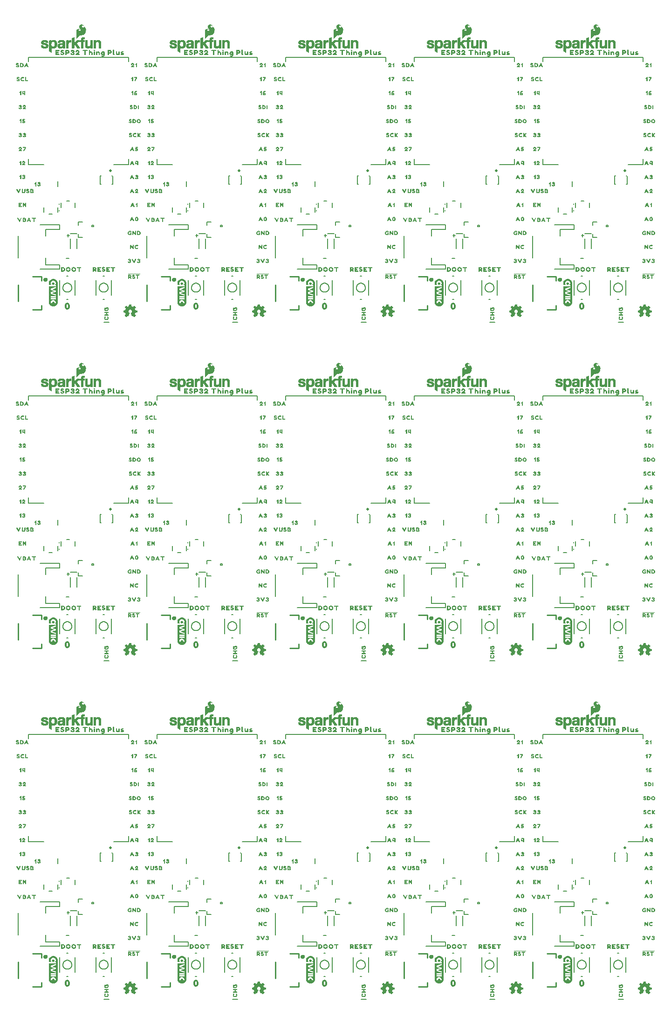
<source format=gto>
G04 EAGLE Gerber RS-274X export*
G75*
%MOMM*%
%FSLAX34Y34*%
%LPD*%
%INSilkscreen Top*%
%IPPOS*%
%AMOC8*
5,1,8,0,0,1.08239X$1,22.5*%
G01*
%ADD10C,0.127000*%
%ADD11C,0.203200*%
%ADD12C,0.254000*%
%ADD13C,0.508000*%
%ADD14C,0.254000*%
%ADD15C,0.400000*%

G36*
X536087Y1299314D02*
X536087Y1299314D01*
X536089Y1299315D01*
X536093Y1299314D01*
X537145Y1299420D01*
X537147Y1299422D01*
X537151Y1299421D01*
X537667Y1299523D01*
X537669Y1299525D01*
X537673Y1299525D01*
X538683Y1299839D01*
X538685Y1299841D01*
X538689Y1299840D01*
X539175Y1300042D01*
X539177Y1300044D01*
X539181Y1300044D01*
X540110Y1300549D01*
X540112Y1300551D01*
X540116Y1300552D01*
X540552Y1300847D01*
X540553Y1300849D01*
X540557Y1300850D01*
X541372Y1301523D01*
X541373Y1301526D01*
X541377Y1301528D01*
X541745Y1301905D01*
X541746Y1301907D01*
X541749Y1301909D01*
X542422Y1302724D01*
X542422Y1302728D01*
X542426Y1302730D01*
X542710Y1303174D01*
X542710Y1303176D01*
X542713Y1303178D01*
X543217Y1304107D01*
X543217Y1304109D01*
X543219Y1304111D01*
X543219Y1304113D01*
X543221Y1304114D01*
X543410Y1304606D01*
X543410Y1304608D01*
X543411Y1304610D01*
X543725Y1305620D01*
X543724Y1305623D01*
X543727Y1305628D01*
X543817Y1306146D01*
X543816Y1306148D01*
X543817Y1306151D01*
X543923Y1307203D01*
X543948Y1307444D01*
X543946Y1307447D01*
X543948Y1307450D01*
X543948Y1340766D01*
X543943Y1341295D01*
X543941Y1341297D01*
X543942Y1341300D01*
X543783Y1342879D01*
X543780Y1342883D01*
X543781Y1342891D01*
X543311Y1344406D01*
X543306Y1344410D01*
X543306Y1344418D01*
X542549Y1345811D01*
X542544Y1345814D01*
X542542Y1345822D01*
X542523Y1345844D01*
X542471Y1345907D01*
X542366Y1346032D01*
X542314Y1346095D01*
X542209Y1346220D01*
X542157Y1346283D01*
X542052Y1346409D01*
X542000Y1346471D01*
X541895Y1346597D01*
X541843Y1346660D01*
X541738Y1346785D01*
X541686Y1346848D01*
X541529Y1347036D01*
X541526Y1347039D01*
X541521Y1347041D01*
X541517Y1347048D01*
X540286Y1348046D01*
X540281Y1348046D01*
X540276Y1348052D01*
X539347Y1348557D01*
X539346Y1348556D01*
X539345Y1348558D01*
X538873Y1348793D01*
X538868Y1348792D01*
X538863Y1348797D01*
X537853Y1349110D01*
X537852Y1349110D01*
X537851Y1349111D01*
X537343Y1349250D01*
X537338Y1349249D01*
X537332Y1349252D01*
X535754Y1349405D01*
X535749Y1349402D01*
X535741Y1349405D01*
X534163Y1349245D01*
X534159Y1349242D01*
X534151Y1349243D01*
X532635Y1348777D01*
X532631Y1348773D01*
X532623Y1348772D01*
X531227Y1348021D01*
X531224Y1348016D01*
X531217Y1348014D01*
X529995Y1347003D01*
X529993Y1346997D01*
X529986Y1346994D01*
X528985Y1345764D01*
X528985Y1345759D01*
X528979Y1345754D01*
X528235Y1344354D01*
X528236Y1344349D01*
X528230Y1344343D01*
X527773Y1342825D01*
X527775Y1342820D01*
X527771Y1342813D01*
X527613Y1341235D01*
X527614Y1341232D01*
X527613Y1341229D01*
X527613Y1338732D01*
X527625Y1338713D01*
X527629Y1338690D01*
X527644Y1338684D01*
X527649Y1338675D01*
X527660Y1338677D01*
X527676Y1338670D01*
X527826Y1338671D01*
X532208Y1338671D01*
X532219Y1338678D01*
X532232Y1338676D01*
X532245Y1338695D01*
X532265Y1338708D01*
X532263Y1338721D01*
X532271Y1338732D01*
X532257Y1338766D01*
X532255Y1338775D01*
X532252Y1338777D01*
X532251Y1338780D01*
X532012Y1339002D01*
X531658Y1339383D01*
X531374Y1339816D01*
X531161Y1340288D01*
X531035Y1340790D01*
X530978Y1341306D01*
X530999Y1341827D01*
X531048Y1342346D01*
X531185Y1342848D01*
X531355Y1343339D01*
X531609Y1343792D01*
X531917Y1344209D01*
X532263Y1344596D01*
X532682Y1344904D01*
X533122Y1345181D01*
X533597Y1345396D01*
X534092Y1345556D01*
X534599Y1345681D01*
X535641Y1345780D01*
X536685Y1345715D01*
X537194Y1345600D01*
X537699Y1345467D01*
X538172Y1345251D01*
X538627Y1344997D01*
X539047Y1344691D01*
X539408Y1344319D01*
X539733Y1343916D01*
X539986Y1343462D01*
X540174Y1342978D01*
X540325Y1342481D01*
X540405Y1341440D01*
X540356Y1340923D01*
X540241Y1340417D01*
X540051Y1339935D01*
X539782Y1339493D01*
X539449Y1339092D01*
X539154Y1338777D01*
X539152Y1338766D01*
X539143Y1338760D01*
X539147Y1338735D01*
X539142Y1338710D01*
X539151Y1338704D01*
X539153Y1338693D01*
X539194Y1338674D01*
X539198Y1338671D01*
X539199Y1338672D01*
X539200Y1338671D01*
X540255Y1338671D01*
X540308Y1338667D01*
X540308Y1335722D01*
X527668Y1335722D01*
X527649Y1335710D01*
X527626Y1335706D01*
X527620Y1335691D01*
X527611Y1335686D01*
X527613Y1335675D01*
X527606Y1335659D01*
X527613Y1335148D01*
X527613Y1307651D01*
X527614Y1307649D01*
X527613Y1307647D01*
X527646Y1307120D01*
X527646Y1307119D01*
X527646Y1307117D01*
X527752Y1306065D01*
X527754Y1306063D01*
X527753Y1306059D01*
X527860Y1305543D01*
X527862Y1305541D01*
X527861Y1305538D01*
X528175Y1304527D01*
X528177Y1304526D01*
X528177Y1304522D01*
X528382Y1304037D01*
X528384Y1304035D01*
X528384Y1304031D01*
X528889Y1303102D01*
X528892Y1303100D01*
X528892Y1303096D01*
X529190Y1302662D01*
X529193Y1302661D01*
X529194Y1302658D01*
X529867Y1301842D01*
X529870Y1301841D01*
X529872Y1301837D01*
X530251Y1301472D01*
X530253Y1301471D01*
X530255Y1301469D01*
X531070Y1300796D01*
X531074Y1300795D01*
X531077Y1300791D01*
X531522Y1300510D01*
X531524Y1300510D01*
X531526Y1300508D01*
X532455Y1300003D01*
X532459Y1300004D01*
X532463Y1300000D01*
X532956Y1299814D01*
X532958Y1299815D01*
X532960Y1299813D01*
X533970Y1299499D01*
X533974Y1299501D01*
X533978Y1299497D01*
X534498Y1299412D01*
X534499Y1299413D01*
X534502Y1299411D01*
X535554Y1299305D01*
X535557Y1299307D01*
X535561Y1299305D01*
X536087Y1299314D01*
G37*
G36*
X536087Y69954D02*
X536087Y69954D01*
X536089Y69955D01*
X536093Y69954D01*
X537145Y70060D01*
X537147Y70062D01*
X537151Y70061D01*
X537667Y70163D01*
X537669Y70165D01*
X537673Y70165D01*
X538683Y70479D01*
X538685Y70481D01*
X538689Y70480D01*
X539175Y70682D01*
X539177Y70684D01*
X539181Y70684D01*
X540110Y71189D01*
X540112Y71191D01*
X540116Y71192D01*
X540552Y71487D01*
X540553Y71489D01*
X540557Y71490D01*
X541372Y72163D01*
X541373Y72166D01*
X541377Y72168D01*
X541745Y72545D01*
X541746Y72547D01*
X541749Y72549D01*
X542422Y73364D01*
X542422Y73368D01*
X542426Y73370D01*
X542710Y73814D01*
X542710Y73816D01*
X542713Y73818D01*
X543217Y74747D01*
X543217Y74749D01*
X543219Y74751D01*
X543219Y74753D01*
X543221Y74754D01*
X543410Y75246D01*
X543410Y75248D01*
X543411Y75250D01*
X543725Y76260D01*
X543724Y76263D01*
X543727Y76268D01*
X543817Y76786D01*
X543816Y76788D01*
X543817Y76791D01*
X543923Y77843D01*
X543948Y78084D01*
X543946Y78087D01*
X543948Y78090D01*
X543948Y111406D01*
X543943Y111935D01*
X543941Y111937D01*
X543942Y111940D01*
X543783Y113519D01*
X543780Y113523D01*
X543781Y113531D01*
X543311Y115046D01*
X543306Y115050D01*
X543306Y115058D01*
X542549Y116451D01*
X542544Y116454D01*
X542542Y116462D01*
X542523Y116484D01*
X542471Y116547D01*
X542366Y116672D01*
X542314Y116735D01*
X542209Y116860D01*
X542157Y116923D01*
X542052Y117049D01*
X542000Y117111D01*
X541895Y117237D01*
X541843Y117300D01*
X541738Y117425D01*
X541686Y117488D01*
X541529Y117676D01*
X541526Y117679D01*
X541521Y117681D01*
X541517Y117688D01*
X540286Y118686D01*
X540281Y118686D01*
X540276Y118692D01*
X539347Y119197D01*
X539346Y119196D01*
X539345Y119198D01*
X538873Y119433D01*
X538868Y119432D01*
X538863Y119437D01*
X537853Y119750D01*
X537852Y119750D01*
X537851Y119751D01*
X537343Y119890D01*
X537338Y119889D01*
X537332Y119892D01*
X535754Y120045D01*
X535749Y120042D01*
X535741Y120045D01*
X534163Y119885D01*
X534159Y119882D01*
X534151Y119883D01*
X532635Y119417D01*
X532631Y119413D01*
X532623Y119412D01*
X531227Y118661D01*
X531224Y118656D01*
X531217Y118654D01*
X529995Y117643D01*
X529993Y117637D01*
X529986Y117634D01*
X528985Y116404D01*
X528985Y116399D01*
X528979Y116394D01*
X528235Y114994D01*
X528236Y114989D01*
X528230Y114983D01*
X527773Y113465D01*
X527775Y113460D01*
X527771Y113453D01*
X527613Y111875D01*
X527614Y111872D01*
X527613Y111869D01*
X527613Y109372D01*
X527625Y109353D01*
X527629Y109330D01*
X527644Y109324D01*
X527649Y109315D01*
X527660Y109317D01*
X527676Y109310D01*
X527826Y109311D01*
X532208Y109311D01*
X532219Y109318D01*
X532232Y109316D01*
X532245Y109335D01*
X532265Y109348D01*
X532263Y109361D01*
X532271Y109372D01*
X532257Y109406D01*
X532255Y109415D01*
X532252Y109417D01*
X532251Y109420D01*
X532012Y109642D01*
X531658Y110023D01*
X531374Y110456D01*
X531161Y110928D01*
X531035Y111430D01*
X530978Y111946D01*
X530999Y112467D01*
X531048Y112986D01*
X531185Y113488D01*
X531355Y113979D01*
X531609Y114432D01*
X531917Y114849D01*
X532263Y115236D01*
X532682Y115544D01*
X533122Y115821D01*
X533597Y116036D01*
X534092Y116196D01*
X534599Y116321D01*
X535641Y116420D01*
X536685Y116355D01*
X537194Y116240D01*
X537699Y116107D01*
X538172Y115891D01*
X538627Y115637D01*
X539047Y115331D01*
X539408Y114959D01*
X539733Y114556D01*
X539986Y114102D01*
X540174Y113618D01*
X540325Y113121D01*
X540405Y112080D01*
X540356Y111563D01*
X540241Y111057D01*
X540051Y110575D01*
X539782Y110133D01*
X539449Y109732D01*
X539154Y109417D01*
X539152Y109406D01*
X539143Y109400D01*
X539147Y109375D01*
X539142Y109350D01*
X539151Y109344D01*
X539153Y109333D01*
X539194Y109314D01*
X539198Y109311D01*
X539199Y109312D01*
X539200Y109311D01*
X540255Y109311D01*
X540308Y109307D01*
X540308Y106362D01*
X527668Y106362D01*
X527649Y106350D01*
X527626Y106346D01*
X527620Y106331D01*
X527611Y106326D01*
X527613Y106315D01*
X527606Y106299D01*
X527613Y105788D01*
X527613Y78291D01*
X527614Y78289D01*
X527613Y78287D01*
X527646Y77760D01*
X527646Y77759D01*
X527646Y77757D01*
X527752Y76705D01*
X527754Y76703D01*
X527753Y76699D01*
X527860Y76183D01*
X527862Y76181D01*
X527861Y76178D01*
X528175Y75167D01*
X528177Y75166D01*
X528177Y75162D01*
X528382Y74677D01*
X528384Y74675D01*
X528384Y74671D01*
X528889Y73742D01*
X528892Y73740D01*
X528892Y73736D01*
X529190Y73302D01*
X529193Y73301D01*
X529194Y73298D01*
X529867Y72482D01*
X529870Y72481D01*
X529872Y72477D01*
X530251Y72112D01*
X530253Y72111D01*
X530255Y72109D01*
X531070Y71436D01*
X531074Y71435D01*
X531077Y71431D01*
X531522Y71150D01*
X531524Y71150D01*
X531526Y71148D01*
X532455Y70643D01*
X532459Y70644D01*
X532463Y70640D01*
X532956Y70454D01*
X532958Y70455D01*
X532960Y70453D01*
X533970Y70139D01*
X533974Y70141D01*
X533978Y70137D01*
X534498Y70052D01*
X534499Y70053D01*
X534502Y70051D01*
X535554Y69945D01*
X535557Y69947D01*
X535561Y69945D01*
X536087Y69954D01*
G37*
G36*
X68727Y684634D02*
X68727Y684634D01*
X68729Y684635D01*
X68733Y684634D01*
X69785Y684740D01*
X69787Y684742D01*
X69791Y684741D01*
X70307Y684843D01*
X70309Y684845D01*
X70313Y684845D01*
X71323Y685159D01*
X71325Y685161D01*
X71329Y685160D01*
X71815Y685362D01*
X71817Y685364D01*
X71821Y685364D01*
X72750Y685869D01*
X72752Y685871D01*
X72756Y685872D01*
X73192Y686167D01*
X73193Y686169D01*
X73197Y686170D01*
X74012Y686843D01*
X74013Y686846D01*
X74017Y686848D01*
X74385Y687225D01*
X74386Y687227D01*
X74389Y687229D01*
X75062Y688044D01*
X75062Y688048D01*
X75066Y688050D01*
X75350Y688494D01*
X75350Y688496D01*
X75353Y688498D01*
X75857Y689427D01*
X75857Y689429D01*
X75859Y689431D01*
X75859Y689433D01*
X75861Y689434D01*
X76050Y689926D01*
X76050Y689928D01*
X76051Y689930D01*
X76365Y690940D01*
X76364Y690943D01*
X76367Y690948D01*
X76457Y691466D01*
X76456Y691468D01*
X76457Y691471D01*
X76563Y692523D01*
X76588Y692764D01*
X76586Y692767D01*
X76588Y692770D01*
X76588Y726086D01*
X76583Y726615D01*
X76581Y726617D01*
X76582Y726620D01*
X76423Y728199D01*
X76420Y728203D01*
X76421Y728211D01*
X75951Y729726D01*
X75946Y729730D01*
X75946Y729738D01*
X75189Y731131D01*
X75184Y731134D01*
X75182Y731142D01*
X75163Y731164D01*
X75111Y731227D01*
X75006Y731352D01*
X74954Y731415D01*
X74849Y731540D01*
X74797Y731603D01*
X74692Y731729D01*
X74640Y731791D01*
X74535Y731917D01*
X74483Y731980D01*
X74378Y732105D01*
X74326Y732168D01*
X74169Y732356D01*
X74166Y732359D01*
X74161Y732361D01*
X74157Y732368D01*
X72926Y733366D01*
X72921Y733366D01*
X72916Y733372D01*
X71987Y733877D01*
X71986Y733876D01*
X71985Y733878D01*
X71513Y734113D01*
X71508Y734112D01*
X71503Y734117D01*
X70493Y734430D01*
X70492Y734430D01*
X70491Y734431D01*
X69983Y734570D01*
X69978Y734569D01*
X69972Y734572D01*
X68394Y734725D01*
X68389Y734722D01*
X68381Y734725D01*
X66803Y734565D01*
X66799Y734562D01*
X66791Y734563D01*
X65275Y734097D01*
X65271Y734093D01*
X65263Y734092D01*
X63867Y733341D01*
X63864Y733336D01*
X63857Y733334D01*
X62635Y732323D01*
X62633Y732317D01*
X62626Y732314D01*
X61625Y731084D01*
X61625Y731079D01*
X61619Y731074D01*
X60875Y729674D01*
X60876Y729669D01*
X60870Y729663D01*
X60413Y728145D01*
X60415Y728140D01*
X60411Y728133D01*
X60253Y726555D01*
X60254Y726552D01*
X60253Y726549D01*
X60253Y724052D01*
X60265Y724033D01*
X60269Y724010D01*
X60284Y724004D01*
X60289Y723995D01*
X60300Y723997D01*
X60316Y723990D01*
X60466Y723991D01*
X64848Y723991D01*
X64859Y723998D01*
X64872Y723996D01*
X64885Y724015D01*
X64905Y724028D01*
X64903Y724041D01*
X64911Y724052D01*
X64897Y724086D01*
X64895Y724095D01*
X64892Y724097D01*
X64891Y724100D01*
X64652Y724322D01*
X64298Y724703D01*
X64014Y725136D01*
X63801Y725608D01*
X63675Y726110D01*
X63618Y726626D01*
X63639Y727147D01*
X63688Y727666D01*
X63825Y728168D01*
X63995Y728659D01*
X64249Y729112D01*
X64557Y729529D01*
X64903Y729916D01*
X65322Y730224D01*
X65762Y730501D01*
X66237Y730716D01*
X66732Y730876D01*
X67239Y731001D01*
X68281Y731100D01*
X69325Y731035D01*
X69834Y730920D01*
X70339Y730787D01*
X70812Y730571D01*
X71267Y730317D01*
X71687Y730011D01*
X72048Y729639D01*
X72373Y729236D01*
X72626Y728782D01*
X72814Y728298D01*
X72965Y727801D01*
X73045Y726760D01*
X72996Y726243D01*
X72881Y725737D01*
X72691Y725255D01*
X72422Y724813D01*
X72089Y724412D01*
X71794Y724097D01*
X71792Y724086D01*
X71783Y724080D01*
X71787Y724055D01*
X71782Y724030D01*
X71791Y724024D01*
X71793Y724013D01*
X71834Y723994D01*
X71838Y723991D01*
X71839Y723992D01*
X71840Y723991D01*
X72895Y723991D01*
X72948Y723987D01*
X72948Y721042D01*
X60308Y721042D01*
X60289Y721030D01*
X60266Y721026D01*
X60260Y721011D01*
X60251Y721006D01*
X60253Y720995D01*
X60246Y720979D01*
X60253Y720468D01*
X60253Y692971D01*
X60254Y692969D01*
X60253Y692967D01*
X60286Y692440D01*
X60286Y692439D01*
X60286Y692437D01*
X60392Y691385D01*
X60394Y691383D01*
X60393Y691379D01*
X60500Y690863D01*
X60502Y690861D01*
X60501Y690858D01*
X60815Y689847D01*
X60817Y689846D01*
X60817Y689842D01*
X61022Y689357D01*
X61024Y689355D01*
X61024Y689351D01*
X61529Y688422D01*
X61532Y688420D01*
X61532Y688416D01*
X61830Y687982D01*
X61833Y687981D01*
X61834Y687978D01*
X62507Y687162D01*
X62510Y687161D01*
X62512Y687157D01*
X62891Y686792D01*
X62893Y686791D01*
X62895Y686789D01*
X63710Y686116D01*
X63714Y686115D01*
X63717Y686111D01*
X64162Y685830D01*
X64164Y685830D01*
X64166Y685828D01*
X65095Y685323D01*
X65099Y685324D01*
X65103Y685320D01*
X65596Y685134D01*
X65598Y685135D01*
X65600Y685133D01*
X66610Y684819D01*
X66614Y684821D01*
X66618Y684817D01*
X67138Y684732D01*
X67139Y684733D01*
X67142Y684731D01*
X68194Y684625D01*
X68197Y684627D01*
X68201Y684625D01*
X68727Y684634D01*
G37*
G36*
X302407Y684634D02*
X302407Y684634D01*
X302409Y684635D01*
X302413Y684634D01*
X303465Y684740D01*
X303467Y684742D01*
X303471Y684741D01*
X303987Y684843D01*
X303989Y684845D01*
X303993Y684845D01*
X305003Y685159D01*
X305005Y685161D01*
X305009Y685160D01*
X305495Y685362D01*
X305497Y685364D01*
X305501Y685364D01*
X306430Y685869D01*
X306432Y685871D01*
X306436Y685872D01*
X306872Y686167D01*
X306873Y686169D01*
X306877Y686170D01*
X307692Y686843D01*
X307693Y686846D01*
X307697Y686848D01*
X308065Y687225D01*
X308066Y687227D01*
X308069Y687229D01*
X308742Y688044D01*
X308742Y688048D01*
X308746Y688050D01*
X309030Y688494D01*
X309030Y688496D01*
X309033Y688498D01*
X309537Y689427D01*
X309537Y689429D01*
X309539Y689431D01*
X309539Y689433D01*
X309541Y689434D01*
X309730Y689926D01*
X309730Y689928D01*
X309731Y689930D01*
X310045Y690940D01*
X310044Y690943D01*
X310047Y690948D01*
X310137Y691466D01*
X310136Y691468D01*
X310137Y691471D01*
X310243Y692523D01*
X310268Y692764D01*
X310266Y692767D01*
X310268Y692770D01*
X310268Y726086D01*
X310263Y726615D01*
X310261Y726617D01*
X310262Y726620D01*
X310103Y728199D01*
X310100Y728203D01*
X310101Y728211D01*
X309631Y729726D01*
X309626Y729730D01*
X309626Y729738D01*
X308869Y731131D01*
X308864Y731134D01*
X308862Y731142D01*
X308843Y731164D01*
X308791Y731227D01*
X308686Y731352D01*
X308634Y731415D01*
X308529Y731540D01*
X308477Y731603D01*
X308372Y731729D01*
X308320Y731791D01*
X308215Y731917D01*
X308163Y731980D01*
X308058Y732105D01*
X308006Y732168D01*
X307849Y732356D01*
X307846Y732359D01*
X307841Y732361D01*
X307837Y732368D01*
X306606Y733366D01*
X306601Y733366D01*
X306596Y733372D01*
X305667Y733877D01*
X305666Y733876D01*
X305665Y733878D01*
X305193Y734113D01*
X305188Y734112D01*
X305183Y734117D01*
X304173Y734430D01*
X304172Y734430D01*
X304171Y734431D01*
X303663Y734570D01*
X303658Y734569D01*
X303652Y734572D01*
X302074Y734725D01*
X302069Y734722D01*
X302061Y734725D01*
X300483Y734565D01*
X300479Y734562D01*
X300471Y734563D01*
X298955Y734097D01*
X298951Y734093D01*
X298943Y734092D01*
X297547Y733341D01*
X297544Y733336D01*
X297537Y733334D01*
X296315Y732323D01*
X296313Y732317D01*
X296306Y732314D01*
X295305Y731084D01*
X295305Y731079D01*
X295299Y731074D01*
X294555Y729674D01*
X294556Y729669D01*
X294550Y729663D01*
X294093Y728145D01*
X294095Y728140D01*
X294091Y728133D01*
X293933Y726555D01*
X293934Y726552D01*
X293933Y726549D01*
X293933Y724052D01*
X293945Y724033D01*
X293949Y724010D01*
X293964Y724004D01*
X293969Y723995D01*
X293980Y723997D01*
X293996Y723990D01*
X294146Y723991D01*
X298528Y723991D01*
X298539Y723998D01*
X298552Y723996D01*
X298565Y724015D01*
X298585Y724028D01*
X298583Y724041D01*
X298591Y724052D01*
X298577Y724086D01*
X298575Y724095D01*
X298572Y724097D01*
X298571Y724100D01*
X298332Y724322D01*
X297978Y724703D01*
X297694Y725136D01*
X297481Y725608D01*
X297355Y726110D01*
X297298Y726626D01*
X297319Y727147D01*
X297368Y727666D01*
X297505Y728168D01*
X297675Y728659D01*
X297929Y729112D01*
X298237Y729529D01*
X298583Y729916D01*
X299002Y730224D01*
X299442Y730501D01*
X299917Y730716D01*
X300412Y730876D01*
X300919Y731001D01*
X301961Y731100D01*
X303005Y731035D01*
X303514Y730920D01*
X304019Y730787D01*
X304492Y730571D01*
X304947Y730317D01*
X305367Y730011D01*
X305728Y729639D01*
X306053Y729236D01*
X306306Y728782D01*
X306494Y728298D01*
X306645Y727801D01*
X306725Y726760D01*
X306676Y726243D01*
X306561Y725737D01*
X306371Y725255D01*
X306102Y724813D01*
X305769Y724412D01*
X305474Y724097D01*
X305472Y724086D01*
X305463Y724080D01*
X305467Y724055D01*
X305462Y724030D01*
X305471Y724024D01*
X305473Y724013D01*
X305514Y723994D01*
X305518Y723991D01*
X305519Y723992D01*
X305520Y723991D01*
X306575Y723991D01*
X306628Y723987D01*
X306628Y721042D01*
X293988Y721042D01*
X293969Y721030D01*
X293946Y721026D01*
X293940Y721011D01*
X293931Y721006D01*
X293933Y720995D01*
X293926Y720979D01*
X293933Y720468D01*
X293933Y692971D01*
X293934Y692969D01*
X293933Y692967D01*
X293966Y692440D01*
X293966Y692439D01*
X293966Y692437D01*
X294072Y691385D01*
X294074Y691383D01*
X294073Y691379D01*
X294180Y690863D01*
X294182Y690861D01*
X294181Y690858D01*
X294495Y689847D01*
X294497Y689846D01*
X294497Y689842D01*
X294702Y689357D01*
X294704Y689355D01*
X294704Y689351D01*
X295209Y688422D01*
X295212Y688420D01*
X295212Y688416D01*
X295510Y687982D01*
X295513Y687981D01*
X295514Y687978D01*
X296187Y687162D01*
X296190Y687161D01*
X296192Y687157D01*
X296571Y686792D01*
X296573Y686791D01*
X296575Y686789D01*
X297390Y686116D01*
X297394Y686115D01*
X297397Y686111D01*
X297842Y685830D01*
X297844Y685830D01*
X297846Y685828D01*
X298775Y685323D01*
X298779Y685324D01*
X298783Y685320D01*
X299276Y685134D01*
X299278Y685135D01*
X299280Y685133D01*
X300290Y684819D01*
X300294Y684821D01*
X300298Y684817D01*
X300818Y684732D01*
X300819Y684733D01*
X300822Y684731D01*
X301874Y684625D01*
X301877Y684627D01*
X301881Y684625D01*
X302407Y684634D01*
G37*
G36*
X536087Y684634D02*
X536087Y684634D01*
X536089Y684635D01*
X536093Y684634D01*
X537145Y684740D01*
X537147Y684742D01*
X537151Y684741D01*
X537667Y684843D01*
X537669Y684845D01*
X537673Y684845D01*
X538683Y685159D01*
X538685Y685161D01*
X538689Y685160D01*
X539175Y685362D01*
X539177Y685364D01*
X539181Y685364D01*
X540110Y685869D01*
X540112Y685871D01*
X540116Y685872D01*
X540552Y686167D01*
X540553Y686169D01*
X540557Y686170D01*
X541372Y686843D01*
X541373Y686846D01*
X541377Y686848D01*
X541745Y687225D01*
X541746Y687227D01*
X541749Y687229D01*
X542422Y688044D01*
X542422Y688048D01*
X542426Y688050D01*
X542710Y688494D01*
X542710Y688496D01*
X542713Y688498D01*
X543217Y689427D01*
X543217Y689429D01*
X543219Y689431D01*
X543219Y689433D01*
X543221Y689434D01*
X543410Y689926D01*
X543410Y689928D01*
X543411Y689930D01*
X543725Y690940D01*
X543724Y690943D01*
X543727Y690948D01*
X543817Y691466D01*
X543816Y691468D01*
X543817Y691471D01*
X543923Y692523D01*
X543948Y692764D01*
X543946Y692767D01*
X543948Y692770D01*
X543948Y726086D01*
X543943Y726615D01*
X543941Y726617D01*
X543942Y726620D01*
X543783Y728199D01*
X543780Y728203D01*
X543781Y728211D01*
X543311Y729726D01*
X543306Y729730D01*
X543306Y729738D01*
X542549Y731131D01*
X542544Y731134D01*
X542542Y731142D01*
X542523Y731164D01*
X542471Y731227D01*
X542366Y731352D01*
X542314Y731415D01*
X542209Y731540D01*
X542157Y731603D01*
X542052Y731729D01*
X542000Y731791D01*
X541895Y731917D01*
X541843Y731980D01*
X541738Y732105D01*
X541686Y732168D01*
X541529Y732356D01*
X541526Y732359D01*
X541521Y732361D01*
X541517Y732368D01*
X540286Y733366D01*
X540281Y733366D01*
X540276Y733372D01*
X539347Y733877D01*
X539346Y733876D01*
X539345Y733878D01*
X538873Y734113D01*
X538868Y734112D01*
X538863Y734117D01*
X537853Y734430D01*
X537852Y734430D01*
X537851Y734431D01*
X537343Y734570D01*
X537338Y734569D01*
X537332Y734572D01*
X535754Y734725D01*
X535749Y734722D01*
X535741Y734725D01*
X534163Y734565D01*
X534159Y734562D01*
X534151Y734563D01*
X532635Y734097D01*
X532631Y734093D01*
X532623Y734092D01*
X531227Y733341D01*
X531224Y733336D01*
X531217Y733334D01*
X529995Y732323D01*
X529993Y732317D01*
X529986Y732314D01*
X528985Y731084D01*
X528985Y731079D01*
X528979Y731074D01*
X528235Y729674D01*
X528236Y729669D01*
X528230Y729663D01*
X527773Y728145D01*
X527775Y728140D01*
X527771Y728133D01*
X527613Y726555D01*
X527614Y726552D01*
X527613Y726549D01*
X527613Y724052D01*
X527625Y724033D01*
X527629Y724010D01*
X527644Y724004D01*
X527649Y723995D01*
X527660Y723997D01*
X527676Y723990D01*
X527826Y723991D01*
X532208Y723991D01*
X532219Y723998D01*
X532232Y723996D01*
X532245Y724015D01*
X532265Y724028D01*
X532263Y724041D01*
X532271Y724052D01*
X532257Y724086D01*
X532255Y724095D01*
X532252Y724097D01*
X532251Y724100D01*
X532012Y724322D01*
X531658Y724703D01*
X531374Y725136D01*
X531161Y725608D01*
X531035Y726110D01*
X530978Y726626D01*
X530999Y727147D01*
X531048Y727666D01*
X531185Y728168D01*
X531355Y728659D01*
X531609Y729112D01*
X531917Y729529D01*
X532263Y729916D01*
X532682Y730224D01*
X533122Y730501D01*
X533597Y730716D01*
X534092Y730876D01*
X534599Y731001D01*
X535641Y731100D01*
X536685Y731035D01*
X537194Y730920D01*
X537699Y730787D01*
X538172Y730571D01*
X538627Y730317D01*
X539047Y730011D01*
X539408Y729639D01*
X539733Y729236D01*
X539986Y728782D01*
X540174Y728298D01*
X540325Y727801D01*
X540405Y726760D01*
X540356Y726243D01*
X540241Y725737D01*
X540051Y725255D01*
X539782Y724813D01*
X539449Y724412D01*
X539154Y724097D01*
X539152Y724086D01*
X539143Y724080D01*
X539147Y724055D01*
X539142Y724030D01*
X539151Y724024D01*
X539153Y724013D01*
X539194Y723994D01*
X539198Y723991D01*
X539199Y723992D01*
X539200Y723991D01*
X540255Y723991D01*
X540308Y723987D01*
X540308Y721042D01*
X527668Y721042D01*
X527649Y721030D01*
X527626Y721026D01*
X527620Y721011D01*
X527611Y721006D01*
X527613Y720995D01*
X527606Y720979D01*
X527613Y720468D01*
X527613Y692971D01*
X527614Y692969D01*
X527613Y692967D01*
X527646Y692440D01*
X527646Y692439D01*
X527646Y692437D01*
X527752Y691385D01*
X527754Y691383D01*
X527753Y691379D01*
X527860Y690863D01*
X527862Y690861D01*
X527861Y690858D01*
X528175Y689847D01*
X528177Y689846D01*
X528177Y689842D01*
X528382Y689357D01*
X528384Y689355D01*
X528384Y689351D01*
X528889Y688422D01*
X528892Y688420D01*
X528892Y688416D01*
X529190Y687982D01*
X529193Y687981D01*
X529194Y687978D01*
X529867Y687162D01*
X529870Y687161D01*
X529872Y687157D01*
X530251Y686792D01*
X530253Y686791D01*
X530255Y686789D01*
X531070Y686116D01*
X531074Y686115D01*
X531077Y686111D01*
X531522Y685830D01*
X531524Y685830D01*
X531526Y685828D01*
X532455Y685323D01*
X532459Y685324D01*
X532463Y685320D01*
X532956Y685134D01*
X532958Y685135D01*
X532960Y685133D01*
X533970Y684819D01*
X533974Y684821D01*
X533978Y684817D01*
X534498Y684732D01*
X534499Y684733D01*
X534502Y684731D01*
X535554Y684625D01*
X535557Y684627D01*
X535561Y684625D01*
X536087Y684634D01*
G37*
G36*
X769767Y684634D02*
X769767Y684634D01*
X769769Y684635D01*
X769773Y684634D01*
X770825Y684740D01*
X770827Y684742D01*
X770831Y684741D01*
X771347Y684843D01*
X771349Y684845D01*
X771353Y684845D01*
X772363Y685159D01*
X772365Y685161D01*
X772369Y685160D01*
X772855Y685362D01*
X772857Y685364D01*
X772861Y685364D01*
X773790Y685869D01*
X773792Y685871D01*
X773796Y685872D01*
X774232Y686167D01*
X774233Y686169D01*
X774237Y686170D01*
X775052Y686843D01*
X775053Y686846D01*
X775057Y686848D01*
X775425Y687225D01*
X775426Y687227D01*
X775429Y687229D01*
X776102Y688044D01*
X776102Y688048D01*
X776106Y688050D01*
X776390Y688494D01*
X776390Y688496D01*
X776393Y688498D01*
X776897Y689427D01*
X776897Y689429D01*
X776899Y689431D01*
X776899Y689433D01*
X776901Y689434D01*
X777090Y689926D01*
X777090Y689928D01*
X777091Y689930D01*
X777405Y690940D01*
X777404Y690943D01*
X777407Y690948D01*
X777497Y691466D01*
X777496Y691468D01*
X777497Y691471D01*
X777603Y692523D01*
X777628Y692764D01*
X777626Y692767D01*
X777628Y692770D01*
X777628Y726086D01*
X777623Y726615D01*
X777621Y726617D01*
X777622Y726620D01*
X777463Y728199D01*
X777460Y728203D01*
X777461Y728211D01*
X776991Y729726D01*
X776986Y729730D01*
X776986Y729738D01*
X776229Y731131D01*
X776224Y731134D01*
X776222Y731142D01*
X776203Y731164D01*
X776151Y731227D01*
X776046Y731352D01*
X775994Y731415D01*
X775889Y731540D01*
X775837Y731603D01*
X775732Y731729D01*
X775680Y731791D01*
X775575Y731917D01*
X775523Y731980D01*
X775418Y732105D01*
X775366Y732168D01*
X775209Y732356D01*
X775206Y732359D01*
X775201Y732361D01*
X775197Y732368D01*
X773966Y733366D01*
X773961Y733366D01*
X773956Y733372D01*
X773027Y733877D01*
X773026Y733876D01*
X773025Y733878D01*
X772553Y734113D01*
X772548Y734112D01*
X772543Y734117D01*
X771533Y734430D01*
X771532Y734430D01*
X771531Y734431D01*
X771023Y734570D01*
X771018Y734569D01*
X771012Y734572D01*
X769434Y734725D01*
X769429Y734722D01*
X769421Y734725D01*
X767843Y734565D01*
X767839Y734562D01*
X767831Y734563D01*
X766315Y734097D01*
X766311Y734093D01*
X766303Y734092D01*
X764907Y733341D01*
X764904Y733336D01*
X764897Y733334D01*
X763675Y732323D01*
X763673Y732317D01*
X763666Y732314D01*
X762665Y731084D01*
X762665Y731079D01*
X762659Y731074D01*
X761915Y729674D01*
X761916Y729669D01*
X761910Y729663D01*
X761453Y728145D01*
X761455Y728140D01*
X761451Y728133D01*
X761293Y726555D01*
X761294Y726552D01*
X761293Y726549D01*
X761293Y724052D01*
X761305Y724033D01*
X761309Y724010D01*
X761324Y724004D01*
X761329Y723995D01*
X761340Y723997D01*
X761356Y723990D01*
X761506Y723991D01*
X765888Y723991D01*
X765899Y723998D01*
X765912Y723996D01*
X765925Y724015D01*
X765945Y724028D01*
X765943Y724041D01*
X765951Y724052D01*
X765937Y724086D01*
X765935Y724095D01*
X765932Y724097D01*
X765931Y724100D01*
X765692Y724322D01*
X765338Y724703D01*
X765054Y725136D01*
X764841Y725608D01*
X764715Y726110D01*
X764658Y726626D01*
X764679Y727147D01*
X764728Y727666D01*
X764865Y728168D01*
X765035Y728659D01*
X765289Y729112D01*
X765597Y729529D01*
X765943Y729916D01*
X766362Y730224D01*
X766802Y730501D01*
X767277Y730716D01*
X767772Y730876D01*
X768279Y731001D01*
X769321Y731100D01*
X770365Y731035D01*
X770874Y730920D01*
X771379Y730787D01*
X771852Y730571D01*
X772307Y730317D01*
X772727Y730011D01*
X773088Y729639D01*
X773413Y729236D01*
X773666Y728782D01*
X773854Y728298D01*
X774005Y727801D01*
X774085Y726760D01*
X774036Y726243D01*
X773921Y725737D01*
X773731Y725255D01*
X773462Y724813D01*
X773129Y724412D01*
X772834Y724097D01*
X772832Y724086D01*
X772823Y724080D01*
X772827Y724055D01*
X772822Y724030D01*
X772831Y724024D01*
X772833Y724013D01*
X772874Y723994D01*
X772878Y723991D01*
X772879Y723992D01*
X772880Y723991D01*
X773935Y723991D01*
X773988Y723987D01*
X773988Y721042D01*
X761348Y721042D01*
X761329Y721030D01*
X761306Y721026D01*
X761300Y721011D01*
X761291Y721006D01*
X761293Y720995D01*
X761286Y720979D01*
X761293Y720468D01*
X761293Y692971D01*
X761294Y692969D01*
X761293Y692967D01*
X761326Y692440D01*
X761326Y692439D01*
X761326Y692437D01*
X761432Y691385D01*
X761434Y691383D01*
X761433Y691379D01*
X761540Y690863D01*
X761542Y690861D01*
X761541Y690858D01*
X761855Y689847D01*
X761857Y689846D01*
X761857Y689842D01*
X762062Y689357D01*
X762064Y689355D01*
X762064Y689351D01*
X762569Y688422D01*
X762572Y688420D01*
X762572Y688416D01*
X762870Y687982D01*
X762873Y687981D01*
X762874Y687978D01*
X763547Y687162D01*
X763550Y687161D01*
X763552Y687157D01*
X763931Y686792D01*
X763933Y686791D01*
X763935Y686789D01*
X764750Y686116D01*
X764754Y686115D01*
X764757Y686111D01*
X765202Y685830D01*
X765204Y685830D01*
X765206Y685828D01*
X766135Y685323D01*
X766139Y685324D01*
X766143Y685320D01*
X766636Y685134D01*
X766638Y685135D01*
X766640Y685133D01*
X767650Y684819D01*
X767654Y684821D01*
X767658Y684817D01*
X768178Y684732D01*
X768179Y684733D01*
X768182Y684731D01*
X769234Y684625D01*
X769237Y684627D01*
X769241Y684625D01*
X769767Y684634D01*
G37*
G36*
X68727Y69954D02*
X68727Y69954D01*
X68729Y69955D01*
X68733Y69954D01*
X69785Y70060D01*
X69787Y70062D01*
X69791Y70061D01*
X70307Y70163D01*
X70309Y70165D01*
X70313Y70165D01*
X71323Y70479D01*
X71325Y70481D01*
X71329Y70480D01*
X71815Y70682D01*
X71817Y70684D01*
X71821Y70684D01*
X72750Y71189D01*
X72752Y71191D01*
X72756Y71192D01*
X73192Y71487D01*
X73193Y71489D01*
X73197Y71490D01*
X74012Y72163D01*
X74013Y72166D01*
X74017Y72168D01*
X74385Y72545D01*
X74386Y72547D01*
X74389Y72549D01*
X75062Y73364D01*
X75062Y73368D01*
X75066Y73370D01*
X75350Y73814D01*
X75350Y73816D01*
X75353Y73818D01*
X75857Y74747D01*
X75857Y74749D01*
X75859Y74751D01*
X75859Y74753D01*
X75861Y74754D01*
X76050Y75246D01*
X76050Y75248D01*
X76051Y75250D01*
X76365Y76260D01*
X76364Y76263D01*
X76367Y76268D01*
X76457Y76786D01*
X76456Y76788D01*
X76457Y76791D01*
X76563Y77843D01*
X76588Y78084D01*
X76586Y78087D01*
X76588Y78090D01*
X76588Y111406D01*
X76583Y111935D01*
X76581Y111937D01*
X76582Y111940D01*
X76423Y113519D01*
X76420Y113523D01*
X76421Y113531D01*
X75951Y115046D01*
X75946Y115050D01*
X75946Y115058D01*
X75189Y116451D01*
X75184Y116454D01*
X75182Y116462D01*
X75163Y116484D01*
X75111Y116547D01*
X75006Y116672D01*
X74954Y116735D01*
X74849Y116860D01*
X74797Y116923D01*
X74692Y117049D01*
X74640Y117111D01*
X74535Y117237D01*
X74483Y117300D01*
X74378Y117425D01*
X74326Y117488D01*
X74169Y117676D01*
X74166Y117679D01*
X74161Y117681D01*
X74157Y117688D01*
X72926Y118686D01*
X72921Y118686D01*
X72916Y118692D01*
X71987Y119197D01*
X71986Y119196D01*
X71985Y119198D01*
X71513Y119433D01*
X71508Y119432D01*
X71503Y119437D01*
X70493Y119750D01*
X70492Y119750D01*
X70491Y119751D01*
X69983Y119890D01*
X69978Y119889D01*
X69972Y119892D01*
X68394Y120045D01*
X68389Y120042D01*
X68381Y120045D01*
X66803Y119885D01*
X66799Y119882D01*
X66791Y119883D01*
X65275Y119417D01*
X65271Y119413D01*
X65263Y119412D01*
X63867Y118661D01*
X63864Y118656D01*
X63857Y118654D01*
X62635Y117643D01*
X62633Y117637D01*
X62626Y117634D01*
X61625Y116404D01*
X61625Y116399D01*
X61619Y116394D01*
X60875Y114994D01*
X60876Y114989D01*
X60870Y114983D01*
X60413Y113465D01*
X60415Y113460D01*
X60411Y113453D01*
X60253Y111875D01*
X60254Y111872D01*
X60253Y111869D01*
X60253Y109372D01*
X60265Y109353D01*
X60269Y109330D01*
X60284Y109324D01*
X60289Y109315D01*
X60300Y109317D01*
X60316Y109310D01*
X60466Y109311D01*
X64848Y109311D01*
X64859Y109318D01*
X64872Y109316D01*
X64885Y109335D01*
X64905Y109348D01*
X64903Y109361D01*
X64911Y109372D01*
X64897Y109406D01*
X64895Y109415D01*
X64892Y109417D01*
X64891Y109420D01*
X64652Y109642D01*
X64298Y110023D01*
X64014Y110456D01*
X63801Y110928D01*
X63675Y111430D01*
X63618Y111946D01*
X63639Y112467D01*
X63688Y112986D01*
X63825Y113488D01*
X63995Y113979D01*
X64249Y114432D01*
X64557Y114849D01*
X64903Y115236D01*
X65322Y115544D01*
X65762Y115821D01*
X66237Y116036D01*
X66732Y116196D01*
X67239Y116321D01*
X68281Y116420D01*
X69325Y116355D01*
X69834Y116240D01*
X70339Y116107D01*
X70812Y115891D01*
X71267Y115637D01*
X71687Y115331D01*
X72048Y114959D01*
X72373Y114556D01*
X72626Y114102D01*
X72814Y113618D01*
X72965Y113121D01*
X73045Y112080D01*
X72996Y111563D01*
X72881Y111057D01*
X72691Y110575D01*
X72422Y110133D01*
X72089Y109732D01*
X71794Y109417D01*
X71792Y109406D01*
X71783Y109400D01*
X71787Y109375D01*
X71782Y109350D01*
X71791Y109344D01*
X71793Y109333D01*
X71834Y109314D01*
X71838Y109311D01*
X71839Y109312D01*
X71840Y109311D01*
X72895Y109311D01*
X72948Y109307D01*
X72948Y106362D01*
X60308Y106362D01*
X60289Y106350D01*
X60266Y106346D01*
X60260Y106331D01*
X60251Y106326D01*
X60253Y106315D01*
X60246Y106299D01*
X60253Y105788D01*
X60253Y78291D01*
X60254Y78289D01*
X60253Y78287D01*
X60286Y77760D01*
X60286Y77759D01*
X60286Y77757D01*
X60392Y76705D01*
X60394Y76703D01*
X60393Y76699D01*
X60500Y76183D01*
X60502Y76181D01*
X60501Y76178D01*
X60815Y75167D01*
X60817Y75166D01*
X60817Y75162D01*
X61022Y74677D01*
X61024Y74675D01*
X61024Y74671D01*
X61529Y73742D01*
X61532Y73740D01*
X61532Y73736D01*
X61830Y73302D01*
X61833Y73301D01*
X61834Y73298D01*
X62507Y72482D01*
X62510Y72481D01*
X62512Y72477D01*
X62891Y72112D01*
X62893Y72111D01*
X62895Y72109D01*
X63710Y71436D01*
X63714Y71435D01*
X63717Y71431D01*
X64162Y71150D01*
X64164Y71150D01*
X64166Y71148D01*
X65095Y70643D01*
X65099Y70644D01*
X65103Y70640D01*
X65596Y70454D01*
X65598Y70455D01*
X65600Y70453D01*
X66610Y70139D01*
X66614Y70141D01*
X66618Y70137D01*
X67138Y70052D01*
X67139Y70053D01*
X67142Y70051D01*
X68194Y69945D01*
X68197Y69947D01*
X68201Y69945D01*
X68727Y69954D01*
G37*
G36*
X1003447Y684634D02*
X1003447Y684634D01*
X1003449Y684635D01*
X1003453Y684634D01*
X1004505Y684740D01*
X1004507Y684742D01*
X1004511Y684741D01*
X1005027Y684843D01*
X1005029Y684845D01*
X1005033Y684845D01*
X1006043Y685159D01*
X1006045Y685161D01*
X1006049Y685160D01*
X1006535Y685362D01*
X1006537Y685364D01*
X1006541Y685364D01*
X1007470Y685869D01*
X1007472Y685871D01*
X1007476Y685872D01*
X1007912Y686167D01*
X1007913Y686169D01*
X1007917Y686170D01*
X1008732Y686843D01*
X1008733Y686846D01*
X1008737Y686848D01*
X1009105Y687225D01*
X1009106Y687227D01*
X1009109Y687229D01*
X1009782Y688044D01*
X1009782Y688048D01*
X1009786Y688050D01*
X1010070Y688494D01*
X1010070Y688496D01*
X1010073Y688498D01*
X1010577Y689427D01*
X1010577Y689429D01*
X1010579Y689431D01*
X1010579Y689433D01*
X1010581Y689434D01*
X1010770Y689926D01*
X1010770Y689928D01*
X1010771Y689930D01*
X1011085Y690940D01*
X1011084Y690943D01*
X1011087Y690948D01*
X1011177Y691466D01*
X1011176Y691468D01*
X1011177Y691471D01*
X1011283Y692523D01*
X1011308Y692764D01*
X1011306Y692767D01*
X1011308Y692770D01*
X1011308Y726086D01*
X1011303Y726615D01*
X1011301Y726617D01*
X1011302Y726620D01*
X1011143Y728199D01*
X1011140Y728203D01*
X1011141Y728211D01*
X1010671Y729726D01*
X1010666Y729730D01*
X1010666Y729738D01*
X1009909Y731131D01*
X1009904Y731134D01*
X1009902Y731142D01*
X1009883Y731164D01*
X1009831Y731227D01*
X1009726Y731352D01*
X1009674Y731415D01*
X1009569Y731540D01*
X1009517Y731603D01*
X1009412Y731729D01*
X1009360Y731791D01*
X1009255Y731917D01*
X1009203Y731980D01*
X1009098Y732105D01*
X1009046Y732168D01*
X1008889Y732356D01*
X1008886Y732359D01*
X1008881Y732361D01*
X1008877Y732368D01*
X1007646Y733366D01*
X1007641Y733366D01*
X1007636Y733372D01*
X1006707Y733877D01*
X1006706Y733876D01*
X1006705Y733878D01*
X1006233Y734113D01*
X1006228Y734112D01*
X1006223Y734117D01*
X1005213Y734430D01*
X1005212Y734430D01*
X1005211Y734431D01*
X1004703Y734570D01*
X1004698Y734569D01*
X1004692Y734572D01*
X1003114Y734725D01*
X1003109Y734722D01*
X1003101Y734725D01*
X1001523Y734565D01*
X1001519Y734562D01*
X1001511Y734563D01*
X999995Y734097D01*
X999991Y734093D01*
X999983Y734092D01*
X998587Y733341D01*
X998584Y733336D01*
X998577Y733334D01*
X997355Y732323D01*
X997353Y732317D01*
X997346Y732314D01*
X996345Y731084D01*
X996345Y731079D01*
X996339Y731074D01*
X995595Y729674D01*
X995596Y729669D01*
X995590Y729663D01*
X995133Y728145D01*
X995135Y728140D01*
X995131Y728133D01*
X994973Y726555D01*
X994974Y726552D01*
X994973Y726549D01*
X994973Y724052D01*
X994985Y724033D01*
X994989Y724010D01*
X995004Y724004D01*
X995009Y723995D01*
X995020Y723997D01*
X995036Y723990D01*
X995186Y723991D01*
X999568Y723991D01*
X999579Y723998D01*
X999592Y723996D01*
X999605Y724015D01*
X999625Y724028D01*
X999623Y724041D01*
X999631Y724052D01*
X999617Y724086D01*
X999615Y724095D01*
X999612Y724097D01*
X999611Y724100D01*
X999372Y724322D01*
X999018Y724703D01*
X998734Y725136D01*
X998521Y725608D01*
X998395Y726110D01*
X998338Y726626D01*
X998359Y727147D01*
X998408Y727666D01*
X998545Y728168D01*
X998715Y728659D01*
X998969Y729112D01*
X999277Y729529D01*
X999623Y729916D01*
X1000042Y730224D01*
X1000482Y730501D01*
X1000957Y730716D01*
X1001452Y730876D01*
X1001959Y731001D01*
X1003001Y731100D01*
X1004045Y731035D01*
X1004554Y730920D01*
X1005059Y730787D01*
X1005532Y730571D01*
X1005987Y730317D01*
X1006407Y730011D01*
X1006768Y729639D01*
X1007093Y729236D01*
X1007346Y728782D01*
X1007534Y728298D01*
X1007685Y727801D01*
X1007765Y726760D01*
X1007716Y726243D01*
X1007601Y725737D01*
X1007411Y725255D01*
X1007142Y724813D01*
X1006809Y724412D01*
X1006514Y724097D01*
X1006512Y724086D01*
X1006503Y724080D01*
X1006507Y724055D01*
X1006502Y724030D01*
X1006511Y724024D01*
X1006513Y724013D01*
X1006554Y723994D01*
X1006558Y723991D01*
X1006559Y723992D01*
X1006560Y723991D01*
X1007615Y723991D01*
X1007668Y723987D01*
X1007668Y721042D01*
X995028Y721042D01*
X995009Y721030D01*
X994986Y721026D01*
X994980Y721011D01*
X994971Y721006D01*
X994973Y720995D01*
X994966Y720979D01*
X994973Y720468D01*
X994973Y692971D01*
X994974Y692969D01*
X994973Y692967D01*
X995006Y692440D01*
X995006Y692439D01*
X995006Y692437D01*
X995112Y691385D01*
X995114Y691383D01*
X995113Y691379D01*
X995220Y690863D01*
X995222Y690861D01*
X995221Y690858D01*
X995535Y689847D01*
X995537Y689846D01*
X995537Y689842D01*
X995742Y689357D01*
X995744Y689355D01*
X995744Y689351D01*
X996249Y688422D01*
X996252Y688420D01*
X996252Y688416D01*
X996550Y687982D01*
X996553Y687981D01*
X996554Y687978D01*
X997227Y687162D01*
X997230Y687161D01*
X997232Y687157D01*
X997611Y686792D01*
X997613Y686791D01*
X997615Y686789D01*
X998430Y686116D01*
X998434Y686115D01*
X998437Y686111D01*
X998882Y685830D01*
X998884Y685830D01*
X998886Y685828D01*
X999815Y685323D01*
X999819Y685324D01*
X999823Y685320D01*
X1000316Y685134D01*
X1000318Y685135D01*
X1000320Y685133D01*
X1001330Y684819D01*
X1001334Y684821D01*
X1001338Y684817D01*
X1001858Y684732D01*
X1001859Y684733D01*
X1001862Y684731D01*
X1002914Y684625D01*
X1002917Y684627D01*
X1002921Y684625D01*
X1003447Y684634D01*
G37*
G36*
X769767Y69954D02*
X769767Y69954D01*
X769769Y69955D01*
X769773Y69954D01*
X770825Y70060D01*
X770827Y70062D01*
X770831Y70061D01*
X771347Y70163D01*
X771349Y70165D01*
X771353Y70165D01*
X772363Y70479D01*
X772365Y70481D01*
X772369Y70480D01*
X772855Y70682D01*
X772857Y70684D01*
X772861Y70684D01*
X773790Y71189D01*
X773792Y71191D01*
X773796Y71192D01*
X774232Y71487D01*
X774233Y71489D01*
X774237Y71490D01*
X775052Y72163D01*
X775053Y72166D01*
X775057Y72168D01*
X775425Y72545D01*
X775426Y72547D01*
X775429Y72549D01*
X776102Y73364D01*
X776102Y73368D01*
X776106Y73370D01*
X776390Y73814D01*
X776390Y73816D01*
X776393Y73818D01*
X776897Y74747D01*
X776897Y74749D01*
X776899Y74751D01*
X776899Y74753D01*
X776901Y74754D01*
X777090Y75246D01*
X777090Y75248D01*
X777091Y75250D01*
X777405Y76260D01*
X777404Y76263D01*
X777407Y76268D01*
X777497Y76786D01*
X777496Y76788D01*
X777497Y76791D01*
X777603Y77843D01*
X777628Y78084D01*
X777626Y78087D01*
X777628Y78090D01*
X777628Y111406D01*
X777623Y111935D01*
X777621Y111937D01*
X777622Y111940D01*
X777463Y113519D01*
X777460Y113523D01*
X777461Y113531D01*
X776991Y115046D01*
X776986Y115050D01*
X776986Y115058D01*
X776229Y116451D01*
X776224Y116454D01*
X776222Y116462D01*
X776203Y116484D01*
X776151Y116547D01*
X776046Y116672D01*
X775994Y116735D01*
X775889Y116860D01*
X775837Y116923D01*
X775732Y117049D01*
X775680Y117111D01*
X775575Y117237D01*
X775523Y117300D01*
X775418Y117425D01*
X775366Y117488D01*
X775209Y117676D01*
X775206Y117679D01*
X775201Y117681D01*
X775197Y117688D01*
X773966Y118686D01*
X773961Y118686D01*
X773956Y118692D01*
X773027Y119197D01*
X773026Y119196D01*
X773025Y119198D01*
X772553Y119433D01*
X772548Y119432D01*
X772543Y119437D01*
X771533Y119750D01*
X771532Y119750D01*
X771531Y119751D01*
X771023Y119890D01*
X771018Y119889D01*
X771012Y119892D01*
X769434Y120045D01*
X769429Y120042D01*
X769421Y120045D01*
X767843Y119885D01*
X767839Y119882D01*
X767831Y119883D01*
X766315Y119417D01*
X766311Y119413D01*
X766303Y119412D01*
X764907Y118661D01*
X764904Y118656D01*
X764897Y118654D01*
X763675Y117643D01*
X763673Y117637D01*
X763666Y117634D01*
X762665Y116404D01*
X762665Y116399D01*
X762659Y116394D01*
X761915Y114994D01*
X761916Y114989D01*
X761910Y114983D01*
X761453Y113465D01*
X761455Y113460D01*
X761451Y113453D01*
X761293Y111875D01*
X761294Y111872D01*
X761293Y111869D01*
X761293Y109372D01*
X761305Y109353D01*
X761309Y109330D01*
X761324Y109324D01*
X761329Y109315D01*
X761340Y109317D01*
X761356Y109310D01*
X761506Y109311D01*
X765888Y109311D01*
X765899Y109318D01*
X765912Y109316D01*
X765925Y109335D01*
X765945Y109348D01*
X765943Y109361D01*
X765951Y109372D01*
X765937Y109406D01*
X765935Y109415D01*
X765932Y109417D01*
X765931Y109420D01*
X765692Y109642D01*
X765338Y110023D01*
X765054Y110456D01*
X764841Y110928D01*
X764715Y111430D01*
X764658Y111946D01*
X764679Y112467D01*
X764728Y112986D01*
X764865Y113488D01*
X765035Y113979D01*
X765289Y114432D01*
X765597Y114849D01*
X765943Y115236D01*
X766362Y115544D01*
X766802Y115821D01*
X767277Y116036D01*
X767772Y116196D01*
X768279Y116321D01*
X769321Y116420D01*
X770365Y116355D01*
X770874Y116240D01*
X771379Y116107D01*
X771852Y115891D01*
X772307Y115637D01*
X772727Y115331D01*
X773088Y114959D01*
X773413Y114556D01*
X773666Y114102D01*
X773854Y113618D01*
X774005Y113121D01*
X774085Y112080D01*
X774036Y111563D01*
X773921Y111057D01*
X773731Y110575D01*
X773462Y110133D01*
X773129Y109732D01*
X772834Y109417D01*
X772832Y109406D01*
X772823Y109400D01*
X772827Y109375D01*
X772822Y109350D01*
X772831Y109344D01*
X772833Y109333D01*
X772874Y109314D01*
X772878Y109311D01*
X772879Y109312D01*
X772880Y109311D01*
X773935Y109311D01*
X773988Y109307D01*
X773988Y106362D01*
X761348Y106362D01*
X761329Y106350D01*
X761306Y106346D01*
X761300Y106331D01*
X761291Y106326D01*
X761293Y106315D01*
X761286Y106299D01*
X761293Y105788D01*
X761293Y78291D01*
X761294Y78289D01*
X761293Y78287D01*
X761326Y77760D01*
X761326Y77759D01*
X761326Y77757D01*
X761432Y76705D01*
X761434Y76703D01*
X761433Y76699D01*
X761540Y76183D01*
X761542Y76181D01*
X761541Y76178D01*
X761855Y75167D01*
X761857Y75166D01*
X761857Y75162D01*
X762062Y74677D01*
X762064Y74675D01*
X762064Y74671D01*
X762569Y73742D01*
X762572Y73740D01*
X762572Y73736D01*
X762870Y73302D01*
X762873Y73301D01*
X762874Y73298D01*
X763547Y72482D01*
X763550Y72481D01*
X763552Y72477D01*
X763931Y72112D01*
X763933Y72111D01*
X763935Y72109D01*
X764750Y71436D01*
X764754Y71435D01*
X764757Y71431D01*
X765202Y71150D01*
X765204Y71150D01*
X765206Y71148D01*
X766135Y70643D01*
X766139Y70644D01*
X766143Y70640D01*
X766636Y70454D01*
X766638Y70455D01*
X766640Y70453D01*
X767650Y70139D01*
X767654Y70141D01*
X767658Y70137D01*
X768178Y70052D01*
X768179Y70053D01*
X768182Y70051D01*
X769234Y69945D01*
X769237Y69947D01*
X769241Y69945D01*
X769767Y69954D01*
G37*
G36*
X302407Y69954D02*
X302407Y69954D01*
X302409Y69955D01*
X302413Y69954D01*
X303465Y70060D01*
X303467Y70062D01*
X303471Y70061D01*
X303987Y70163D01*
X303989Y70165D01*
X303993Y70165D01*
X305003Y70479D01*
X305005Y70481D01*
X305009Y70480D01*
X305495Y70682D01*
X305497Y70684D01*
X305501Y70684D01*
X306430Y71189D01*
X306432Y71191D01*
X306436Y71192D01*
X306872Y71487D01*
X306873Y71489D01*
X306877Y71490D01*
X307692Y72163D01*
X307693Y72166D01*
X307697Y72168D01*
X308065Y72545D01*
X308066Y72547D01*
X308069Y72549D01*
X308742Y73364D01*
X308742Y73368D01*
X308746Y73370D01*
X309030Y73814D01*
X309030Y73816D01*
X309033Y73818D01*
X309537Y74747D01*
X309537Y74749D01*
X309539Y74751D01*
X309539Y74753D01*
X309541Y74754D01*
X309730Y75246D01*
X309730Y75248D01*
X309731Y75250D01*
X310045Y76260D01*
X310044Y76263D01*
X310047Y76268D01*
X310137Y76786D01*
X310136Y76788D01*
X310137Y76791D01*
X310243Y77843D01*
X310268Y78084D01*
X310266Y78087D01*
X310268Y78090D01*
X310268Y111406D01*
X310263Y111935D01*
X310261Y111937D01*
X310262Y111940D01*
X310103Y113519D01*
X310100Y113523D01*
X310101Y113531D01*
X309631Y115046D01*
X309626Y115050D01*
X309626Y115058D01*
X308869Y116451D01*
X308864Y116454D01*
X308862Y116462D01*
X308843Y116484D01*
X308791Y116547D01*
X308686Y116672D01*
X308634Y116735D01*
X308529Y116860D01*
X308477Y116923D01*
X308372Y117049D01*
X308320Y117111D01*
X308215Y117237D01*
X308163Y117300D01*
X308058Y117425D01*
X308006Y117488D01*
X307849Y117676D01*
X307846Y117679D01*
X307841Y117681D01*
X307837Y117688D01*
X306606Y118686D01*
X306601Y118686D01*
X306596Y118692D01*
X305667Y119197D01*
X305666Y119196D01*
X305665Y119198D01*
X305193Y119433D01*
X305188Y119432D01*
X305183Y119437D01*
X304173Y119750D01*
X304172Y119750D01*
X304171Y119751D01*
X303663Y119890D01*
X303658Y119889D01*
X303652Y119892D01*
X302074Y120045D01*
X302069Y120042D01*
X302061Y120045D01*
X300483Y119885D01*
X300479Y119882D01*
X300471Y119883D01*
X298955Y119417D01*
X298951Y119413D01*
X298943Y119412D01*
X297547Y118661D01*
X297544Y118656D01*
X297537Y118654D01*
X296315Y117643D01*
X296313Y117637D01*
X296306Y117634D01*
X295305Y116404D01*
X295305Y116399D01*
X295299Y116394D01*
X294555Y114994D01*
X294556Y114989D01*
X294550Y114983D01*
X294093Y113465D01*
X294095Y113460D01*
X294091Y113453D01*
X293933Y111875D01*
X293934Y111872D01*
X293933Y111869D01*
X293933Y109372D01*
X293945Y109353D01*
X293949Y109330D01*
X293964Y109324D01*
X293969Y109315D01*
X293980Y109317D01*
X293996Y109310D01*
X294146Y109311D01*
X298528Y109311D01*
X298539Y109318D01*
X298552Y109316D01*
X298565Y109335D01*
X298585Y109348D01*
X298583Y109361D01*
X298591Y109372D01*
X298577Y109406D01*
X298575Y109415D01*
X298572Y109417D01*
X298571Y109420D01*
X298332Y109642D01*
X297978Y110023D01*
X297694Y110456D01*
X297481Y110928D01*
X297355Y111430D01*
X297298Y111946D01*
X297319Y112467D01*
X297368Y112986D01*
X297505Y113488D01*
X297675Y113979D01*
X297929Y114432D01*
X298237Y114849D01*
X298583Y115236D01*
X299002Y115544D01*
X299442Y115821D01*
X299917Y116036D01*
X300412Y116196D01*
X300919Y116321D01*
X301961Y116420D01*
X303005Y116355D01*
X303514Y116240D01*
X304019Y116107D01*
X304492Y115891D01*
X304947Y115637D01*
X305367Y115331D01*
X305728Y114959D01*
X306053Y114556D01*
X306306Y114102D01*
X306494Y113618D01*
X306645Y113121D01*
X306725Y112080D01*
X306676Y111563D01*
X306561Y111057D01*
X306371Y110575D01*
X306102Y110133D01*
X305769Y109732D01*
X305474Y109417D01*
X305472Y109406D01*
X305463Y109400D01*
X305467Y109375D01*
X305462Y109350D01*
X305471Y109344D01*
X305473Y109333D01*
X305514Y109314D01*
X305518Y109311D01*
X305519Y109312D01*
X305520Y109311D01*
X306575Y109311D01*
X306628Y109307D01*
X306628Y106362D01*
X293988Y106362D01*
X293969Y106350D01*
X293946Y106346D01*
X293940Y106331D01*
X293931Y106326D01*
X293933Y106315D01*
X293926Y106299D01*
X293933Y105788D01*
X293933Y78291D01*
X293934Y78289D01*
X293933Y78287D01*
X293966Y77760D01*
X293966Y77759D01*
X293966Y77757D01*
X294072Y76705D01*
X294074Y76703D01*
X294073Y76699D01*
X294180Y76183D01*
X294182Y76181D01*
X294181Y76178D01*
X294495Y75167D01*
X294497Y75166D01*
X294497Y75162D01*
X294702Y74677D01*
X294704Y74675D01*
X294704Y74671D01*
X295209Y73742D01*
X295212Y73740D01*
X295212Y73736D01*
X295510Y73302D01*
X295513Y73301D01*
X295514Y73298D01*
X296187Y72482D01*
X296190Y72481D01*
X296192Y72477D01*
X296571Y72112D01*
X296573Y72111D01*
X296575Y72109D01*
X297390Y71436D01*
X297394Y71435D01*
X297397Y71431D01*
X297842Y71150D01*
X297844Y71150D01*
X297846Y71148D01*
X298775Y70643D01*
X298779Y70644D01*
X298783Y70640D01*
X299276Y70454D01*
X299278Y70455D01*
X299280Y70453D01*
X300290Y70139D01*
X300294Y70141D01*
X300298Y70137D01*
X300818Y70052D01*
X300819Y70053D01*
X300822Y70051D01*
X301874Y69945D01*
X301877Y69947D01*
X301881Y69945D01*
X302407Y69954D01*
G37*
G36*
X1003447Y69954D02*
X1003447Y69954D01*
X1003449Y69955D01*
X1003453Y69954D01*
X1004505Y70060D01*
X1004507Y70062D01*
X1004511Y70061D01*
X1005027Y70163D01*
X1005029Y70165D01*
X1005033Y70165D01*
X1006043Y70479D01*
X1006045Y70481D01*
X1006049Y70480D01*
X1006535Y70682D01*
X1006537Y70684D01*
X1006541Y70684D01*
X1007470Y71189D01*
X1007472Y71191D01*
X1007476Y71192D01*
X1007912Y71487D01*
X1007913Y71489D01*
X1007917Y71490D01*
X1008732Y72163D01*
X1008733Y72166D01*
X1008737Y72168D01*
X1009105Y72545D01*
X1009106Y72547D01*
X1009109Y72549D01*
X1009782Y73364D01*
X1009782Y73368D01*
X1009786Y73370D01*
X1010070Y73814D01*
X1010070Y73816D01*
X1010073Y73818D01*
X1010577Y74747D01*
X1010577Y74749D01*
X1010579Y74751D01*
X1010579Y74753D01*
X1010581Y74754D01*
X1010770Y75246D01*
X1010770Y75248D01*
X1010771Y75250D01*
X1011085Y76260D01*
X1011084Y76263D01*
X1011087Y76268D01*
X1011177Y76786D01*
X1011176Y76788D01*
X1011177Y76791D01*
X1011283Y77843D01*
X1011308Y78084D01*
X1011306Y78087D01*
X1011308Y78090D01*
X1011308Y111406D01*
X1011303Y111935D01*
X1011301Y111937D01*
X1011302Y111940D01*
X1011143Y113519D01*
X1011140Y113523D01*
X1011141Y113531D01*
X1010671Y115046D01*
X1010666Y115050D01*
X1010666Y115058D01*
X1009909Y116451D01*
X1009904Y116454D01*
X1009902Y116462D01*
X1009883Y116484D01*
X1009831Y116547D01*
X1009726Y116672D01*
X1009674Y116735D01*
X1009569Y116860D01*
X1009517Y116923D01*
X1009412Y117049D01*
X1009360Y117111D01*
X1009255Y117237D01*
X1009203Y117300D01*
X1009098Y117425D01*
X1009046Y117488D01*
X1008889Y117676D01*
X1008886Y117679D01*
X1008881Y117681D01*
X1008877Y117688D01*
X1007646Y118686D01*
X1007641Y118686D01*
X1007636Y118692D01*
X1006707Y119197D01*
X1006706Y119196D01*
X1006705Y119198D01*
X1006233Y119433D01*
X1006228Y119432D01*
X1006223Y119437D01*
X1005213Y119750D01*
X1005212Y119750D01*
X1005211Y119751D01*
X1004703Y119890D01*
X1004698Y119889D01*
X1004692Y119892D01*
X1003114Y120045D01*
X1003109Y120042D01*
X1003101Y120045D01*
X1001523Y119885D01*
X1001519Y119882D01*
X1001511Y119883D01*
X999995Y119417D01*
X999991Y119413D01*
X999983Y119412D01*
X998587Y118661D01*
X998584Y118656D01*
X998577Y118654D01*
X997355Y117643D01*
X997353Y117637D01*
X997346Y117634D01*
X996345Y116404D01*
X996345Y116399D01*
X996339Y116394D01*
X995595Y114994D01*
X995596Y114989D01*
X995590Y114983D01*
X995133Y113465D01*
X995135Y113460D01*
X995131Y113453D01*
X994973Y111875D01*
X994974Y111872D01*
X994973Y111869D01*
X994973Y109372D01*
X994985Y109353D01*
X994989Y109330D01*
X995004Y109324D01*
X995009Y109315D01*
X995020Y109317D01*
X995036Y109310D01*
X995186Y109311D01*
X999568Y109311D01*
X999579Y109318D01*
X999592Y109316D01*
X999605Y109335D01*
X999625Y109348D01*
X999623Y109361D01*
X999631Y109372D01*
X999617Y109406D01*
X999615Y109415D01*
X999612Y109417D01*
X999611Y109420D01*
X999372Y109642D01*
X999018Y110023D01*
X998734Y110456D01*
X998521Y110928D01*
X998395Y111430D01*
X998338Y111946D01*
X998359Y112467D01*
X998408Y112986D01*
X998545Y113488D01*
X998715Y113979D01*
X998969Y114432D01*
X999277Y114849D01*
X999623Y115236D01*
X1000042Y115544D01*
X1000482Y115821D01*
X1000957Y116036D01*
X1001452Y116196D01*
X1001959Y116321D01*
X1003001Y116420D01*
X1004045Y116355D01*
X1004554Y116240D01*
X1005059Y116107D01*
X1005532Y115891D01*
X1005987Y115637D01*
X1006407Y115331D01*
X1006768Y114959D01*
X1007093Y114556D01*
X1007346Y114102D01*
X1007534Y113618D01*
X1007685Y113121D01*
X1007765Y112080D01*
X1007716Y111563D01*
X1007601Y111057D01*
X1007411Y110575D01*
X1007142Y110133D01*
X1006809Y109732D01*
X1006514Y109417D01*
X1006512Y109406D01*
X1006503Y109400D01*
X1006507Y109375D01*
X1006502Y109350D01*
X1006511Y109344D01*
X1006513Y109333D01*
X1006554Y109314D01*
X1006558Y109311D01*
X1006559Y109312D01*
X1006560Y109311D01*
X1007615Y109311D01*
X1007668Y109307D01*
X1007668Y106362D01*
X995028Y106362D01*
X995009Y106350D01*
X994986Y106346D01*
X994980Y106331D01*
X994971Y106326D01*
X994973Y106315D01*
X994966Y106299D01*
X994973Y105788D01*
X994973Y78291D01*
X994974Y78289D01*
X994973Y78287D01*
X995006Y77760D01*
X995006Y77759D01*
X995006Y77757D01*
X995112Y76705D01*
X995114Y76703D01*
X995113Y76699D01*
X995220Y76183D01*
X995222Y76181D01*
X995221Y76178D01*
X995535Y75167D01*
X995537Y75166D01*
X995537Y75162D01*
X995742Y74677D01*
X995744Y74675D01*
X995744Y74671D01*
X996249Y73742D01*
X996252Y73740D01*
X996252Y73736D01*
X996550Y73302D01*
X996553Y73301D01*
X996554Y73298D01*
X997227Y72482D01*
X997230Y72481D01*
X997232Y72477D01*
X997611Y72112D01*
X997613Y72111D01*
X997615Y72109D01*
X998430Y71436D01*
X998434Y71435D01*
X998437Y71431D01*
X998882Y71150D01*
X998884Y71150D01*
X998886Y71148D01*
X999815Y70643D01*
X999819Y70644D01*
X999823Y70640D01*
X1000316Y70454D01*
X1000318Y70455D01*
X1000320Y70453D01*
X1001330Y70139D01*
X1001334Y70141D01*
X1001338Y70137D01*
X1001858Y70052D01*
X1001859Y70053D01*
X1001862Y70051D01*
X1002914Y69945D01*
X1002917Y69947D01*
X1002921Y69945D01*
X1003447Y69954D01*
G37*
G36*
X302407Y1299314D02*
X302407Y1299314D01*
X302409Y1299315D01*
X302413Y1299314D01*
X303465Y1299420D01*
X303467Y1299422D01*
X303471Y1299421D01*
X303987Y1299523D01*
X303989Y1299525D01*
X303993Y1299525D01*
X305003Y1299839D01*
X305005Y1299841D01*
X305009Y1299840D01*
X305495Y1300042D01*
X305497Y1300044D01*
X305501Y1300044D01*
X306430Y1300549D01*
X306432Y1300551D01*
X306436Y1300552D01*
X306872Y1300847D01*
X306873Y1300849D01*
X306877Y1300850D01*
X307692Y1301523D01*
X307693Y1301526D01*
X307697Y1301528D01*
X308065Y1301905D01*
X308066Y1301907D01*
X308069Y1301909D01*
X308742Y1302724D01*
X308742Y1302728D01*
X308746Y1302730D01*
X309030Y1303174D01*
X309030Y1303176D01*
X309033Y1303178D01*
X309537Y1304107D01*
X309537Y1304109D01*
X309539Y1304111D01*
X309539Y1304113D01*
X309541Y1304114D01*
X309730Y1304606D01*
X309730Y1304608D01*
X309731Y1304610D01*
X310045Y1305620D01*
X310044Y1305623D01*
X310047Y1305628D01*
X310137Y1306146D01*
X310136Y1306148D01*
X310137Y1306151D01*
X310243Y1307203D01*
X310268Y1307444D01*
X310266Y1307447D01*
X310268Y1307450D01*
X310268Y1340766D01*
X310263Y1341295D01*
X310261Y1341297D01*
X310262Y1341300D01*
X310103Y1342879D01*
X310100Y1342883D01*
X310101Y1342891D01*
X309631Y1344406D01*
X309626Y1344410D01*
X309626Y1344418D01*
X308869Y1345811D01*
X308864Y1345814D01*
X308862Y1345822D01*
X308843Y1345844D01*
X308791Y1345907D01*
X308686Y1346032D01*
X308634Y1346095D01*
X308529Y1346220D01*
X308477Y1346283D01*
X308372Y1346409D01*
X308320Y1346471D01*
X308215Y1346597D01*
X308163Y1346660D01*
X308058Y1346785D01*
X308006Y1346848D01*
X307849Y1347036D01*
X307846Y1347039D01*
X307841Y1347041D01*
X307837Y1347048D01*
X306606Y1348046D01*
X306601Y1348046D01*
X306596Y1348052D01*
X305667Y1348557D01*
X305666Y1348556D01*
X305665Y1348558D01*
X305193Y1348793D01*
X305188Y1348792D01*
X305183Y1348797D01*
X304173Y1349110D01*
X304172Y1349110D01*
X304171Y1349111D01*
X303663Y1349250D01*
X303658Y1349249D01*
X303652Y1349252D01*
X302074Y1349405D01*
X302069Y1349402D01*
X302061Y1349405D01*
X300483Y1349245D01*
X300479Y1349242D01*
X300471Y1349243D01*
X298955Y1348777D01*
X298951Y1348773D01*
X298943Y1348772D01*
X297547Y1348021D01*
X297544Y1348016D01*
X297537Y1348014D01*
X296315Y1347003D01*
X296313Y1346997D01*
X296306Y1346994D01*
X295305Y1345764D01*
X295305Y1345759D01*
X295299Y1345754D01*
X294555Y1344354D01*
X294556Y1344349D01*
X294550Y1344343D01*
X294093Y1342825D01*
X294095Y1342820D01*
X294091Y1342813D01*
X293933Y1341235D01*
X293934Y1341232D01*
X293933Y1341229D01*
X293933Y1338732D01*
X293945Y1338713D01*
X293949Y1338690D01*
X293964Y1338684D01*
X293969Y1338675D01*
X293980Y1338677D01*
X293996Y1338670D01*
X294146Y1338671D01*
X298528Y1338671D01*
X298539Y1338678D01*
X298552Y1338676D01*
X298565Y1338695D01*
X298585Y1338708D01*
X298583Y1338721D01*
X298591Y1338732D01*
X298577Y1338766D01*
X298575Y1338775D01*
X298572Y1338777D01*
X298571Y1338780D01*
X298332Y1339002D01*
X297978Y1339383D01*
X297694Y1339816D01*
X297481Y1340288D01*
X297355Y1340790D01*
X297298Y1341306D01*
X297319Y1341827D01*
X297368Y1342346D01*
X297505Y1342848D01*
X297675Y1343339D01*
X297929Y1343792D01*
X298237Y1344209D01*
X298583Y1344596D01*
X299002Y1344904D01*
X299442Y1345181D01*
X299917Y1345396D01*
X300412Y1345556D01*
X300919Y1345681D01*
X301961Y1345780D01*
X303005Y1345715D01*
X303514Y1345600D01*
X304019Y1345467D01*
X304492Y1345251D01*
X304947Y1344997D01*
X305367Y1344691D01*
X305728Y1344319D01*
X306053Y1343916D01*
X306306Y1343462D01*
X306494Y1342978D01*
X306645Y1342481D01*
X306725Y1341440D01*
X306676Y1340923D01*
X306561Y1340417D01*
X306371Y1339935D01*
X306102Y1339493D01*
X305769Y1339092D01*
X305474Y1338777D01*
X305472Y1338766D01*
X305463Y1338760D01*
X305467Y1338735D01*
X305462Y1338710D01*
X305471Y1338704D01*
X305473Y1338693D01*
X305514Y1338674D01*
X305518Y1338671D01*
X305519Y1338672D01*
X305520Y1338671D01*
X306575Y1338671D01*
X306628Y1338667D01*
X306628Y1335722D01*
X293988Y1335722D01*
X293969Y1335710D01*
X293946Y1335706D01*
X293940Y1335691D01*
X293931Y1335686D01*
X293933Y1335675D01*
X293926Y1335659D01*
X293933Y1335148D01*
X293933Y1307651D01*
X293934Y1307649D01*
X293933Y1307647D01*
X293966Y1307120D01*
X293966Y1307119D01*
X293966Y1307117D01*
X294072Y1306065D01*
X294074Y1306063D01*
X294073Y1306059D01*
X294180Y1305543D01*
X294182Y1305541D01*
X294181Y1305538D01*
X294495Y1304527D01*
X294497Y1304526D01*
X294497Y1304522D01*
X294702Y1304037D01*
X294704Y1304035D01*
X294704Y1304031D01*
X295209Y1303102D01*
X295212Y1303100D01*
X295212Y1303096D01*
X295510Y1302662D01*
X295513Y1302661D01*
X295514Y1302658D01*
X296187Y1301842D01*
X296190Y1301841D01*
X296192Y1301837D01*
X296571Y1301472D01*
X296573Y1301471D01*
X296575Y1301469D01*
X297390Y1300796D01*
X297394Y1300795D01*
X297397Y1300791D01*
X297842Y1300510D01*
X297844Y1300510D01*
X297846Y1300508D01*
X298775Y1300003D01*
X298779Y1300004D01*
X298783Y1300000D01*
X299276Y1299814D01*
X299278Y1299815D01*
X299280Y1299813D01*
X300290Y1299499D01*
X300294Y1299501D01*
X300298Y1299497D01*
X300818Y1299412D01*
X300819Y1299413D01*
X300822Y1299411D01*
X301874Y1299305D01*
X301877Y1299307D01*
X301881Y1299305D01*
X302407Y1299314D01*
G37*
G36*
X769767Y1299314D02*
X769767Y1299314D01*
X769769Y1299315D01*
X769773Y1299314D01*
X770825Y1299420D01*
X770827Y1299422D01*
X770831Y1299421D01*
X771347Y1299523D01*
X771349Y1299525D01*
X771353Y1299525D01*
X772363Y1299839D01*
X772365Y1299841D01*
X772369Y1299840D01*
X772855Y1300042D01*
X772857Y1300044D01*
X772861Y1300044D01*
X773790Y1300549D01*
X773792Y1300551D01*
X773796Y1300552D01*
X774232Y1300847D01*
X774233Y1300849D01*
X774237Y1300850D01*
X775052Y1301523D01*
X775053Y1301526D01*
X775057Y1301528D01*
X775425Y1301905D01*
X775426Y1301907D01*
X775429Y1301909D01*
X776102Y1302724D01*
X776102Y1302728D01*
X776106Y1302730D01*
X776390Y1303174D01*
X776390Y1303176D01*
X776393Y1303178D01*
X776897Y1304107D01*
X776897Y1304109D01*
X776899Y1304111D01*
X776899Y1304113D01*
X776901Y1304114D01*
X777090Y1304606D01*
X777090Y1304608D01*
X777091Y1304610D01*
X777405Y1305620D01*
X777404Y1305623D01*
X777407Y1305628D01*
X777497Y1306146D01*
X777496Y1306148D01*
X777497Y1306151D01*
X777603Y1307203D01*
X777628Y1307444D01*
X777626Y1307447D01*
X777628Y1307450D01*
X777628Y1340766D01*
X777623Y1341295D01*
X777621Y1341297D01*
X777622Y1341300D01*
X777463Y1342879D01*
X777460Y1342883D01*
X777461Y1342891D01*
X776991Y1344406D01*
X776986Y1344410D01*
X776986Y1344418D01*
X776229Y1345811D01*
X776224Y1345814D01*
X776222Y1345822D01*
X776203Y1345844D01*
X776151Y1345907D01*
X776046Y1346032D01*
X775994Y1346095D01*
X775889Y1346220D01*
X775837Y1346283D01*
X775732Y1346409D01*
X775680Y1346471D01*
X775575Y1346597D01*
X775523Y1346660D01*
X775418Y1346785D01*
X775366Y1346848D01*
X775209Y1347036D01*
X775206Y1347039D01*
X775201Y1347041D01*
X775197Y1347048D01*
X773966Y1348046D01*
X773961Y1348046D01*
X773956Y1348052D01*
X773027Y1348557D01*
X773026Y1348556D01*
X773025Y1348558D01*
X772553Y1348793D01*
X772548Y1348792D01*
X772543Y1348797D01*
X771533Y1349110D01*
X771532Y1349110D01*
X771531Y1349111D01*
X771023Y1349250D01*
X771018Y1349249D01*
X771012Y1349252D01*
X769434Y1349405D01*
X769429Y1349402D01*
X769421Y1349405D01*
X767843Y1349245D01*
X767839Y1349242D01*
X767831Y1349243D01*
X766315Y1348777D01*
X766311Y1348773D01*
X766303Y1348772D01*
X764907Y1348021D01*
X764904Y1348016D01*
X764897Y1348014D01*
X763675Y1347003D01*
X763673Y1346997D01*
X763666Y1346994D01*
X762665Y1345764D01*
X762665Y1345759D01*
X762659Y1345754D01*
X761915Y1344354D01*
X761916Y1344349D01*
X761910Y1344343D01*
X761453Y1342825D01*
X761455Y1342820D01*
X761451Y1342813D01*
X761293Y1341235D01*
X761294Y1341232D01*
X761293Y1341229D01*
X761293Y1338732D01*
X761305Y1338713D01*
X761309Y1338690D01*
X761324Y1338684D01*
X761329Y1338675D01*
X761340Y1338677D01*
X761356Y1338670D01*
X761506Y1338671D01*
X765888Y1338671D01*
X765899Y1338678D01*
X765912Y1338676D01*
X765925Y1338695D01*
X765945Y1338708D01*
X765943Y1338721D01*
X765951Y1338732D01*
X765937Y1338766D01*
X765935Y1338775D01*
X765932Y1338777D01*
X765931Y1338780D01*
X765692Y1339002D01*
X765338Y1339383D01*
X765054Y1339816D01*
X764841Y1340288D01*
X764715Y1340790D01*
X764658Y1341306D01*
X764679Y1341827D01*
X764728Y1342346D01*
X764865Y1342848D01*
X765035Y1343339D01*
X765289Y1343792D01*
X765597Y1344209D01*
X765943Y1344596D01*
X766362Y1344904D01*
X766802Y1345181D01*
X767277Y1345396D01*
X767772Y1345556D01*
X768279Y1345681D01*
X769321Y1345780D01*
X770365Y1345715D01*
X770874Y1345600D01*
X771379Y1345467D01*
X771852Y1345251D01*
X772307Y1344997D01*
X772727Y1344691D01*
X773088Y1344319D01*
X773413Y1343916D01*
X773666Y1343462D01*
X773854Y1342978D01*
X774005Y1342481D01*
X774085Y1341440D01*
X774036Y1340923D01*
X773921Y1340417D01*
X773731Y1339935D01*
X773462Y1339493D01*
X773129Y1339092D01*
X772834Y1338777D01*
X772832Y1338766D01*
X772823Y1338760D01*
X772827Y1338735D01*
X772822Y1338710D01*
X772831Y1338704D01*
X772833Y1338693D01*
X772874Y1338674D01*
X772878Y1338671D01*
X772879Y1338672D01*
X772880Y1338671D01*
X773935Y1338671D01*
X773988Y1338667D01*
X773988Y1335722D01*
X761348Y1335722D01*
X761329Y1335710D01*
X761306Y1335706D01*
X761300Y1335691D01*
X761291Y1335686D01*
X761293Y1335675D01*
X761286Y1335659D01*
X761293Y1335148D01*
X761293Y1307651D01*
X761294Y1307649D01*
X761293Y1307647D01*
X761326Y1307120D01*
X761326Y1307119D01*
X761326Y1307117D01*
X761432Y1306065D01*
X761434Y1306063D01*
X761433Y1306059D01*
X761540Y1305543D01*
X761542Y1305541D01*
X761541Y1305538D01*
X761855Y1304527D01*
X761857Y1304526D01*
X761857Y1304522D01*
X762062Y1304037D01*
X762064Y1304035D01*
X762064Y1304031D01*
X762569Y1303102D01*
X762572Y1303100D01*
X762572Y1303096D01*
X762870Y1302662D01*
X762873Y1302661D01*
X762874Y1302658D01*
X763547Y1301842D01*
X763550Y1301841D01*
X763552Y1301837D01*
X763931Y1301472D01*
X763933Y1301471D01*
X763935Y1301469D01*
X764750Y1300796D01*
X764754Y1300795D01*
X764757Y1300791D01*
X765202Y1300510D01*
X765204Y1300510D01*
X765206Y1300508D01*
X766135Y1300003D01*
X766139Y1300004D01*
X766143Y1300000D01*
X766636Y1299814D01*
X766638Y1299815D01*
X766640Y1299813D01*
X767650Y1299499D01*
X767654Y1299501D01*
X767658Y1299497D01*
X768178Y1299412D01*
X768179Y1299413D01*
X768182Y1299411D01*
X769234Y1299305D01*
X769237Y1299307D01*
X769241Y1299305D01*
X769767Y1299314D01*
G37*
G36*
X68727Y1299314D02*
X68727Y1299314D01*
X68729Y1299315D01*
X68733Y1299314D01*
X69785Y1299420D01*
X69787Y1299422D01*
X69791Y1299421D01*
X70307Y1299523D01*
X70309Y1299525D01*
X70313Y1299525D01*
X71323Y1299839D01*
X71325Y1299841D01*
X71329Y1299840D01*
X71815Y1300042D01*
X71817Y1300044D01*
X71821Y1300044D01*
X72750Y1300549D01*
X72752Y1300551D01*
X72756Y1300552D01*
X73192Y1300847D01*
X73193Y1300849D01*
X73197Y1300850D01*
X74012Y1301523D01*
X74013Y1301526D01*
X74017Y1301528D01*
X74385Y1301905D01*
X74386Y1301907D01*
X74389Y1301909D01*
X75062Y1302724D01*
X75062Y1302728D01*
X75066Y1302730D01*
X75350Y1303174D01*
X75350Y1303176D01*
X75353Y1303178D01*
X75857Y1304107D01*
X75857Y1304109D01*
X75859Y1304111D01*
X75859Y1304113D01*
X75861Y1304114D01*
X76050Y1304606D01*
X76050Y1304608D01*
X76051Y1304610D01*
X76365Y1305620D01*
X76364Y1305623D01*
X76367Y1305628D01*
X76457Y1306146D01*
X76456Y1306148D01*
X76457Y1306151D01*
X76563Y1307203D01*
X76588Y1307444D01*
X76586Y1307447D01*
X76588Y1307450D01*
X76588Y1340766D01*
X76583Y1341295D01*
X76581Y1341297D01*
X76582Y1341300D01*
X76423Y1342879D01*
X76420Y1342883D01*
X76421Y1342891D01*
X75951Y1344406D01*
X75946Y1344410D01*
X75946Y1344418D01*
X75189Y1345811D01*
X75184Y1345814D01*
X75182Y1345822D01*
X75163Y1345844D01*
X75111Y1345907D01*
X75006Y1346032D01*
X74954Y1346095D01*
X74849Y1346220D01*
X74797Y1346283D01*
X74692Y1346409D01*
X74640Y1346471D01*
X74535Y1346597D01*
X74483Y1346660D01*
X74378Y1346785D01*
X74326Y1346848D01*
X74169Y1347036D01*
X74166Y1347039D01*
X74161Y1347041D01*
X74157Y1347048D01*
X72926Y1348046D01*
X72921Y1348046D01*
X72916Y1348052D01*
X71987Y1348557D01*
X71986Y1348556D01*
X71985Y1348558D01*
X71513Y1348793D01*
X71508Y1348792D01*
X71503Y1348797D01*
X70493Y1349110D01*
X70492Y1349110D01*
X70491Y1349111D01*
X69983Y1349250D01*
X69978Y1349249D01*
X69972Y1349252D01*
X68394Y1349405D01*
X68389Y1349402D01*
X68381Y1349405D01*
X66803Y1349245D01*
X66799Y1349242D01*
X66791Y1349243D01*
X65275Y1348777D01*
X65271Y1348773D01*
X65263Y1348772D01*
X63867Y1348021D01*
X63864Y1348016D01*
X63857Y1348014D01*
X62635Y1347003D01*
X62633Y1346997D01*
X62626Y1346994D01*
X61625Y1345764D01*
X61625Y1345759D01*
X61619Y1345754D01*
X60875Y1344354D01*
X60876Y1344349D01*
X60870Y1344343D01*
X60413Y1342825D01*
X60415Y1342820D01*
X60411Y1342813D01*
X60253Y1341235D01*
X60254Y1341232D01*
X60253Y1341229D01*
X60253Y1338732D01*
X60265Y1338713D01*
X60269Y1338690D01*
X60284Y1338684D01*
X60289Y1338675D01*
X60300Y1338677D01*
X60316Y1338670D01*
X60466Y1338671D01*
X64848Y1338671D01*
X64859Y1338678D01*
X64872Y1338676D01*
X64885Y1338695D01*
X64905Y1338708D01*
X64903Y1338721D01*
X64911Y1338732D01*
X64897Y1338766D01*
X64895Y1338775D01*
X64892Y1338777D01*
X64891Y1338780D01*
X64652Y1339002D01*
X64298Y1339383D01*
X64014Y1339816D01*
X63801Y1340288D01*
X63675Y1340790D01*
X63618Y1341306D01*
X63639Y1341827D01*
X63688Y1342346D01*
X63825Y1342848D01*
X63995Y1343339D01*
X64249Y1343792D01*
X64557Y1344209D01*
X64903Y1344596D01*
X65322Y1344904D01*
X65762Y1345181D01*
X66237Y1345396D01*
X66732Y1345556D01*
X67239Y1345681D01*
X68281Y1345780D01*
X69325Y1345715D01*
X69834Y1345600D01*
X70339Y1345467D01*
X70812Y1345251D01*
X71267Y1344997D01*
X71687Y1344691D01*
X72048Y1344319D01*
X72373Y1343916D01*
X72626Y1343462D01*
X72814Y1342978D01*
X72965Y1342481D01*
X73045Y1341440D01*
X72996Y1340923D01*
X72881Y1340417D01*
X72691Y1339935D01*
X72422Y1339493D01*
X72089Y1339092D01*
X71794Y1338777D01*
X71792Y1338766D01*
X71783Y1338760D01*
X71787Y1338735D01*
X71782Y1338710D01*
X71791Y1338704D01*
X71793Y1338693D01*
X71834Y1338674D01*
X71838Y1338671D01*
X71839Y1338672D01*
X71840Y1338671D01*
X72895Y1338671D01*
X72948Y1338667D01*
X72948Y1335722D01*
X60308Y1335722D01*
X60289Y1335710D01*
X60266Y1335706D01*
X60260Y1335691D01*
X60251Y1335686D01*
X60253Y1335675D01*
X60246Y1335659D01*
X60253Y1335148D01*
X60253Y1307651D01*
X60254Y1307649D01*
X60253Y1307647D01*
X60286Y1307120D01*
X60286Y1307119D01*
X60286Y1307117D01*
X60392Y1306065D01*
X60394Y1306063D01*
X60393Y1306059D01*
X60500Y1305543D01*
X60502Y1305541D01*
X60501Y1305538D01*
X60815Y1304527D01*
X60817Y1304526D01*
X60817Y1304522D01*
X61022Y1304037D01*
X61024Y1304035D01*
X61024Y1304031D01*
X61529Y1303102D01*
X61532Y1303100D01*
X61532Y1303096D01*
X61830Y1302662D01*
X61833Y1302661D01*
X61834Y1302658D01*
X62507Y1301842D01*
X62510Y1301841D01*
X62512Y1301837D01*
X62891Y1301472D01*
X62893Y1301471D01*
X62895Y1301469D01*
X63710Y1300796D01*
X63714Y1300795D01*
X63717Y1300791D01*
X64162Y1300510D01*
X64164Y1300510D01*
X64166Y1300508D01*
X65095Y1300003D01*
X65099Y1300004D01*
X65103Y1300000D01*
X65596Y1299814D01*
X65598Y1299815D01*
X65600Y1299813D01*
X66610Y1299499D01*
X66614Y1299501D01*
X66618Y1299497D01*
X67138Y1299412D01*
X67139Y1299413D01*
X67142Y1299411D01*
X68194Y1299305D01*
X68197Y1299307D01*
X68201Y1299305D01*
X68727Y1299314D01*
G37*
G36*
X1003447Y1299314D02*
X1003447Y1299314D01*
X1003449Y1299315D01*
X1003453Y1299314D01*
X1004505Y1299420D01*
X1004507Y1299422D01*
X1004511Y1299421D01*
X1005027Y1299523D01*
X1005029Y1299525D01*
X1005033Y1299525D01*
X1006043Y1299839D01*
X1006045Y1299841D01*
X1006049Y1299840D01*
X1006535Y1300042D01*
X1006537Y1300044D01*
X1006541Y1300044D01*
X1007470Y1300549D01*
X1007472Y1300551D01*
X1007476Y1300552D01*
X1007912Y1300847D01*
X1007913Y1300849D01*
X1007917Y1300850D01*
X1008732Y1301523D01*
X1008733Y1301526D01*
X1008737Y1301528D01*
X1009105Y1301905D01*
X1009106Y1301907D01*
X1009109Y1301909D01*
X1009782Y1302724D01*
X1009782Y1302728D01*
X1009786Y1302730D01*
X1010070Y1303174D01*
X1010070Y1303176D01*
X1010073Y1303178D01*
X1010577Y1304107D01*
X1010577Y1304109D01*
X1010579Y1304111D01*
X1010579Y1304113D01*
X1010581Y1304114D01*
X1010770Y1304606D01*
X1010770Y1304608D01*
X1010771Y1304610D01*
X1011085Y1305620D01*
X1011084Y1305623D01*
X1011087Y1305628D01*
X1011177Y1306146D01*
X1011176Y1306148D01*
X1011177Y1306151D01*
X1011283Y1307203D01*
X1011308Y1307444D01*
X1011306Y1307447D01*
X1011308Y1307450D01*
X1011308Y1340766D01*
X1011303Y1341295D01*
X1011301Y1341297D01*
X1011302Y1341300D01*
X1011143Y1342879D01*
X1011140Y1342883D01*
X1011141Y1342891D01*
X1010671Y1344406D01*
X1010666Y1344410D01*
X1010666Y1344418D01*
X1009909Y1345811D01*
X1009904Y1345814D01*
X1009902Y1345822D01*
X1009883Y1345844D01*
X1009831Y1345907D01*
X1009726Y1346032D01*
X1009674Y1346095D01*
X1009569Y1346220D01*
X1009517Y1346283D01*
X1009412Y1346409D01*
X1009360Y1346471D01*
X1009255Y1346597D01*
X1009203Y1346660D01*
X1009098Y1346785D01*
X1009046Y1346848D01*
X1008889Y1347036D01*
X1008886Y1347039D01*
X1008881Y1347041D01*
X1008877Y1347048D01*
X1007646Y1348046D01*
X1007641Y1348046D01*
X1007636Y1348052D01*
X1006707Y1348557D01*
X1006706Y1348556D01*
X1006705Y1348558D01*
X1006233Y1348793D01*
X1006228Y1348792D01*
X1006223Y1348797D01*
X1005213Y1349110D01*
X1005212Y1349110D01*
X1005211Y1349111D01*
X1004703Y1349250D01*
X1004698Y1349249D01*
X1004692Y1349252D01*
X1003114Y1349405D01*
X1003109Y1349402D01*
X1003101Y1349405D01*
X1001523Y1349245D01*
X1001519Y1349242D01*
X1001511Y1349243D01*
X999995Y1348777D01*
X999991Y1348773D01*
X999983Y1348772D01*
X998587Y1348021D01*
X998584Y1348016D01*
X998577Y1348014D01*
X997355Y1347003D01*
X997353Y1346997D01*
X997346Y1346994D01*
X996345Y1345764D01*
X996345Y1345759D01*
X996339Y1345754D01*
X995595Y1344354D01*
X995596Y1344349D01*
X995590Y1344343D01*
X995133Y1342825D01*
X995135Y1342820D01*
X995131Y1342813D01*
X994973Y1341235D01*
X994974Y1341232D01*
X994973Y1341229D01*
X994973Y1338732D01*
X994985Y1338713D01*
X994989Y1338690D01*
X995004Y1338684D01*
X995009Y1338675D01*
X995020Y1338677D01*
X995036Y1338670D01*
X995186Y1338671D01*
X999568Y1338671D01*
X999579Y1338678D01*
X999592Y1338676D01*
X999605Y1338695D01*
X999625Y1338708D01*
X999623Y1338721D01*
X999631Y1338732D01*
X999617Y1338766D01*
X999615Y1338775D01*
X999612Y1338777D01*
X999611Y1338780D01*
X999372Y1339002D01*
X999018Y1339383D01*
X998734Y1339816D01*
X998521Y1340288D01*
X998395Y1340790D01*
X998338Y1341306D01*
X998359Y1341827D01*
X998408Y1342346D01*
X998545Y1342848D01*
X998715Y1343339D01*
X998969Y1343792D01*
X999277Y1344209D01*
X999623Y1344596D01*
X1000042Y1344904D01*
X1000482Y1345181D01*
X1000957Y1345396D01*
X1001452Y1345556D01*
X1001959Y1345681D01*
X1003001Y1345780D01*
X1004045Y1345715D01*
X1004554Y1345600D01*
X1005059Y1345467D01*
X1005532Y1345251D01*
X1005987Y1344997D01*
X1006407Y1344691D01*
X1006768Y1344319D01*
X1007093Y1343916D01*
X1007346Y1343462D01*
X1007534Y1342978D01*
X1007685Y1342481D01*
X1007765Y1341440D01*
X1007716Y1340923D01*
X1007601Y1340417D01*
X1007411Y1339935D01*
X1007142Y1339493D01*
X1006809Y1339092D01*
X1006514Y1338777D01*
X1006512Y1338766D01*
X1006503Y1338760D01*
X1006507Y1338735D01*
X1006502Y1338710D01*
X1006511Y1338704D01*
X1006513Y1338693D01*
X1006554Y1338674D01*
X1006558Y1338671D01*
X1006559Y1338672D01*
X1006560Y1338671D01*
X1007615Y1338671D01*
X1007668Y1338667D01*
X1007668Y1335722D01*
X995028Y1335722D01*
X995009Y1335710D01*
X994986Y1335706D01*
X994980Y1335691D01*
X994971Y1335686D01*
X994973Y1335675D01*
X994966Y1335659D01*
X994973Y1335148D01*
X994973Y1307651D01*
X994974Y1307649D01*
X994973Y1307647D01*
X995006Y1307120D01*
X995006Y1307119D01*
X995006Y1307117D01*
X995112Y1306065D01*
X995114Y1306063D01*
X995113Y1306059D01*
X995220Y1305543D01*
X995222Y1305541D01*
X995221Y1305538D01*
X995535Y1304527D01*
X995537Y1304526D01*
X995537Y1304522D01*
X995742Y1304037D01*
X995744Y1304035D01*
X995744Y1304031D01*
X996249Y1303102D01*
X996252Y1303100D01*
X996252Y1303096D01*
X996550Y1302662D01*
X996553Y1302661D01*
X996554Y1302658D01*
X997227Y1301842D01*
X997230Y1301841D01*
X997232Y1301837D01*
X997611Y1301472D01*
X997613Y1301471D01*
X997615Y1301469D01*
X998430Y1300796D01*
X998434Y1300795D01*
X998437Y1300791D01*
X998882Y1300510D01*
X998884Y1300510D01*
X998886Y1300508D01*
X999815Y1300003D01*
X999819Y1300004D01*
X999823Y1300000D01*
X1000316Y1299814D01*
X1000318Y1299815D01*
X1000320Y1299813D01*
X1001330Y1299499D01*
X1001334Y1299501D01*
X1001338Y1299497D01*
X1001858Y1299412D01*
X1001859Y1299413D01*
X1001862Y1299411D01*
X1002914Y1299305D01*
X1002917Y1299307D01*
X1002921Y1299305D01*
X1003447Y1299314D01*
G37*
G36*
X1150614Y50667D02*
X1150614Y50667D01*
X1150684Y50673D01*
X1150699Y50682D01*
X1150716Y50685D01*
X1150822Y50757D01*
X1150832Y50763D01*
X1150833Y50765D01*
X1150834Y50766D01*
X1153134Y53066D01*
X1153142Y53079D01*
X1153143Y53080D01*
X1153145Y53082D01*
X1153147Y53086D01*
X1153166Y53102D01*
X1153192Y53159D01*
X1153225Y53213D01*
X1153228Y53237D01*
X1153238Y53260D01*
X1153236Y53322D01*
X1153242Y53385D01*
X1153233Y53408D01*
X1153232Y53433D01*
X1153192Y53515D01*
X1153180Y53546D01*
X1153174Y53552D01*
X1153169Y53561D01*
X1151224Y56155D01*
X1151234Y56166D01*
X1151253Y56196D01*
X1151305Y56264D01*
X1151405Y56464D01*
X1151409Y56480D01*
X1151418Y56493D01*
X1151444Y56627D01*
X1151445Y56632D01*
X1151445Y56633D01*
X1151445Y56634D01*
X1151445Y56644D01*
X1151478Y56709D01*
X1151534Y56766D01*
X1151553Y56796D01*
X1151605Y56864D01*
X1151705Y57064D01*
X1151709Y57080D01*
X1151718Y57093D01*
X1151744Y57227D01*
X1151745Y57232D01*
X1151745Y57233D01*
X1151745Y57234D01*
X1151745Y57244D01*
X1151905Y57564D01*
X1151909Y57580D01*
X1151918Y57593D01*
X1151944Y57727D01*
X1151945Y57732D01*
X1151945Y57733D01*
X1151945Y57734D01*
X1151945Y57744D01*
X1152005Y57864D01*
X1152009Y57880D01*
X1152018Y57893D01*
X1152044Y58027D01*
X1152045Y58032D01*
X1152045Y58033D01*
X1152045Y58034D01*
X1152045Y58044D01*
X1152105Y58164D01*
X1152109Y58180D01*
X1152118Y58193D01*
X1152138Y58296D01*
X1155430Y58860D01*
X1155448Y58867D01*
X1155467Y58868D01*
X1155527Y58901D01*
X1155589Y58927D01*
X1155602Y58942D01*
X1155619Y58951D01*
X1155658Y59007D01*
X1155702Y59058D01*
X1155707Y59077D01*
X1155718Y59093D01*
X1155740Y59204D01*
X1155745Y59226D01*
X1155744Y59230D01*
X1155745Y59234D01*
X1155745Y62434D01*
X1155741Y62453D01*
X1155743Y62474D01*
X1155732Y62506D01*
X1155731Y62513D01*
X1155726Y62522D01*
X1155721Y62537D01*
X1155706Y62602D01*
X1155693Y62618D01*
X1155686Y62637D01*
X1155638Y62684D01*
X1155596Y62736D01*
X1155577Y62744D01*
X1155563Y62758D01*
X1155461Y62796D01*
X1155438Y62806D01*
X1155433Y62806D01*
X1155428Y62808D01*
X1152145Y63355D01*
X1152145Y63434D01*
X1152128Y63508D01*
X1152114Y63583D01*
X1152108Y63593D01*
X1152106Y63602D01*
X1152083Y63630D01*
X1152045Y63685D01*
X1152045Y63734D01*
X1152028Y63808D01*
X1152014Y63883D01*
X1152008Y63893D01*
X1152006Y63902D01*
X1151983Y63930D01*
X1151934Y64002D01*
X1151878Y64058D01*
X1151845Y64123D01*
X1151845Y64234D01*
X1151828Y64308D01*
X1151814Y64383D01*
X1151808Y64393D01*
X1151806Y64402D01*
X1151783Y64430D01*
X1151745Y64485D01*
X1151745Y64534D01*
X1151728Y64608D01*
X1151714Y64683D01*
X1151708Y64693D01*
X1151706Y64702D01*
X1151683Y64730D01*
X1151634Y64802D01*
X1151578Y64858D01*
X1151505Y65003D01*
X1151482Y65031D01*
X1151445Y65085D01*
X1151445Y65134D01*
X1151428Y65208D01*
X1151414Y65283D01*
X1151408Y65293D01*
X1151406Y65302D01*
X1151383Y65330D01*
X1151334Y65402D01*
X1151278Y65458D01*
X1151238Y65538D01*
X1153173Y68211D01*
X1153183Y68235D01*
X1153200Y68254D01*
X1153216Y68314D01*
X1153240Y68371D01*
X1153238Y68396D01*
X1153245Y68421D01*
X1153233Y68482D01*
X1153229Y68544D01*
X1153216Y68566D01*
X1153211Y68591D01*
X1153160Y68663D01*
X1153142Y68693D01*
X1153135Y68698D01*
X1153128Y68708D01*
X1150828Y70908D01*
X1150817Y70914D01*
X1150809Y70925D01*
X1150743Y70958D01*
X1150679Y70996D01*
X1150666Y70997D01*
X1150655Y71002D01*
X1150581Y71003D01*
X1150507Y71008D01*
X1150495Y71003D01*
X1150482Y71003D01*
X1150351Y70946D01*
X1147677Y69102D01*
X1147536Y69173D01*
X1147520Y69177D01*
X1147507Y69186D01*
X1147373Y69212D01*
X1147367Y69213D01*
X1147366Y69213D01*
X1147356Y69213D01*
X1147291Y69245D01*
X1147234Y69302D01*
X1147204Y69321D01*
X1147136Y69373D01*
X1146936Y69473D01*
X1146920Y69477D01*
X1146907Y69486D01*
X1146773Y69512D01*
X1146767Y69513D01*
X1146766Y69513D01*
X1146756Y69513D01*
X1146691Y69545D01*
X1146634Y69602D01*
X1146569Y69642D01*
X1146507Y69686D01*
X1146495Y69688D01*
X1146487Y69693D01*
X1146452Y69696D01*
X1146366Y69713D01*
X1146256Y69713D01*
X1146136Y69773D01*
X1146120Y69777D01*
X1146107Y69786D01*
X1145973Y69812D01*
X1145967Y69813D01*
X1145966Y69813D01*
X1145956Y69813D01*
X1145836Y69873D01*
X1145820Y69877D01*
X1145807Y69886D01*
X1145673Y69912D01*
X1145667Y69913D01*
X1145666Y69913D01*
X1145656Y69913D01*
X1145536Y69973D01*
X1145520Y69977D01*
X1145507Y69986D01*
X1145490Y69989D01*
X1144940Y73198D01*
X1144932Y73216D01*
X1144931Y73235D01*
X1144899Y73294D01*
X1144872Y73357D01*
X1144858Y73370D01*
X1144848Y73387D01*
X1144793Y73426D01*
X1144741Y73470D01*
X1144722Y73475D01*
X1144707Y73486D01*
X1144596Y73507D01*
X1144574Y73513D01*
X1144570Y73512D01*
X1144566Y73513D01*
X1141366Y73513D01*
X1141347Y73509D01*
X1141328Y73511D01*
X1141264Y73489D01*
X1141198Y73473D01*
X1141183Y73461D01*
X1141164Y73455D01*
X1141117Y73407D01*
X1141064Y73363D01*
X1141056Y73346D01*
X1141043Y73332D01*
X1141003Y73226D01*
X1140994Y73205D01*
X1140994Y73202D01*
X1140992Y73198D01*
X1140434Y69942D01*
X1140376Y69913D01*
X1140266Y69913D01*
X1140192Y69896D01*
X1140116Y69882D01*
X1140107Y69876D01*
X1140098Y69873D01*
X1140070Y69851D01*
X1140014Y69813D01*
X1139966Y69813D01*
X1139950Y69809D01*
X1139934Y69812D01*
X1139803Y69775D01*
X1139798Y69773D01*
X1139797Y69773D01*
X1139796Y69773D01*
X1139676Y69713D01*
X1139666Y69713D01*
X1139650Y69709D01*
X1139634Y69712D01*
X1139503Y69675D01*
X1139498Y69673D01*
X1139497Y69673D01*
X1139496Y69673D01*
X1139296Y69573D01*
X1139269Y69550D01*
X1139214Y69513D01*
X1139166Y69513D01*
X1139092Y69496D01*
X1139016Y69482D01*
X1139007Y69476D01*
X1138998Y69473D01*
X1138970Y69451D01*
X1138898Y69402D01*
X1138841Y69345D01*
X1138696Y69273D01*
X1138669Y69250D01*
X1138614Y69213D01*
X1138566Y69213D01*
X1138492Y69196D01*
X1138416Y69182D01*
X1138407Y69176D01*
X1138398Y69173D01*
X1138370Y69151D01*
X1138298Y69102D01*
X1138280Y69084D01*
X1135581Y70946D01*
X1135565Y70952D01*
X1135553Y70964D01*
X1135486Y70983D01*
X1135420Y71009D01*
X1135403Y71008D01*
X1135387Y71012D01*
X1135318Y71000D01*
X1135248Y70994D01*
X1135233Y70985D01*
X1135216Y70982D01*
X1135110Y70910D01*
X1135100Y70904D01*
X1135099Y70903D01*
X1135098Y70902D01*
X1132898Y68702D01*
X1132889Y68687D01*
X1132875Y68677D01*
X1132844Y68614D01*
X1132807Y68555D01*
X1132805Y68538D01*
X1132797Y68523D01*
X1132797Y68452D01*
X1132790Y68383D01*
X1132796Y68367D01*
X1132796Y68349D01*
X1132848Y68232D01*
X1132852Y68221D01*
X1132853Y68220D01*
X1132854Y68218D01*
X1134705Y65535D01*
X1134703Y65520D01*
X1134687Y65434D01*
X1134687Y65384D01*
X1134679Y65371D01*
X1134627Y65303D01*
X1134554Y65158D01*
X1134498Y65102D01*
X1134458Y65037D01*
X1134414Y64974D01*
X1134412Y64963D01*
X1134407Y64955D01*
X1134403Y64920D01*
X1134387Y64834D01*
X1134387Y64784D01*
X1134379Y64771D01*
X1134327Y64703D01*
X1134227Y64503D01*
X1134223Y64488D01*
X1134214Y64474D01*
X1134197Y64387D01*
X1134194Y64379D01*
X1134194Y64371D01*
X1134188Y64340D01*
X1134187Y64335D01*
X1134187Y64334D01*
X1134187Y64323D01*
X1134027Y64003D01*
X1134023Y63988D01*
X1134014Y63974D01*
X1133988Y63840D01*
X1133987Y63835D01*
X1133987Y63834D01*
X1133987Y63823D01*
X1133927Y63703D01*
X1133923Y63688D01*
X1133914Y63674D01*
X1133905Y63629D01*
X1133901Y63621D01*
X1133902Y63611D01*
X1133888Y63540D01*
X1133887Y63535D01*
X1133887Y63534D01*
X1133887Y63523D01*
X1133827Y63403D01*
X1133823Y63388D01*
X1133814Y63374D01*
X1133811Y63358D01*
X1130602Y62808D01*
X1130584Y62800D01*
X1130565Y62799D01*
X1130505Y62767D01*
X1130443Y62740D01*
X1130430Y62725D01*
X1130413Y62716D01*
X1130374Y62661D01*
X1130330Y62609D01*
X1130325Y62590D01*
X1130314Y62574D01*
X1130298Y62493D01*
X1130294Y62483D01*
X1130294Y62472D01*
X1130292Y62463D01*
X1130287Y62441D01*
X1130288Y62438D01*
X1130287Y62434D01*
X1130287Y59234D01*
X1130291Y59215D01*
X1130289Y59196D01*
X1130311Y59131D01*
X1130326Y59065D01*
X1130339Y59050D01*
X1130345Y59032D01*
X1130393Y58984D01*
X1130436Y58932D01*
X1130454Y58924D01*
X1130468Y58910D01*
X1130574Y58870D01*
X1130594Y58861D01*
X1130598Y58861D01*
X1130602Y58860D01*
X1133858Y58302D01*
X1133887Y58244D01*
X1133887Y58134D01*
X1133904Y58059D01*
X1133918Y57984D01*
X1133924Y57974D01*
X1133926Y57965D01*
X1133949Y57938D01*
X1133987Y57882D01*
X1133987Y57834D01*
X1134000Y57778D01*
X1134001Y57759D01*
X1134006Y57749D01*
X1134018Y57684D01*
X1134024Y57674D01*
X1134026Y57665D01*
X1134049Y57638D01*
X1134098Y57566D01*
X1134154Y57509D01*
X1134187Y57444D01*
X1134187Y57334D01*
X1134204Y57259D01*
X1134218Y57184D01*
X1134224Y57174D01*
X1134226Y57165D01*
X1134249Y57138D01*
X1134287Y57082D01*
X1134287Y57034D01*
X1134304Y56959D01*
X1134318Y56884D01*
X1134324Y56874D01*
X1134326Y56865D01*
X1134349Y56838D01*
X1134398Y56766D01*
X1134454Y56709D01*
X1134527Y56564D01*
X1134550Y56536D01*
X1134593Y56473D01*
X1134595Y56469D01*
X1134596Y56469D01*
X1134598Y56466D01*
X1134654Y56409D01*
X1134687Y56344D01*
X1134687Y56334D01*
X1134690Y56318D01*
X1134688Y56302D01*
X1134700Y56260D01*
X1134701Y56242D01*
X1134710Y56225D01*
X1134725Y56171D01*
X1134725Y56169D01*
X1132857Y53554D01*
X1132851Y53539D01*
X1132840Y53528D01*
X1132819Y53460D01*
X1132792Y53394D01*
X1132793Y53378D01*
X1132788Y53363D01*
X1132799Y53293D01*
X1132804Y53221D01*
X1132812Y53208D01*
X1132814Y53192D01*
X1132889Y53076D01*
X1132891Y53072D01*
X1132892Y53072D01*
X1135092Y50772D01*
X1135110Y50760D01*
X1135123Y50743D01*
X1135182Y50713D01*
X1135237Y50677D01*
X1135258Y50675D01*
X1135277Y50665D01*
X1135343Y50665D01*
X1135409Y50657D01*
X1135429Y50664D01*
X1135450Y50664D01*
X1135545Y50706D01*
X1135572Y50715D01*
X1135575Y50719D01*
X1135581Y50721D01*
X1138302Y52598D01*
X1138325Y52581D01*
X1138337Y52579D01*
X1138345Y52574D01*
X1138380Y52571D01*
X1138395Y52568D01*
X1138398Y52566D01*
X1138463Y52525D01*
X1138525Y52481D01*
X1138537Y52479D01*
X1138545Y52474D01*
X1138580Y52471D01*
X1138595Y52468D01*
X1138598Y52466D01*
X1138663Y52425D01*
X1138725Y52381D01*
X1138737Y52379D01*
X1138745Y52374D01*
X1138780Y52371D01*
X1138795Y52368D01*
X1138798Y52366D01*
X1138863Y52325D01*
X1138925Y52281D01*
X1138937Y52279D01*
X1138945Y52274D01*
X1138980Y52271D01*
X1138995Y52268D01*
X1138998Y52266D01*
X1139063Y52225D01*
X1139125Y52181D01*
X1139137Y52179D01*
X1139145Y52174D01*
X1139180Y52171D01*
X1139195Y52168D01*
X1139198Y52166D01*
X1139263Y52125D01*
X1139325Y52081D01*
X1139337Y52079D01*
X1139345Y52074D01*
X1139380Y52071D01*
X1139466Y52054D01*
X1139516Y52054D01*
X1139537Y52041D01*
X1139570Y52009D01*
X1139609Y51996D01*
X1139645Y51974D01*
X1139690Y51970D01*
X1139734Y51956D01*
X1139776Y51962D01*
X1139817Y51958D01*
X1139860Y51974D01*
X1139905Y51981D01*
X1139940Y52005D01*
X1139979Y52020D01*
X1140010Y52053D01*
X1140047Y52080D01*
X1140073Y52122D01*
X1140096Y52147D01*
X1140103Y52172D01*
X1140122Y52202D01*
X1142122Y57602D01*
X1142129Y57659D01*
X1142145Y57714D01*
X1142139Y57744D01*
X1142143Y57774D01*
X1142124Y57828D01*
X1142114Y57885D01*
X1142096Y57909D01*
X1142086Y57937D01*
X1142045Y57977D01*
X1142011Y58023D01*
X1141981Y58040D01*
X1141962Y58058D01*
X1141930Y58068D01*
X1141886Y58093D01*
X1141612Y58185D01*
X1141291Y58345D01*
X1141134Y58502D01*
X1141104Y58521D01*
X1141036Y58573D01*
X1140891Y58645D01*
X1140778Y58758D01*
X1140705Y58903D01*
X1140682Y58931D01*
X1140634Y59002D01*
X1140478Y59158D01*
X1140317Y59479D01*
X1140226Y59754D01*
X1140214Y59773D01*
X1140205Y59803D01*
X1140045Y60123D01*
X1140045Y60334D01*
X1140037Y60369D01*
X1140026Y60454D01*
X1139945Y60695D01*
X1139945Y61172D01*
X1140310Y62266D01*
X1140661Y62792D01*
X1140808Y62939D01*
X1141076Y63118D01*
X1141098Y63141D01*
X1141134Y63166D01*
X1141308Y63339D01*
X1141534Y63490D01*
X1141786Y63574D01*
X1141804Y63585D01*
X1141818Y63588D01*
X1141831Y63599D01*
X1141876Y63618D01*
X1142081Y63754D01*
X1142266Y63754D01*
X1142301Y63763D01*
X1142358Y63766D01*
X1142713Y63854D01*
X1143304Y63854D01*
X1143546Y63774D01*
X1143582Y63771D01*
X1143666Y63754D01*
X1143851Y63754D01*
X1144056Y63618D01*
X1144091Y63605D01*
X1144140Y63577D01*
X1144142Y63576D01*
X1144143Y63576D01*
X1144146Y63574D01*
X1144398Y63490D01*
X1144925Y63139D01*
X1145271Y62792D01*
X1145622Y62266D01*
X1145706Y62014D01*
X1145726Y61982D01*
X1145750Y61923D01*
X1145887Y61719D01*
X1145887Y61534D01*
X1145895Y61499D01*
X1145906Y61414D01*
X1145987Y61172D01*
X1145987Y60395D01*
X1145906Y60154D01*
X1145903Y60118D01*
X1145887Y60034D01*
X1145887Y59923D01*
X1145827Y59803D01*
X1145821Y59781D01*
X1145806Y59754D01*
X1145715Y59479D01*
X1145654Y59358D01*
X1145498Y59202D01*
X1145479Y59171D01*
X1145427Y59103D01*
X1145354Y58958D01*
X1145041Y58645D01*
X1144896Y58573D01*
X1144869Y58550D01*
X1144798Y58502D01*
X1144641Y58345D01*
X1144096Y58073D01*
X1144073Y58053D01*
X1144044Y58041D01*
X1144007Y57998D01*
X1143963Y57962D01*
X1143951Y57934D01*
X1143931Y57911D01*
X1143916Y57856D01*
X1143893Y57804D01*
X1143895Y57773D01*
X1143887Y57743D01*
X1143899Y57669D01*
X1143901Y57631D01*
X1143908Y57619D01*
X1143910Y57602D01*
X1145910Y52202D01*
X1145922Y52185D01*
X1145926Y52165D01*
X1145969Y52114D01*
X1146006Y52058D01*
X1146024Y52047D01*
X1146036Y52032D01*
X1146098Y52005D01*
X1146156Y51971D01*
X1146176Y51970D01*
X1146194Y51961D01*
X1146261Y51964D01*
X1146328Y51960D01*
X1146347Y51967D01*
X1146367Y51968D01*
X1146426Y52000D01*
X1146488Y52026D01*
X1146501Y52042D01*
X1146519Y52051D01*
X1146532Y52070D01*
X1146540Y52072D01*
X1146616Y52085D01*
X1146625Y52092D01*
X1146634Y52094D01*
X1146662Y52117D01*
X1146734Y52166D01*
X1146741Y52172D01*
X1146816Y52185D01*
X1146825Y52192D01*
X1146834Y52194D01*
X1146862Y52217D01*
X1146934Y52266D01*
X1146941Y52272D01*
X1147016Y52285D01*
X1147025Y52292D01*
X1147034Y52294D01*
X1147062Y52317D01*
X1147118Y52354D01*
X1147166Y52354D01*
X1147240Y52372D01*
X1147316Y52385D01*
X1147325Y52392D01*
X1147334Y52394D01*
X1147362Y52417D01*
X1147434Y52466D01*
X1147441Y52472D01*
X1147516Y52485D01*
X1147525Y52492D01*
X1147534Y52494D01*
X1147562Y52517D01*
X1147634Y52566D01*
X1147652Y52583D01*
X1150351Y50721D01*
X1150367Y50715D01*
X1150379Y50704D01*
X1150447Y50684D01*
X1150512Y50658D01*
X1150529Y50660D01*
X1150545Y50655D01*
X1150614Y50667D01*
G37*
G36*
X683254Y50667D02*
X683254Y50667D01*
X683324Y50673D01*
X683339Y50682D01*
X683356Y50685D01*
X683462Y50757D01*
X683472Y50763D01*
X683473Y50765D01*
X683474Y50766D01*
X685774Y53066D01*
X685782Y53079D01*
X685783Y53080D01*
X685785Y53082D01*
X685787Y53086D01*
X685806Y53102D01*
X685832Y53159D01*
X685865Y53213D01*
X685868Y53237D01*
X685878Y53260D01*
X685876Y53322D01*
X685882Y53385D01*
X685873Y53408D01*
X685872Y53433D01*
X685832Y53515D01*
X685820Y53546D01*
X685814Y53552D01*
X685809Y53561D01*
X683864Y56155D01*
X683874Y56166D01*
X683893Y56196D01*
X683945Y56264D01*
X684045Y56464D01*
X684049Y56480D01*
X684058Y56493D01*
X684084Y56627D01*
X684085Y56632D01*
X684085Y56633D01*
X684085Y56634D01*
X684085Y56644D01*
X684118Y56709D01*
X684174Y56766D01*
X684193Y56796D01*
X684245Y56864D01*
X684345Y57064D01*
X684349Y57080D01*
X684358Y57093D01*
X684384Y57227D01*
X684385Y57232D01*
X684385Y57233D01*
X684385Y57234D01*
X684385Y57244D01*
X684545Y57564D01*
X684549Y57580D01*
X684558Y57593D01*
X684584Y57727D01*
X684585Y57732D01*
X684585Y57733D01*
X684585Y57734D01*
X684585Y57744D01*
X684645Y57864D01*
X684649Y57880D01*
X684658Y57893D01*
X684684Y58027D01*
X684685Y58032D01*
X684685Y58033D01*
X684685Y58034D01*
X684685Y58044D01*
X684745Y58164D01*
X684749Y58180D01*
X684758Y58193D01*
X684778Y58296D01*
X688070Y58860D01*
X688088Y58867D01*
X688107Y58868D01*
X688167Y58901D01*
X688229Y58927D01*
X688242Y58942D01*
X688259Y58951D01*
X688298Y59007D01*
X688342Y59058D01*
X688347Y59077D01*
X688358Y59093D01*
X688380Y59204D01*
X688385Y59226D01*
X688384Y59230D01*
X688385Y59234D01*
X688385Y62434D01*
X688381Y62453D01*
X688383Y62474D01*
X688372Y62506D01*
X688371Y62513D01*
X688366Y62522D01*
X688361Y62537D01*
X688346Y62602D01*
X688333Y62618D01*
X688326Y62637D01*
X688278Y62684D01*
X688236Y62736D01*
X688217Y62744D01*
X688203Y62758D01*
X688101Y62796D01*
X688078Y62806D01*
X688073Y62806D01*
X688068Y62808D01*
X684785Y63355D01*
X684785Y63434D01*
X684768Y63508D01*
X684754Y63583D01*
X684748Y63593D01*
X684746Y63602D01*
X684723Y63630D01*
X684685Y63685D01*
X684685Y63734D01*
X684668Y63808D01*
X684654Y63883D01*
X684648Y63893D01*
X684646Y63902D01*
X684623Y63930D01*
X684574Y64002D01*
X684518Y64058D01*
X684485Y64123D01*
X684485Y64234D01*
X684468Y64308D01*
X684454Y64383D01*
X684448Y64393D01*
X684446Y64402D01*
X684423Y64430D01*
X684385Y64485D01*
X684385Y64534D01*
X684368Y64608D01*
X684354Y64683D01*
X684348Y64693D01*
X684346Y64702D01*
X684323Y64730D01*
X684274Y64802D01*
X684218Y64858D01*
X684145Y65003D01*
X684122Y65031D01*
X684085Y65085D01*
X684085Y65134D01*
X684068Y65208D01*
X684054Y65283D01*
X684048Y65293D01*
X684046Y65302D01*
X684023Y65330D01*
X683974Y65402D01*
X683918Y65458D01*
X683878Y65538D01*
X685813Y68211D01*
X685823Y68235D01*
X685840Y68254D01*
X685856Y68314D01*
X685880Y68371D01*
X685878Y68396D01*
X685885Y68421D01*
X685873Y68482D01*
X685869Y68544D01*
X685856Y68566D01*
X685851Y68591D01*
X685800Y68663D01*
X685782Y68693D01*
X685775Y68698D01*
X685768Y68708D01*
X683468Y70908D01*
X683457Y70914D01*
X683449Y70925D01*
X683383Y70958D01*
X683319Y70996D01*
X683306Y70997D01*
X683295Y71002D01*
X683221Y71003D01*
X683147Y71008D01*
X683135Y71003D01*
X683122Y71003D01*
X682991Y70946D01*
X680317Y69102D01*
X680176Y69173D01*
X680160Y69177D01*
X680147Y69186D01*
X680013Y69212D01*
X680007Y69213D01*
X680006Y69213D01*
X679996Y69213D01*
X679931Y69245D01*
X679874Y69302D01*
X679844Y69321D01*
X679776Y69373D01*
X679576Y69473D01*
X679560Y69477D01*
X679547Y69486D01*
X679413Y69512D01*
X679407Y69513D01*
X679406Y69513D01*
X679396Y69513D01*
X679331Y69545D01*
X679274Y69602D01*
X679209Y69642D01*
X679147Y69686D01*
X679135Y69688D01*
X679127Y69693D01*
X679092Y69696D01*
X679006Y69713D01*
X678896Y69713D01*
X678776Y69773D01*
X678760Y69777D01*
X678747Y69786D01*
X678613Y69812D01*
X678607Y69813D01*
X678606Y69813D01*
X678596Y69813D01*
X678476Y69873D01*
X678460Y69877D01*
X678447Y69886D01*
X678313Y69912D01*
X678307Y69913D01*
X678306Y69913D01*
X678296Y69913D01*
X678176Y69973D01*
X678160Y69977D01*
X678147Y69986D01*
X678130Y69989D01*
X677580Y73198D01*
X677572Y73216D01*
X677571Y73235D01*
X677539Y73294D01*
X677512Y73357D01*
X677498Y73370D01*
X677488Y73387D01*
X677433Y73426D01*
X677381Y73470D01*
X677362Y73475D01*
X677347Y73486D01*
X677236Y73507D01*
X677214Y73513D01*
X677210Y73512D01*
X677206Y73513D01*
X674006Y73513D01*
X673987Y73509D01*
X673968Y73511D01*
X673904Y73489D01*
X673838Y73473D01*
X673823Y73461D01*
X673804Y73455D01*
X673757Y73407D01*
X673704Y73363D01*
X673696Y73346D01*
X673683Y73332D01*
X673643Y73226D01*
X673634Y73205D01*
X673634Y73202D01*
X673632Y73198D01*
X673074Y69942D01*
X673016Y69913D01*
X672906Y69913D01*
X672832Y69896D01*
X672756Y69882D01*
X672747Y69876D01*
X672738Y69873D01*
X672710Y69851D01*
X672654Y69813D01*
X672606Y69813D01*
X672590Y69809D01*
X672574Y69812D01*
X672443Y69775D01*
X672438Y69773D01*
X672437Y69773D01*
X672436Y69773D01*
X672316Y69713D01*
X672306Y69713D01*
X672290Y69709D01*
X672274Y69712D01*
X672143Y69675D01*
X672138Y69673D01*
X672137Y69673D01*
X672136Y69673D01*
X671936Y69573D01*
X671909Y69550D01*
X671854Y69513D01*
X671806Y69513D01*
X671732Y69496D01*
X671656Y69482D01*
X671647Y69476D01*
X671638Y69473D01*
X671610Y69451D01*
X671538Y69402D01*
X671481Y69345D01*
X671336Y69273D01*
X671309Y69250D01*
X671254Y69213D01*
X671206Y69213D01*
X671132Y69196D01*
X671056Y69182D01*
X671047Y69176D01*
X671038Y69173D01*
X671010Y69151D01*
X670938Y69102D01*
X670920Y69084D01*
X668221Y70946D01*
X668205Y70952D01*
X668193Y70964D01*
X668126Y70983D01*
X668060Y71009D01*
X668043Y71008D01*
X668027Y71012D01*
X667958Y71000D01*
X667888Y70994D01*
X667873Y70985D01*
X667856Y70982D01*
X667750Y70910D01*
X667740Y70904D01*
X667739Y70903D01*
X667738Y70902D01*
X665538Y68702D01*
X665529Y68687D01*
X665515Y68677D01*
X665484Y68614D01*
X665447Y68555D01*
X665445Y68538D01*
X665437Y68523D01*
X665437Y68452D01*
X665430Y68383D01*
X665436Y68367D01*
X665436Y68349D01*
X665488Y68232D01*
X665492Y68221D01*
X665493Y68220D01*
X665494Y68218D01*
X667345Y65535D01*
X667343Y65520D01*
X667327Y65434D01*
X667327Y65384D01*
X667319Y65371D01*
X667267Y65303D01*
X667194Y65158D01*
X667138Y65102D01*
X667098Y65037D01*
X667054Y64974D01*
X667052Y64963D01*
X667047Y64955D01*
X667043Y64920D01*
X667027Y64834D01*
X667027Y64784D01*
X667019Y64771D01*
X666967Y64703D01*
X666867Y64503D01*
X666863Y64488D01*
X666854Y64474D01*
X666837Y64387D01*
X666834Y64379D01*
X666834Y64371D01*
X666828Y64340D01*
X666827Y64335D01*
X666827Y64334D01*
X666827Y64323D01*
X666667Y64003D01*
X666663Y63988D01*
X666654Y63974D01*
X666628Y63840D01*
X666627Y63835D01*
X666627Y63834D01*
X666627Y63823D01*
X666567Y63703D01*
X666563Y63688D01*
X666554Y63674D01*
X666545Y63629D01*
X666541Y63621D01*
X666542Y63611D01*
X666528Y63540D01*
X666527Y63535D01*
X666527Y63534D01*
X666527Y63523D01*
X666467Y63403D01*
X666463Y63388D01*
X666454Y63374D01*
X666451Y63358D01*
X663242Y62808D01*
X663224Y62800D01*
X663205Y62799D01*
X663145Y62767D01*
X663083Y62740D01*
X663070Y62725D01*
X663053Y62716D01*
X663014Y62661D01*
X662970Y62609D01*
X662965Y62590D01*
X662954Y62574D01*
X662938Y62493D01*
X662934Y62483D01*
X662934Y62472D01*
X662932Y62463D01*
X662927Y62441D01*
X662928Y62438D01*
X662927Y62434D01*
X662927Y59234D01*
X662931Y59215D01*
X662929Y59196D01*
X662951Y59131D01*
X662966Y59065D01*
X662979Y59050D01*
X662985Y59032D01*
X663033Y58984D01*
X663076Y58932D01*
X663094Y58924D01*
X663108Y58910D01*
X663214Y58870D01*
X663234Y58861D01*
X663238Y58861D01*
X663242Y58860D01*
X666498Y58302D01*
X666527Y58244D01*
X666527Y58134D01*
X666544Y58059D01*
X666558Y57984D01*
X666564Y57974D01*
X666566Y57965D01*
X666589Y57938D01*
X666627Y57882D01*
X666627Y57834D01*
X666640Y57778D01*
X666641Y57759D01*
X666646Y57749D01*
X666658Y57684D01*
X666664Y57674D01*
X666666Y57665D01*
X666689Y57638D01*
X666738Y57566D01*
X666794Y57509D01*
X666827Y57444D01*
X666827Y57334D01*
X666844Y57259D01*
X666858Y57184D01*
X666864Y57174D01*
X666866Y57165D01*
X666889Y57138D01*
X666927Y57082D01*
X666927Y57034D01*
X666944Y56959D01*
X666958Y56884D01*
X666964Y56874D01*
X666966Y56865D01*
X666989Y56838D01*
X667038Y56766D01*
X667094Y56709D01*
X667167Y56564D01*
X667190Y56536D01*
X667233Y56473D01*
X667235Y56469D01*
X667236Y56469D01*
X667238Y56466D01*
X667294Y56409D01*
X667327Y56344D01*
X667327Y56334D01*
X667330Y56318D01*
X667328Y56302D01*
X667340Y56260D01*
X667341Y56242D01*
X667350Y56225D01*
X667365Y56171D01*
X667365Y56169D01*
X665497Y53554D01*
X665491Y53539D01*
X665480Y53528D01*
X665459Y53460D01*
X665432Y53394D01*
X665433Y53378D01*
X665428Y53363D01*
X665439Y53293D01*
X665444Y53221D01*
X665452Y53208D01*
X665454Y53192D01*
X665529Y53076D01*
X665531Y53072D01*
X665532Y53072D01*
X667732Y50772D01*
X667750Y50760D01*
X667763Y50743D01*
X667822Y50713D01*
X667877Y50677D01*
X667898Y50675D01*
X667917Y50665D01*
X667983Y50665D01*
X668049Y50657D01*
X668069Y50664D01*
X668090Y50664D01*
X668185Y50706D01*
X668212Y50715D01*
X668215Y50719D01*
X668221Y50721D01*
X670942Y52598D01*
X670965Y52581D01*
X670977Y52579D01*
X670985Y52574D01*
X671020Y52571D01*
X671035Y52568D01*
X671038Y52566D01*
X671103Y52525D01*
X671165Y52481D01*
X671177Y52479D01*
X671185Y52474D01*
X671220Y52471D01*
X671235Y52468D01*
X671238Y52466D01*
X671303Y52425D01*
X671365Y52381D01*
X671377Y52379D01*
X671385Y52374D01*
X671420Y52371D01*
X671435Y52368D01*
X671438Y52366D01*
X671503Y52325D01*
X671565Y52281D01*
X671577Y52279D01*
X671585Y52274D01*
X671620Y52271D01*
X671635Y52268D01*
X671638Y52266D01*
X671703Y52225D01*
X671765Y52181D01*
X671777Y52179D01*
X671785Y52174D01*
X671820Y52171D01*
X671835Y52168D01*
X671838Y52166D01*
X671903Y52125D01*
X671965Y52081D01*
X671977Y52079D01*
X671985Y52074D01*
X672020Y52071D01*
X672106Y52054D01*
X672156Y52054D01*
X672177Y52041D01*
X672210Y52009D01*
X672249Y51996D01*
X672285Y51974D01*
X672330Y51970D01*
X672374Y51956D01*
X672416Y51962D01*
X672457Y51958D01*
X672500Y51974D01*
X672545Y51981D01*
X672580Y52005D01*
X672619Y52020D01*
X672650Y52053D01*
X672687Y52080D01*
X672713Y52122D01*
X672736Y52147D01*
X672743Y52172D01*
X672762Y52202D01*
X674762Y57602D01*
X674769Y57659D01*
X674785Y57714D01*
X674779Y57744D01*
X674783Y57774D01*
X674764Y57828D01*
X674754Y57885D01*
X674736Y57909D01*
X674726Y57937D01*
X674685Y57977D01*
X674651Y58023D01*
X674621Y58040D01*
X674602Y58058D01*
X674570Y58068D01*
X674526Y58093D01*
X674252Y58185D01*
X673931Y58345D01*
X673774Y58502D01*
X673744Y58521D01*
X673676Y58573D01*
X673531Y58645D01*
X673418Y58758D01*
X673345Y58903D01*
X673322Y58931D01*
X673274Y59002D01*
X673118Y59158D01*
X672957Y59479D01*
X672866Y59754D01*
X672854Y59773D01*
X672845Y59803D01*
X672685Y60123D01*
X672685Y60334D01*
X672677Y60369D01*
X672666Y60454D01*
X672585Y60695D01*
X672585Y61172D01*
X672950Y62266D01*
X673301Y62792D01*
X673448Y62939D01*
X673716Y63118D01*
X673738Y63141D01*
X673774Y63166D01*
X673948Y63339D01*
X674174Y63490D01*
X674426Y63574D01*
X674444Y63585D01*
X674458Y63588D01*
X674471Y63599D01*
X674516Y63618D01*
X674721Y63754D01*
X674906Y63754D01*
X674941Y63763D01*
X674998Y63766D01*
X675353Y63854D01*
X675944Y63854D01*
X676186Y63774D01*
X676222Y63771D01*
X676306Y63754D01*
X676491Y63754D01*
X676696Y63618D01*
X676731Y63605D01*
X676780Y63577D01*
X676782Y63576D01*
X676783Y63576D01*
X676786Y63574D01*
X677038Y63490D01*
X677565Y63139D01*
X677911Y62792D01*
X678262Y62266D01*
X678346Y62014D01*
X678366Y61982D01*
X678390Y61923D01*
X678527Y61719D01*
X678527Y61534D01*
X678535Y61499D01*
X678546Y61414D01*
X678627Y61172D01*
X678627Y60395D01*
X678546Y60154D01*
X678543Y60118D01*
X678527Y60034D01*
X678527Y59923D01*
X678467Y59803D01*
X678461Y59781D01*
X678446Y59754D01*
X678355Y59479D01*
X678294Y59358D01*
X678138Y59202D01*
X678119Y59171D01*
X678067Y59103D01*
X677994Y58958D01*
X677681Y58645D01*
X677536Y58573D01*
X677509Y58550D01*
X677438Y58502D01*
X677281Y58345D01*
X676736Y58073D01*
X676713Y58053D01*
X676684Y58041D01*
X676647Y57998D01*
X676603Y57962D01*
X676591Y57934D01*
X676571Y57911D01*
X676556Y57856D01*
X676533Y57804D01*
X676535Y57773D01*
X676527Y57743D01*
X676539Y57669D01*
X676541Y57631D01*
X676548Y57619D01*
X676550Y57602D01*
X678550Y52202D01*
X678562Y52185D01*
X678566Y52165D01*
X678609Y52114D01*
X678646Y52058D01*
X678664Y52047D01*
X678676Y52032D01*
X678738Y52005D01*
X678796Y51971D01*
X678816Y51970D01*
X678834Y51961D01*
X678901Y51964D01*
X678968Y51960D01*
X678987Y51967D01*
X679007Y51968D01*
X679066Y52000D01*
X679128Y52026D01*
X679141Y52042D01*
X679159Y52051D01*
X679172Y52070D01*
X679180Y52072D01*
X679256Y52085D01*
X679265Y52092D01*
X679274Y52094D01*
X679302Y52117D01*
X679374Y52166D01*
X679381Y52172D01*
X679456Y52185D01*
X679465Y52192D01*
X679474Y52194D01*
X679502Y52217D01*
X679574Y52266D01*
X679581Y52272D01*
X679656Y52285D01*
X679665Y52292D01*
X679674Y52294D01*
X679702Y52317D01*
X679758Y52354D01*
X679806Y52354D01*
X679880Y52372D01*
X679956Y52385D01*
X679965Y52392D01*
X679974Y52394D01*
X680002Y52417D01*
X680074Y52466D01*
X680081Y52472D01*
X680156Y52485D01*
X680165Y52492D01*
X680174Y52494D01*
X680202Y52517D01*
X680274Y52566D01*
X680292Y52583D01*
X682991Y50721D01*
X683007Y50715D01*
X683019Y50704D01*
X683087Y50684D01*
X683152Y50658D01*
X683169Y50660D01*
X683185Y50655D01*
X683254Y50667D01*
G37*
G36*
X449574Y665347D02*
X449574Y665347D01*
X449644Y665353D01*
X449659Y665362D01*
X449676Y665365D01*
X449782Y665437D01*
X449792Y665443D01*
X449793Y665445D01*
X449794Y665446D01*
X452094Y667746D01*
X452102Y667759D01*
X452103Y667760D01*
X452105Y667762D01*
X452107Y667766D01*
X452126Y667782D01*
X452152Y667839D01*
X452185Y667893D01*
X452188Y667917D01*
X452198Y667940D01*
X452196Y668002D01*
X452202Y668065D01*
X452193Y668088D01*
X452192Y668113D01*
X452152Y668195D01*
X452140Y668226D01*
X452134Y668232D01*
X452129Y668241D01*
X450184Y670835D01*
X450194Y670846D01*
X450213Y670876D01*
X450265Y670944D01*
X450365Y671144D01*
X450369Y671160D01*
X450378Y671173D01*
X450404Y671307D01*
X450405Y671312D01*
X450405Y671313D01*
X450405Y671314D01*
X450405Y671324D01*
X450438Y671389D01*
X450494Y671446D01*
X450513Y671476D01*
X450565Y671544D01*
X450665Y671744D01*
X450669Y671760D01*
X450678Y671773D01*
X450704Y671907D01*
X450705Y671912D01*
X450705Y671913D01*
X450705Y671914D01*
X450705Y671924D01*
X450865Y672244D01*
X450869Y672260D01*
X450878Y672273D01*
X450904Y672407D01*
X450905Y672412D01*
X450905Y672413D01*
X450905Y672414D01*
X450905Y672424D01*
X450965Y672544D01*
X450969Y672560D01*
X450978Y672573D01*
X451004Y672707D01*
X451005Y672712D01*
X451005Y672713D01*
X451005Y672714D01*
X451005Y672724D01*
X451065Y672844D01*
X451069Y672860D01*
X451078Y672873D01*
X451098Y672976D01*
X454390Y673540D01*
X454408Y673547D01*
X454427Y673548D01*
X454487Y673581D01*
X454549Y673607D01*
X454562Y673622D01*
X454579Y673631D01*
X454618Y673687D01*
X454662Y673738D01*
X454667Y673757D01*
X454678Y673773D01*
X454700Y673884D01*
X454705Y673906D01*
X454704Y673910D01*
X454705Y673914D01*
X454705Y677114D01*
X454701Y677133D01*
X454703Y677154D01*
X454692Y677186D01*
X454691Y677193D01*
X454686Y677202D01*
X454681Y677217D01*
X454666Y677282D01*
X454653Y677298D01*
X454646Y677317D01*
X454598Y677364D01*
X454556Y677416D01*
X454537Y677424D01*
X454523Y677438D01*
X454421Y677476D01*
X454398Y677486D01*
X454393Y677486D01*
X454388Y677488D01*
X451105Y678035D01*
X451105Y678114D01*
X451088Y678188D01*
X451074Y678263D01*
X451068Y678273D01*
X451066Y678282D01*
X451043Y678310D01*
X451005Y678365D01*
X451005Y678414D01*
X450988Y678488D01*
X450974Y678563D01*
X450968Y678573D01*
X450966Y678582D01*
X450943Y678610D01*
X450894Y678682D01*
X450838Y678738D01*
X450805Y678803D01*
X450805Y678914D01*
X450788Y678988D01*
X450774Y679063D01*
X450768Y679073D01*
X450766Y679082D01*
X450743Y679110D01*
X450705Y679165D01*
X450705Y679214D01*
X450688Y679288D01*
X450674Y679363D01*
X450668Y679373D01*
X450666Y679382D01*
X450643Y679410D01*
X450594Y679482D01*
X450538Y679538D01*
X450465Y679683D01*
X450442Y679711D01*
X450405Y679765D01*
X450405Y679814D01*
X450388Y679888D01*
X450374Y679963D01*
X450368Y679973D01*
X450366Y679982D01*
X450343Y680010D01*
X450294Y680082D01*
X450238Y680138D01*
X450198Y680218D01*
X452133Y682891D01*
X452143Y682915D01*
X452160Y682934D01*
X452176Y682994D01*
X452200Y683051D01*
X452198Y683076D01*
X452205Y683101D01*
X452193Y683162D01*
X452189Y683224D01*
X452176Y683246D01*
X452171Y683271D01*
X452120Y683343D01*
X452102Y683373D01*
X452095Y683378D01*
X452088Y683388D01*
X449788Y685588D01*
X449777Y685594D01*
X449769Y685605D01*
X449703Y685638D01*
X449639Y685676D01*
X449626Y685677D01*
X449615Y685682D01*
X449541Y685683D01*
X449467Y685688D01*
X449455Y685683D01*
X449442Y685683D01*
X449311Y685626D01*
X446637Y683782D01*
X446496Y683853D01*
X446480Y683857D01*
X446467Y683866D01*
X446333Y683892D01*
X446327Y683893D01*
X446326Y683893D01*
X446316Y683893D01*
X446251Y683925D01*
X446194Y683982D01*
X446164Y684001D01*
X446096Y684053D01*
X445896Y684153D01*
X445880Y684157D01*
X445867Y684166D01*
X445733Y684192D01*
X445727Y684193D01*
X445726Y684193D01*
X445716Y684193D01*
X445651Y684225D01*
X445594Y684282D01*
X445529Y684322D01*
X445467Y684366D01*
X445455Y684368D01*
X445447Y684373D01*
X445412Y684376D01*
X445326Y684393D01*
X445216Y684393D01*
X445096Y684453D01*
X445080Y684457D01*
X445067Y684466D01*
X444933Y684492D01*
X444927Y684493D01*
X444926Y684493D01*
X444916Y684493D01*
X444796Y684553D01*
X444780Y684557D01*
X444767Y684566D01*
X444633Y684592D01*
X444627Y684593D01*
X444626Y684593D01*
X444616Y684593D01*
X444496Y684653D01*
X444480Y684657D01*
X444467Y684666D01*
X444450Y684669D01*
X443900Y687878D01*
X443892Y687896D01*
X443891Y687915D01*
X443859Y687974D01*
X443832Y688037D01*
X443818Y688050D01*
X443808Y688067D01*
X443753Y688106D01*
X443701Y688150D01*
X443682Y688155D01*
X443667Y688166D01*
X443556Y688187D01*
X443534Y688193D01*
X443530Y688192D01*
X443526Y688193D01*
X440326Y688193D01*
X440307Y688189D01*
X440288Y688191D01*
X440224Y688169D01*
X440158Y688153D01*
X440143Y688141D01*
X440124Y688135D01*
X440077Y688087D01*
X440024Y688043D01*
X440016Y688026D01*
X440003Y688012D01*
X439963Y687906D01*
X439954Y687885D01*
X439954Y687882D01*
X439952Y687878D01*
X439394Y684622D01*
X439336Y684593D01*
X439226Y684593D01*
X439152Y684576D01*
X439076Y684562D01*
X439067Y684556D01*
X439058Y684553D01*
X439030Y684531D01*
X438974Y684493D01*
X438926Y684493D01*
X438910Y684489D01*
X438894Y684492D01*
X438763Y684455D01*
X438758Y684453D01*
X438757Y684453D01*
X438756Y684453D01*
X438636Y684393D01*
X438626Y684393D01*
X438610Y684389D01*
X438594Y684392D01*
X438463Y684355D01*
X438458Y684353D01*
X438457Y684353D01*
X438456Y684353D01*
X438256Y684253D01*
X438229Y684230D01*
X438174Y684193D01*
X438126Y684193D01*
X438052Y684176D01*
X437976Y684162D01*
X437967Y684156D01*
X437958Y684153D01*
X437930Y684131D01*
X437858Y684082D01*
X437801Y684025D01*
X437656Y683953D01*
X437629Y683930D01*
X437574Y683893D01*
X437526Y683893D01*
X437452Y683876D01*
X437376Y683862D01*
X437367Y683856D01*
X437358Y683853D01*
X437330Y683831D01*
X437258Y683782D01*
X437240Y683764D01*
X434541Y685626D01*
X434525Y685632D01*
X434513Y685644D01*
X434446Y685663D01*
X434380Y685689D01*
X434363Y685688D01*
X434347Y685692D01*
X434278Y685680D01*
X434208Y685674D01*
X434193Y685665D01*
X434176Y685662D01*
X434070Y685590D01*
X434060Y685584D01*
X434059Y685583D01*
X434058Y685582D01*
X431858Y683382D01*
X431849Y683367D01*
X431835Y683357D01*
X431804Y683294D01*
X431767Y683235D01*
X431765Y683218D01*
X431757Y683203D01*
X431757Y683132D01*
X431750Y683063D01*
X431756Y683047D01*
X431756Y683029D01*
X431808Y682912D01*
X431812Y682901D01*
X431813Y682900D01*
X431814Y682898D01*
X433665Y680215D01*
X433663Y680200D01*
X433647Y680114D01*
X433647Y680064D01*
X433639Y680051D01*
X433587Y679983D01*
X433514Y679838D01*
X433458Y679782D01*
X433418Y679717D01*
X433374Y679654D01*
X433372Y679643D01*
X433367Y679635D01*
X433363Y679600D01*
X433347Y679514D01*
X433347Y679464D01*
X433339Y679451D01*
X433287Y679383D01*
X433187Y679183D01*
X433183Y679168D01*
X433174Y679154D01*
X433157Y679067D01*
X433154Y679059D01*
X433154Y679051D01*
X433148Y679020D01*
X433147Y679015D01*
X433147Y679014D01*
X433147Y679003D01*
X432987Y678683D01*
X432983Y678668D01*
X432974Y678654D01*
X432948Y678520D01*
X432947Y678515D01*
X432947Y678514D01*
X432947Y678503D01*
X432887Y678383D01*
X432883Y678368D01*
X432874Y678354D01*
X432865Y678309D01*
X432861Y678301D01*
X432862Y678291D01*
X432848Y678220D01*
X432847Y678215D01*
X432847Y678214D01*
X432847Y678203D01*
X432787Y678083D01*
X432783Y678068D01*
X432774Y678054D01*
X432771Y678038D01*
X429562Y677488D01*
X429544Y677480D01*
X429525Y677479D01*
X429465Y677447D01*
X429403Y677420D01*
X429390Y677405D01*
X429373Y677396D01*
X429334Y677341D01*
X429290Y677289D01*
X429285Y677270D01*
X429274Y677254D01*
X429258Y677173D01*
X429254Y677163D01*
X429254Y677152D01*
X429252Y677143D01*
X429247Y677121D01*
X429248Y677118D01*
X429247Y677114D01*
X429247Y673914D01*
X429251Y673895D01*
X429249Y673876D01*
X429271Y673811D01*
X429286Y673745D01*
X429299Y673730D01*
X429305Y673712D01*
X429353Y673664D01*
X429396Y673612D01*
X429414Y673604D01*
X429428Y673590D01*
X429534Y673550D01*
X429554Y673541D01*
X429558Y673541D01*
X429562Y673540D01*
X432818Y672982D01*
X432847Y672924D01*
X432847Y672814D01*
X432864Y672739D01*
X432878Y672664D01*
X432884Y672654D01*
X432886Y672645D01*
X432909Y672618D01*
X432947Y672562D01*
X432947Y672514D01*
X432960Y672458D01*
X432961Y672439D01*
X432966Y672429D01*
X432978Y672364D01*
X432984Y672354D01*
X432986Y672345D01*
X433009Y672318D01*
X433058Y672246D01*
X433114Y672189D01*
X433147Y672124D01*
X433147Y672014D01*
X433164Y671939D01*
X433178Y671864D01*
X433184Y671854D01*
X433186Y671845D01*
X433209Y671818D01*
X433247Y671762D01*
X433247Y671714D01*
X433264Y671639D01*
X433278Y671564D01*
X433284Y671554D01*
X433286Y671545D01*
X433309Y671518D01*
X433358Y671446D01*
X433414Y671389D01*
X433487Y671244D01*
X433510Y671216D01*
X433553Y671153D01*
X433555Y671149D01*
X433556Y671149D01*
X433558Y671146D01*
X433614Y671089D01*
X433647Y671024D01*
X433647Y671014D01*
X433650Y670998D01*
X433648Y670982D01*
X433660Y670940D01*
X433661Y670922D01*
X433670Y670905D01*
X433685Y670851D01*
X433685Y670849D01*
X431817Y668234D01*
X431811Y668219D01*
X431800Y668208D01*
X431779Y668140D01*
X431752Y668074D01*
X431753Y668058D01*
X431748Y668043D01*
X431759Y667973D01*
X431764Y667901D01*
X431772Y667888D01*
X431774Y667872D01*
X431849Y667756D01*
X431851Y667752D01*
X431852Y667752D01*
X434052Y665452D01*
X434070Y665440D01*
X434083Y665423D01*
X434142Y665393D01*
X434197Y665357D01*
X434218Y665355D01*
X434237Y665345D01*
X434303Y665345D01*
X434369Y665337D01*
X434389Y665344D01*
X434410Y665344D01*
X434505Y665386D01*
X434532Y665395D01*
X434535Y665399D01*
X434541Y665401D01*
X437262Y667278D01*
X437285Y667261D01*
X437297Y667259D01*
X437305Y667254D01*
X437340Y667251D01*
X437355Y667248D01*
X437358Y667246D01*
X437423Y667205D01*
X437485Y667161D01*
X437497Y667159D01*
X437505Y667154D01*
X437540Y667151D01*
X437555Y667148D01*
X437558Y667146D01*
X437623Y667105D01*
X437685Y667061D01*
X437697Y667059D01*
X437705Y667054D01*
X437740Y667051D01*
X437755Y667048D01*
X437758Y667046D01*
X437823Y667005D01*
X437885Y666961D01*
X437897Y666959D01*
X437905Y666954D01*
X437940Y666951D01*
X437955Y666948D01*
X437958Y666946D01*
X438023Y666905D01*
X438085Y666861D01*
X438097Y666859D01*
X438105Y666854D01*
X438140Y666851D01*
X438155Y666848D01*
X438158Y666846D01*
X438223Y666805D01*
X438285Y666761D01*
X438297Y666759D01*
X438305Y666754D01*
X438340Y666751D01*
X438426Y666734D01*
X438476Y666734D01*
X438497Y666721D01*
X438530Y666689D01*
X438569Y666676D01*
X438605Y666654D01*
X438650Y666650D01*
X438694Y666636D01*
X438736Y666642D01*
X438777Y666638D01*
X438820Y666654D01*
X438865Y666661D01*
X438900Y666685D01*
X438939Y666700D01*
X438970Y666733D01*
X439007Y666760D01*
X439033Y666802D01*
X439056Y666827D01*
X439063Y666852D01*
X439082Y666882D01*
X441082Y672282D01*
X441089Y672339D01*
X441105Y672394D01*
X441099Y672424D01*
X441103Y672454D01*
X441084Y672508D01*
X441074Y672565D01*
X441056Y672589D01*
X441046Y672617D01*
X441005Y672657D01*
X440971Y672703D01*
X440941Y672720D01*
X440922Y672738D01*
X440890Y672748D01*
X440846Y672773D01*
X440572Y672865D01*
X440251Y673025D01*
X440094Y673182D01*
X440064Y673201D01*
X439996Y673253D01*
X439851Y673325D01*
X439738Y673438D01*
X439665Y673583D01*
X439642Y673611D01*
X439594Y673682D01*
X439438Y673838D01*
X439277Y674159D01*
X439186Y674434D01*
X439174Y674453D01*
X439165Y674483D01*
X439005Y674803D01*
X439005Y675014D01*
X438997Y675049D01*
X438986Y675134D01*
X438905Y675375D01*
X438905Y675852D01*
X439270Y676946D01*
X439621Y677472D01*
X439768Y677619D01*
X440036Y677798D01*
X440058Y677821D01*
X440094Y677846D01*
X440268Y678019D01*
X440494Y678170D01*
X440746Y678254D01*
X440764Y678265D01*
X440778Y678268D01*
X440791Y678279D01*
X440836Y678298D01*
X441041Y678434D01*
X441226Y678434D01*
X441261Y678443D01*
X441318Y678446D01*
X441673Y678534D01*
X442264Y678534D01*
X442506Y678454D01*
X442542Y678451D01*
X442626Y678434D01*
X442811Y678434D01*
X443016Y678298D01*
X443051Y678285D01*
X443100Y678257D01*
X443102Y678256D01*
X443103Y678256D01*
X443106Y678254D01*
X443358Y678170D01*
X443885Y677819D01*
X444231Y677472D01*
X444582Y676946D01*
X444666Y676694D01*
X444686Y676662D01*
X444710Y676603D01*
X444847Y676399D01*
X444847Y676214D01*
X444855Y676179D01*
X444866Y676094D01*
X444947Y675852D01*
X444947Y675075D01*
X444866Y674834D01*
X444863Y674798D01*
X444847Y674714D01*
X444847Y674603D01*
X444787Y674483D01*
X444781Y674461D01*
X444766Y674434D01*
X444675Y674159D01*
X444614Y674038D01*
X444458Y673882D01*
X444439Y673851D01*
X444387Y673783D01*
X444314Y673638D01*
X444001Y673325D01*
X443856Y673253D01*
X443829Y673230D01*
X443758Y673182D01*
X443601Y673025D01*
X443056Y672753D01*
X443033Y672733D01*
X443004Y672721D01*
X442967Y672678D01*
X442923Y672642D01*
X442911Y672614D01*
X442891Y672591D01*
X442876Y672536D01*
X442853Y672484D01*
X442855Y672453D01*
X442847Y672423D01*
X442859Y672349D01*
X442861Y672311D01*
X442868Y672299D01*
X442870Y672282D01*
X444870Y666882D01*
X444882Y666865D01*
X444886Y666845D01*
X444929Y666794D01*
X444966Y666738D01*
X444984Y666727D01*
X444996Y666712D01*
X445058Y666685D01*
X445116Y666651D01*
X445136Y666650D01*
X445154Y666641D01*
X445221Y666644D01*
X445288Y666640D01*
X445307Y666647D01*
X445327Y666648D01*
X445386Y666680D01*
X445448Y666706D01*
X445461Y666722D01*
X445479Y666731D01*
X445492Y666750D01*
X445500Y666752D01*
X445576Y666765D01*
X445585Y666772D01*
X445594Y666774D01*
X445622Y666797D01*
X445694Y666846D01*
X445701Y666852D01*
X445776Y666865D01*
X445785Y666872D01*
X445794Y666874D01*
X445822Y666897D01*
X445894Y666946D01*
X445901Y666952D01*
X445976Y666965D01*
X445985Y666972D01*
X445994Y666974D01*
X446022Y666997D01*
X446078Y667034D01*
X446126Y667034D01*
X446200Y667052D01*
X446276Y667065D01*
X446285Y667072D01*
X446294Y667074D01*
X446322Y667097D01*
X446394Y667146D01*
X446401Y667152D01*
X446476Y667165D01*
X446485Y667172D01*
X446494Y667174D01*
X446522Y667197D01*
X446594Y667246D01*
X446612Y667263D01*
X449311Y665401D01*
X449327Y665395D01*
X449339Y665384D01*
X449407Y665364D01*
X449472Y665338D01*
X449489Y665340D01*
X449505Y665335D01*
X449574Y665347D01*
G37*
G36*
X916934Y1280027D02*
X916934Y1280027D01*
X917004Y1280033D01*
X917019Y1280042D01*
X917036Y1280045D01*
X917142Y1280117D01*
X917152Y1280123D01*
X917153Y1280125D01*
X917154Y1280126D01*
X919454Y1282426D01*
X919462Y1282439D01*
X919463Y1282440D01*
X919465Y1282442D01*
X919467Y1282446D01*
X919486Y1282462D01*
X919512Y1282519D01*
X919545Y1282573D01*
X919548Y1282597D01*
X919558Y1282620D01*
X919556Y1282682D01*
X919562Y1282745D01*
X919553Y1282768D01*
X919552Y1282793D01*
X919512Y1282875D01*
X919500Y1282906D01*
X919494Y1282912D01*
X919489Y1282921D01*
X917544Y1285515D01*
X917554Y1285526D01*
X917573Y1285556D01*
X917625Y1285624D01*
X917725Y1285824D01*
X917729Y1285840D01*
X917738Y1285853D01*
X917764Y1285987D01*
X917765Y1285992D01*
X917765Y1285993D01*
X917765Y1285994D01*
X917765Y1286004D01*
X917798Y1286069D01*
X917854Y1286126D01*
X917873Y1286156D01*
X917925Y1286224D01*
X918025Y1286424D01*
X918029Y1286440D01*
X918038Y1286453D01*
X918064Y1286587D01*
X918065Y1286592D01*
X918065Y1286593D01*
X918065Y1286594D01*
X918065Y1286604D01*
X918225Y1286924D01*
X918229Y1286940D01*
X918238Y1286953D01*
X918264Y1287087D01*
X918265Y1287092D01*
X918265Y1287093D01*
X918265Y1287094D01*
X918265Y1287104D01*
X918325Y1287224D01*
X918329Y1287240D01*
X918338Y1287253D01*
X918364Y1287387D01*
X918365Y1287392D01*
X918365Y1287393D01*
X918365Y1287394D01*
X918365Y1287404D01*
X918425Y1287524D01*
X918429Y1287540D01*
X918438Y1287553D01*
X918458Y1287656D01*
X921750Y1288220D01*
X921768Y1288227D01*
X921787Y1288228D01*
X921847Y1288261D01*
X921909Y1288287D01*
X921922Y1288302D01*
X921939Y1288311D01*
X921978Y1288367D01*
X922022Y1288418D01*
X922027Y1288437D01*
X922038Y1288453D01*
X922060Y1288564D01*
X922065Y1288586D01*
X922064Y1288590D01*
X922065Y1288594D01*
X922065Y1291794D01*
X922061Y1291813D01*
X922063Y1291834D01*
X922052Y1291866D01*
X922051Y1291873D01*
X922046Y1291882D01*
X922041Y1291897D01*
X922026Y1291962D01*
X922013Y1291978D01*
X922006Y1291997D01*
X921958Y1292044D01*
X921916Y1292096D01*
X921897Y1292104D01*
X921883Y1292118D01*
X921781Y1292156D01*
X921758Y1292166D01*
X921753Y1292166D01*
X921748Y1292168D01*
X918465Y1292715D01*
X918465Y1292794D01*
X918448Y1292868D01*
X918434Y1292943D01*
X918428Y1292953D01*
X918426Y1292962D01*
X918403Y1292990D01*
X918365Y1293045D01*
X918365Y1293094D01*
X918348Y1293168D01*
X918334Y1293243D01*
X918328Y1293253D01*
X918326Y1293262D01*
X918303Y1293290D01*
X918254Y1293362D01*
X918198Y1293418D01*
X918165Y1293483D01*
X918165Y1293594D01*
X918148Y1293668D01*
X918134Y1293743D01*
X918128Y1293753D01*
X918126Y1293762D01*
X918103Y1293790D01*
X918065Y1293845D01*
X918065Y1293894D01*
X918048Y1293968D01*
X918034Y1294043D01*
X918028Y1294053D01*
X918026Y1294062D01*
X918003Y1294090D01*
X917954Y1294162D01*
X917898Y1294218D01*
X917825Y1294363D01*
X917802Y1294391D01*
X917765Y1294445D01*
X917765Y1294494D01*
X917748Y1294568D01*
X917734Y1294643D01*
X917728Y1294653D01*
X917726Y1294662D01*
X917703Y1294690D01*
X917654Y1294762D01*
X917598Y1294818D01*
X917558Y1294898D01*
X919493Y1297571D01*
X919503Y1297595D01*
X919520Y1297614D01*
X919536Y1297674D01*
X919560Y1297731D01*
X919558Y1297756D01*
X919565Y1297781D01*
X919553Y1297842D01*
X919549Y1297904D01*
X919536Y1297926D01*
X919531Y1297951D01*
X919480Y1298023D01*
X919462Y1298053D01*
X919455Y1298058D01*
X919448Y1298068D01*
X917148Y1300268D01*
X917137Y1300274D01*
X917129Y1300285D01*
X917063Y1300318D01*
X916999Y1300356D01*
X916986Y1300357D01*
X916975Y1300362D01*
X916901Y1300363D01*
X916827Y1300368D01*
X916815Y1300363D01*
X916802Y1300363D01*
X916671Y1300306D01*
X913997Y1298462D01*
X913856Y1298533D01*
X913840Y1298537D01*
X913827Y1298546D01*
X913693Y1298572D01*
X913687Y1298573D01*
X913686Y1298573D01*
X913676Y1298573D01*
X913611Y1298605D01*
X913554Y1298662D01*
X913524Y1298681D01*
X913456Y1298733D01*
X913256Y1298833D01*
X913240Y1298837D01*
X913227Y1298846D01*
X913093Y1298872D01*
X913087Y1298873D01*
X913086Y1298873D01*
X913076Y1298873D01*
X913011Y1298905D01*
X912954Y1298962D01*
X912889Y1299002D01*
X912827Y1299046D01*
X912815Y1299048D01*
X912807Y1299053D01*
X912772Y1299056D01*
X912686Y1299073D01*
X912576Y1299073D01*
X912456Y1299133D01*
X912440Y1299137D01*
X912427Y1299146D01*
X912293Y1299172D01*
X912287Y1299173D01*
X912286Y1299173D01*
X912276Y1299173D01*
X912156Y1299233D01*
X912140Y1299237D01*
X912127Y1299246D01*
X911993Y1299272D01*
X911987Y1299273D01*
X911986Y1299273D01*
X911976Y1299273D01*
X911856Y1299333D01*
X911840Y1299337D01*
X911827Y1299346D01*
X911810Y1299349D01*
X911260Y1302558D01*
X911252Y1302576D01*
X911251Y1302595D01*
X911219Y1302654D01*
X911192Y1302717D01*
X911178Y1302730D01*
X911168Y1302747D01*
X911113Y1302786D01*
X911061Y1302830D01*
X911042Y1302835D01*
X911027Y1302846D01*
X910916Y1302867D01*
X910894Y1302873D01*
X910890Y1302872D01*
X910886Y1302873D01*
X907686Y1302873D01*
X907667Y1302869D01*
X907648Y1302871D01*
X907584Y1302849D01*
X907518Y1302833D01*
X907503Y1302821D01*
X907484Y1302815D01*
X907437Y1302767D01*
X907384Y1302723D01*
X907376Y1302706D01*
X907363Y1302692D01*
X907323Y1302586D01*
X907314Y1302565D01*
X907314Y1302562D01*
X907312Y1302558D01*
X906754Y1299302D01*
X906696Y1299273D01*
X906586Y1299273D01*
X906512Y1299256D01*
X906436Y1299242D01*
X906427Y1299236D01*
X906418Y1299233D01*
X906390Y1299211D01*
X906334Y1299173D01*
X906286Y1299173D01*
X906270Y1299169D01*
X906254Y1299172D01*
X906123Y1299135D01*
X906118Y1299133D01*
X906117Y1299133D01*
X906116Y1299133D01*
X905996Y1299073D01*
X905986Y1299073D01*
X905970Y1299069D01*
X905954Y1299072D01*
X905823Y1299035D01*
X905818Y1299033D01*
X905817Y1299033D01*
X905816Y1299033D01*
X905616Y1298933D01*
X905589Y1298910D01*
X905534Y1298873D01*
X905486Y1298873D01*
X905412Y1298856D01*
X905336Y1298842D01*
X905327Y1298836D01*
X905318Y1298833D01*
X905290Y1298811D01*
X905218Y1298762D01*
X905161Y1298705D01*
X905016Y1298633D01*
X904989Y1298610D01*
X904934Y1298573D01*
X904886Y1298573D01*
X904812Y1298556D01*
X904736Y1298542D01*
X904727Y1298536D01*
X904718Y1298533D01*
X904690Y1298511D01*
X904618Y1298462D01*
X904600Y1298444D01*
X901901Y1300306D01*
X901885Y1300312D01*
X901873Y1300324D01*
X901806Y1300343D01*
X901740Y1300369D01*
X901723Y1300368D01*
X901707Y1300372D01*
X901638Y1300360D01*
X901568Y1300354D01*
X901553Y1300345D01*
X901536Y1300342D01*
X901430Y1300270D01*
X901420Y1300264D01*
X901419Y1300263D01*
X901418Y1300262D01*
X899218Y1298062D01*
X899209Y1298047D01*
X899195Y1298037D01*
X899164Y1297974D01*
X899127Y1297915D01*
X899125Y1297898D01*
X899117Y1297883D01*
X899117Y1297812D01*
X899110Y1297743D01*
X899116Y1297727D01*
X899116Y1297709D01*
X899168Y1297592D01*
X899172Y1297581D01*
X899173Y1297580D01*
X899174Y1297578D01*
X901025Y1294895D01*
X901023Y1294880D01*
X901007Y1294794D01*
X901007Y1294744D01*
X900999Y1294731D01*
X900947Y1294663D01*
X900874Y1294518D01*
X900818Y1294462D01*
X900778Y1294397D01*
X900734Y1294334D01*
X900732Y1294323D01*
X900727Y1294315D01*
X900723Y1294280D01*
X900707Y1294194D01*
X900707Y1294144D01*
X900699Y1294131D01*
X900647Y1294063D01*
X900547Y1293863D01*
X900543Y1293848D01*
X900534Y1293834D01*
X900517Y1293747D01*
X900514Y1293739D01*
X900514Y1293731D01*
X900508Y1293700D01*
X900507Y1293695D01*
X900507Y1293694D01*
X900507Y1293683D01*
X900347Y1293363D01*
X900343Y1293348D01*
X900334Y1293334D01*
X900308Y1293200D01*
X900307Y1293195D01*
X900307Y1293194D01*
X900307Y1293183D01*
X900247Y1293063D01*
X900243Y1293048D01*
X900234Y1293034D01*
X900225Y1292989D01*
X900221Y1292981D01*
X900222Y1292971D01*
X900208Y1292900D01*
X900207Y1292895D01*
X900207Y1292894D01*
X900207Y1292883D01*
X900147Y1292763D01*
X900143Y1292748D01*
X900134Y1292734D01*
X900131Y1292718D01*
X896922Y1292168D01*
X896904Y1292160D01*
X896885Y1292159D01*
X896825Y1292127D01*
X896763Y1292100D01*
X896750Y1292085D01*
X896733Y1292076D01*
X896694Y1292021D01*
X896650Y1291969D01*
X896645Y1291950D01*
X896634Y1291934D01*
X896618Y1291853D01*
X896614Y1291843D01*
X896614Y1291832D01*
X896612Y1291823D01*
X896607Y1291801D01*
X896608Y1291798D01*
X896607Y1291794D01*
X896607Y1288594D01*
X896611Y1288575D01*
X896609Y1288556D01*
X896631Y1288491D01*
X896646Y1288425D01*
X896659Y1288410D01*
X896665Y1288392D01*
X896713Y1288344D01*
X896756Y1288292D01*
X896774Y1288284D01*
X896788Y1288270D01*
X896894Y1288230D01*
X896914Y1288221D01*
X896918Y1288221D01*
X896922Y1288220D01*
X900178Y1287662D01*
X900207Y1287604D01*
X900207Y1287494D01*
X900224Y1287419D01*
X900238Y1287344D01*
X900244Y1287334D01*
X900246Y1287325D01*
X900269Y1287298D01*
X900307Y1287242D01*
X900307Y1287194D01*
X900320Y1287138D01*
X900321Y1287119D01*
X900326Y1287109D01*
X900338Y1287044D01*
X900344Y1287034D01*
X900346Y1287025D01*
X900369Y1286998D01*
X900418Y1286926D01*
X900474Y1286869D01*
X900507Y1286804D01*
X900507Y1286694D01*
X900524Y1286619D01*
X900538Y1286544D01*
X900544Y1286534D01*
X900546Y1286525D01*
X900569Y1286498D01*
X900607Y1286442D01*
X900607Y1286394D01*
X900624Y1286319D01*
X900638Y1286244D01*
X900644Y1286234D01*
X900646Y1286225D01*
X900669Y1286198D01*
X900718Y1286126D01*
X900774Y1286069D01*
X900847Y1285924D01*
X900870Y1285896D01*
X900913Y1285833D01*
X900915Y1285829D01*
X900916Y1285829D01*
X900918Y1285826D01*
X900974Y1285769D01*
X901007Y1285704D01*
X901007Y1285694D01*
X901010Y1285678D01*
X901008Y1285662D01*
X901020Y1285620D01*
X901021Y1285602D01*
X901030Y1285585D01*
X901045Y1285531D01*
X901045Y1285529D01*
X899177Y1282914D01*
X899171Y1282899D01*
X899160Y1282888D01*
X899139Y1282820D01*
X899112Y1282754D01*
X899113Y1282738D01*
X899108Y1282723D01*
X899119Y1282653D01*
X899124Y1282581D01*
X899132Y1282568D01*
X899134Y1282552D01*
X899209Y1282436D01*
X899211Y1282432D01*
X899212Y1282432D01*
X901412Y1280132D01*
X901430Y1280120D01*
X901443Y1280103D01*
X901502Y1280073D01*
X901557Y1280037D01*
X901578Y1280035D01*
X901597Y1280025D01*
X901663Y1280025D01*
X901729Y1280017D01*
X901749Y1280024D01*
X901770Y1280024D01*
X901865Y1280066D01*
X901892Y1280075D01*
X901895Y1280079D01*
X901901Y1280081D01*
X904622Y1281958D01*
X904645Y1281941D01*
X904657Y1281939D01*
X904665Y1281934D01*
X904700Y1281931D01*
X904715Y1281928D01*
X904718Y1281926D01*
X904783Y1281885D01*
X904845Y1281841D01*
X904857Y1281839D01*
X904865Y1281834D01*
X904900Y1281831D01*
X904915Y1281828D01*
X904918Y1281826D01*
X904983Y1281785D01*
X905045Y1281741D01*
X905057Y1281739D01*
X905065Y1281734D01*
X905100Y1281731D01*
X905115Y1281728D01*
X905118Y1281726D01*
X905183Y1281685D01*
X905245Y1281641D01*
X905257Y1281639D01*
X905265Y1281634D01*
X905300Y1281631D01*
X905315Y1281628D01*
X905318Y1281626D01*
X905383Y1281585D01*
X905445Y1281541D01*
X905457Y1281539D01*
X905465Y1281534D01*
X905500Y1281531D01*
X905515Y1281528D01*
X905518Y1281526D01*
X905583Y1281485D01*
X905645Y1281441D01*
X905657Y1281439D01*
X905665Y1281434D01*
X905700Y1281431D01*
X905786Y1281414D01*
X905836Y1281414D01*
X905857Y1281401D01*
X905890Y1281369D01*
X905929Y1281356D01*
X905965Y1281334D01*
X906010Y1281330D01*
X906054Y1281316D01*
X906096Y1281322D01*
X906137Y1281318D01*
X906180Y1281334D01*
X906225Y1281341D01*
X906260Y1281365D01*
X906299Y1281380D01*
X906330Y1281413D01*
X906367Y1281440D01*
X906393Y1281482D01*
X906416Y1281507D01*
X906423Y1281532D01*
X906442Y1281562D01*
X908442Y1286962D01*
X908449Y1287019D01*
X908465Y1287074D01*
X908459Y1287104D01*
X908463Y1287134D01*
X908444Y1287188D01*
X908434Y1287245D01*
X908416Y1287269D01*
X908406Y1287297D01*
X908365Y1287337D01*
X908331Y1287383D01*
X908301Y1287400D01*
X908282Y1287418D01*
X908250Y1287428D01*
X908206Y1287453D01*
X907932Y1287545D01*
X907611Y1287705D01*
X907454Y1287862D01*
X907424Y1287881D01*
X907356Y1287933D01*
X907211Y1288005D01*
X907098Y1288118D01*
X907025Y1288263D01*
X907002Y1288291D01*
X906954Y1288362D01*
X906798Y1288518D01*
X906637Y1288839D01*
X906546Y1289114D01*
X906534Y1289133D01*
X906525Y1289163D01*
X906365Y1289483D01*
X906365Y1289694D01*
X906357Y1289729D01*
X906346Y1289814D01*
X906265Y1290055D01*
X906265Y1290532D01*
X906630Y1291626D01*
X906981Y1292152D01*
X907128Y1292299D01*
X907396Y1292478D01*
X907418Y1292501D01*
X907454Y1292526D01*
X907628Y1292699D01*
X907854Y1292850D01*
X908106Y1292934D01*
X908124Y1292945D01*
X908138Y1292948D01*
X908151Y1292959D01*
X908196Y1292978D01*
X908401Y1293114D01*
X908586Y1293114D01*
X908621Y1293123D01*
X908678Y1293126D01*
X909033Y1293214D01*
X909624Y1293214D01*
X909866Y1293134D01*
X909902Y1293131D01*
X909986Y1293114D01*
X910171Y1293114D01*
X910376Y1292978D01*
X910411Y1292965D01*
X910460Y1292937D01*
X910462Y1292936D01*
X910463Y1292936D01*
X910466Y1292934D01*
X910718Y1292850D01*
X911245Y1292499D01*
X911591Y1292152D01*
X911942Y1291626D01*
X912026Y1291374D01*
X912046Y1291342D01*
X912070Y1291283D01*
X912207Y1291079D01*
X912207Y1290894D01*
X912215Y1290859D01*
X912226Y1290774D01*
X912307Y1290532D01*
X912307Y1289755D01*
X912226Y1289514D01*
X912223Y1289478D01*
X912207Y1289394D01*
X912207Y1289283D01*
X912147Y1289163D01*
X912141Y1289141D01*
X912126Y1289114D01*
X912035Y1288839D01*
X911974Y1288718D01*
X911818Y1288562D01*
X911799Y1288531D01*
X911747Y1288463D01*
X911674Y1288318D01*
X911361Y1288005D01*
X911216Y1287933D01*
X911189Y1287910D01*
X911118Y1287862D01*
X910961Y1287705D01*
X910416Y1287433D01*
X910393Y1287413D01*
X910364Y1287401D01*
X910327Y1287358D01*
X910283Y1287322D01*
X910271Y1287294D01*
X910251Y1287271D01*
X910236Y1287216D01*
X910213Y1287164D01*
X910215Y1287133D01*
X910207Y1287103D01*
X910219Y1287029D01*
X910221Y1286991D01*
X910228Y1286979D01*
X910230Y1286962D01*
X912230Y1281562D01*
X912242Y1281545D01*
X912246Y1281525D01*
X912289Y1281474D01*
X912326Y1281418D01*
X912344Y1281407D01*
X912356Y1281392D01*
X912418Y1281365D01*
X912476Y1281331D01*
X912496Y1281330D01*
X912514Y1281321D01*
X912581Y1281324D01*
X912648Y1281320D01*
X912667Y1281327D01*
X912687Y1281328D01*
X912746Y1281360D01*
X912808Y1281386D01*
X912821Y1281402D01*
X912839Y1281411D01*
X912852Y1281430D01*
X912860Y1281432D01*
X912936Y1281445D01*
X912945Y1281452D01*
X912954Y1281454D01*
X912982Y1281477D01*
X913054Y1281526D01*
X913061Y1281532D01*
X913136Y1281545D01*
X913145Y1281552D01*
X913154Y1281554D01*
X913182Y1281577D01*
X913254Y1281626D01*
X913261Y1281632D01*
X913336Y1281645D01*
X913345Y1281652D01*
X913354Y1281654D01*
X913382Y1281677D01*
X913438Y1281714D01*
X913486Y1281714D01*
X913560Y1281732D01*
X913636Y1281745D01*
X913645Y1281752D01*
X913654Y1281754D01*
X913682Y1281777D01*
X913754Y1281826D01*
X913761Y1281832D01*
X913836Y1281845D01*
X913845Y1281852D01*
X913854Y1281854D01*
X913882Y1281877D01*
X913954Y1281926D01*
X913972Y1281943D01*
X916671Y1280081D01*
X916687Y1280075D01*
X916699Y1280064D01*
X916767Y1280044D01*
X916832Y1280018D01*
X916849Y1280020D01*
X916865Y1280015D01*
X916934Y1280027D01*
G37*
G36*
X1150614Y665347D02*
X1150614Y665347D01*
X1150684Y665353D01*
X1150699Y665362D01*
X1150716Y665365D01*
X1150822Y665437D01*
X1150832Y665443D01*
X1150833Y665445D01*
X1150834Y665446D01*
X1153134Y667746D01*
X1153142Y667759D01*
X1153143Y667760D01*
X1153145Y667762D01*
X1153147Y667766D01*
X1153166Y667782D01*
X1153192Y667839D01*
X1153225Y667893D01*
X1153228Y667917D01*
X1153238Y667940D01*
X1153236Y668002D01*
X1153242Y668065D01*
X1153233Y668088D01*
X1153232Y668113D01*
X1153192Y668195D01*
X1153180Y668226D01*
X1153174Y668232D01*
X1153169Y668241D01*
X1151224Y670835D01*
X1151234Y670846D01*
X1151253Y670876D01*
X1151305Y670944D01*
X1151405Y671144D01*
X1151409Y671160D01*
X1151418Y671173D01*
X1151444Y671307D01*
X1151445Y671312D01*
X1151445Y671313D01*
X1151445Y671314D01*
X1151445Y671324D01*
X1151478Y671389D01*
X1151534Y671446D01*
X1151553Y671476D01*
X1151605Y671544D01*
X1151705Y671744D01*
X1151709Y671760D01*
X1151718Y671773D01*
X1151744Y671907D01*
X1151745Y671912D01*
X1151745Y671913D01*
X1151745Y671914D01*
X1151745Y671924D01*
X1151905Y672244D01*
X1151909Y672260D01*
X1151918Y672273D01*
X1151944Y672407D01*
X1151945Y672412D01*
X1151945Y672413D01*
X1151945Y672414D01*
X1151945Y672424D01*
X1152005Y672544D01*
X1152009Y672560D01*
X1152018Y672573D01*
X1152044Y672707D01*
X1152045Y672712D01*
X1152045Y672713D01*
X1152045Y672714D01*
X1152045Y672724D01*
X1152105Y672844D01*
X1152109Y672860D01*
X1152118Y672873D01*
X1152138Y672976D01*
X1155430Y673540D01*
X1155448Y673547D01*
X1155467Y673548D01*
X1155527Y673581D01*
X1155589Y673607D01*
X1155602Y673622D01*
X1155619Y673631D01*
X1155658Y673687D01*
X1155702Y673738D01*
X1155707Y673757D01*
X1155718Y673773D01*
X1155740Y673884D01*
X1155745Y673906D01*
X1155744Y673910D01*
X1155745Y673914D01*
X1155745Y677114D01*
X1155741Y677133D01*
X1155743Y677154D01*
X1155732Y677186D01*
X1155731Y677193D01*
X1155726Y677202D01*
X1155721Y677217D01*
X1155706Y677282D01*
X1155693Y677298D01*
X1155686Y677317D01*
X1155638Y677364D01*
X1155596Y677416D01*
X1155577Y677424D01*
X1155563Y677438D01*
X1155461Y677476D01*
X1155438Y677486D01*
X1155433Y677486D01*
X1155428Y677488D01*
X1152145Y678035D01*
X1152145Y678114D01*
X1152128Y678188D01*
X1152114Y678263D01*
X1152108Y678273D01*
X1152106Y678282D01*
X1152083Y678310D01*
X1152045Y678365D01*
X1152045Y678414D01*
X1152028Y678488D01*
X1152014Y678563D01*
X1152008Y678573D01*
X1152006Y678582D01*
X1151983Y678610D01*
X1151934Y678682D01*
X1151878Y678738D01*
X1151845Y678803D01*
X1151845Y678914D01*
X1151828Y678988D01*
X1151814Y679063D01*
X1151808Y679073D01*
X1151806Y679082D01*
X1151783Y679110D01*
X1151745Y679165D01*
X1151745Y679214D01*
X1151728Y679288D01*
X1151714Y679363D01*
X1151708Y679373D01*
X1151706Y679382D01*
X1151683Y679410D01*
X1151634Y679482D01*
X1151578Y679538D01*
X1151505Y679683D01*
X1151482Y679711D01*
X1151445Y679765D01*
X1151445Y679814D01*
X1151428Y679888D01*
X1151414Y679963D01*
X1151408Y679973D01*
X1151406Y679982D01*
X1151383Y680010D01*
X1151334Y680082D01*
X1151278Y680138D01*
X1151238Y680218D01*
X1153173Y682891D01*
X1153183Y682915D01*
X1153200Y682934D01*
X1153216Y682994D01*
X1153240Y683051D01*
X1153238Y683076D01*
X1153245Y683101D01*
X1153233Y683162D01*
X1153229Y683224D01*
X1153216Y683246D01*
X1153211Y683271D01*
X1153160Y683343D01*
X1153142Y683373D01*
X1153135Y683378D01*
X1153128Y683388D01*
X1150828Y685588D01*
X1150817Y685594D01*
X1150809Y685605D01*
X1150743Y685638D01*
X1150679Y685676D01*
X1150666Y685677D01*
X1150655Y685682D01*
X1150581Y685683D01*
X1150507Y685688D01*
X1150495Y685683D01*
X1150482Y685683D01*
X1150351Y685626D01*
X1147677Y683782D01*
X1147536Y683853D01*
X1147520Y683857D01*
X1147507Y683866D01*
X1147373Y683892D01*
X1147367Y683893D01*
X1147366Y683893D01*
X1147356Y683893D01*
X1147291Y683925D01*
X1147234Y683982D01*
X1147204Y684001D01*
X1147136Y684053D01*
X1146936Y684153D01*
X1146920Y684157D01*
X1146907Y684166D01*
X1146773Y684192D01*
X1146767Y684193D01*
X1146766Y684193D01*
X1146756Y684193D01*
X1146691Y684225D01*
X1146634Y684282D01*
X1146569Y684322D01*
X1146507Y684366D01*
X1146495Y684368D01*
X1146487Y684373D01*
X1146452Y684376D01*
X1146366Y684393D01*
X1146256Y684393D01*
X1146136Y684453D01*
X1146120Y684457D01*
X1146107Y684466D01*
X1145973Y684492D01*
X1145967Y684493D01*
X1145966Y684493D01*
X1145956Y684493D01*
X1145836Y684553D01*
X1145820Y684557D01*
X1145807Y684566D01*
X1145673Y684592D01*
X1145667Y684593D01*
X1145666Y684593D01*
X1145656Y684593D01*
X1145536Y684653D01*
X1145520Y684657D01*
X1145507Y684666D01*
X1145490Y684669D01*
X1144940Y687878D01*
X1144932Y687896D01*
X1144931Y687915D01*
X1144899Y687974D01*
X1144872Y688037D01*
X1144858Y688050D01*
X1144848Y688067D01*
X1144793Y688106D01*
X1144741Y688150D01*
X1144722Y688155D01*
X1144707Y688166D01*
X1144596Y688187D01*
X1144574Y688193D01*
X1144570Y688192D01*
X1144566Y688193D01*
X1141366Y688193D01*
X1141347Y688189D01*
X1141328Y688191D01*
X1141264Y688169D01*
X1141198Y688153D01*
X1141183Y688141D01*
X1141164Y688135D01*
X1141117Y688087D01*
X1141064Y688043D01*
X1141056Y688026D01*
X1141043Y688012D01*
X1141003Y687906D01*
X1140994Y687885D01*
X1140994Y687882D01*
X1140992Y687878D01*
X1140434Y684622D01*
X1140376Y684593D01*
X1140266Y684593D01*
X1140192Y684576D01*
X1140116Y684562D01*
X1140107Y684556D01*
X1140098Y684553D01*
X1140070Y684531D01*
X1140014Y684493D01*
X1139966Y684493D01*
X1139950Y684489D01*
X1139934Y684492D01*
X1139803Y684455D01*
X1139798Y684453D01*
X1139797Y684453D01*
X1139796Y684453D01*
X1139676Y684393D01*
X1139666Y684393D01*
X1139650Y684389D01*
X1139634Y684392D01*
X1139503Y684355D01*
X1139498Y684353D01*
X1139497Y684353D01*
X1139496Y684353D01*
X1139296Y684253D01*
X1139269Y684230D01*
X1139214Y684193D01*
X1139166Y684193D01*
X1139092Y684176D01*
X1139016Y684162D01*
X1139007Y684156D01*
X1138998Y684153D01*
X1138970Y684131D01*
X1138898Y684082D01*
X1138841Y684025D01*
X1138696Y683953D01*
X1138669Y683930D01*
X1138614Y683893D01*
X1138566Y683893D01*
X1138492Y683876D01*
X1138416Y683862D01*
X1138407Y683856D01*
X1138398Y683853D01*
X1138370Y683831D01*
X1138298Y683782D01*
X1138280Y683764D01*
X1135581Y685626D01*
X1135565Y685632D01*
X1135553Y685644D01*
X1135486Y685663D01*
X1135420Y685689D01*
X1135403Y685688D01*
X1135387Y685692D01*
X1135318Y685680D01*
X1135248Y685674D01*
X1135233Y685665D01*
X1135216Y685662D01*
X1135110Y685590D01*
X1135100Y685584D01*
X1135099Y685583D01*
X1135098Y685582D01*
X1132898Y683382D01*
X1132889Y683367D01*
X1132875Y683357D01*
X1132844Y683294D01*
X1132807Y683235D01*
X1132805Y683218D01*
X1132797Y683203D01*
X1132797Y683132D01*
X1132790Y683063D01*
X1132796Y683047D01*
X1132796Y683029D01*
X1132848Y682912D01*
X1132852Y682901D01*
X1132853Y682900D01*
X1132854Y682898D01*
X1134705Y680215D01*
X1134703Y680200D01*
X1134687Y680114D01*
X1134687Y680064D01*
X1134679Y680051D01*
X1134627Y679983D01*
X1134554Y679838D01*
X1134498Y679782D01*
X1134458Y679717D01*
X1134414Y679654D01*
X1134412Y679643D01*
X1134407Y679635D01*
X1134403Y679600D01*
X1134387Y679514D01*
X1134387Y679464D01*
X1134379Y679451D01*
X1134327Y679383D01*
X1134227Y679183D01*
X1134223Y679168D01*
X1134214Y679154D01*
X1134197Y679067D01*
X1134194Y679059D01*
X1134194Y679051D01*
X1134188Y679020D01*
X1134187Y679015D01*
X1134187Y679014D01*
X1134187Y679003D01*
X1134027Y678683D01*
X1134023Y678668D01*
X1134014Y678654D01*
X1133988Y678520D01*
X1133987Y678515D01*
X1133987Y678514D01*
X1133987Y678503D01*
X1133927Y678383D01*
X1133923Y678368D01*
X1133914Y678354D01*
X1133905Y678309D01*
X1133901Y678301D01*
X1133902Y678291D01*
X1133888Y678220D01*
X1133887Y678215D01*
X1133887Y678214D01*
X1133887Y678203D01*
X1133827Y678083D01*
X1133823Y678068D01*
X1133814Y678054D01*
X1133811Y678038D01*
X1130602Y677488D01*
X1130584Y677480D01*
X1130565Y677479D01*
X1130505Y677447D01*
X1130443Y677420D01*
X1130430Y677405D01*
X1130413Y677396D01*
X1130374Y677341D01*
X1130330Y677289D01*
X1130325Y677270D01*
X1130314Y677254D01*
X1130298Y677173D01*
X1130294Y677163D01*
X1130294Y677152D01*
X1130292Y677143D01*
X1130287Y677121D01*
X1130288Y677118D01*
X1130287Y677114D01*
X1130287Y673914D01*
X1130291Y673895D01*
X1130289Y673876D01*
X1130311Y673811D01*
X1130326Y673745D01*
X1130339Y673730D01*
X1130345Y673712D01*
X1130393Y673664D01*
X1130436Y673612D01*
X1130454Y673604D01*
X1130468Y673590D01*
X1130574Y673550D01*
X1130594Y673541D01*
X1130598Y673541D01*
X1130602Y673540D01*
X1133858Y672982D01*
X1133887Y672924D01*
X1133887Y672814D01*
X1133904Y672739D01*
X1133918Y672664D01*
X1133924Y672654D01*
X1133926Y672645D01*
X1133949Y672618D01*
X1133987Y672562D01*
X1133987Y672514D01*
X1134000Y672458D01*
X1134001Y672439D01*
X1134006Y672429D01*
X1134018Y672364D01*
X1134024Y672354D01*
X1134026Y672345D01*
X1134049Y672318D01*
X1134098Y672246D01*
X1134154Y672189D01*
X1134187Y672124D01*
X1134187Y672014D01*
X1134204Y671939D01*
X1134218Y671864D01*
X1134224Y671854D01*
X1134226Y671845D01*
X1134249Y671818D01*
X1134287Y671762D01*
X1134287Y671714D01*
X1134304Y671639D01*
X1134318Y671564D01*
X1134324Y671554D01*
X1134326Y671545D01*
X1134349Y671518D01*
X1134398Y671446D01*
X1134454Y671389D01*
X1134527Y671244D01*
X1134550Y671216D01*
X1134593Y671153D01*
X1134595Y671149D01*
X1134596Y671149D01*
X1134598Y671146D01*
X1134654Y671089D01*
X1134687Y671024D01*
X1134687Y671014D01*
X1134690Y670998D01*
X1134688Y670982D01*
X1134700Y670940D01*
X1134701Y670922D01*
X1134710Y670905D01*
X1134725Y670851D01*
X1134725Y670849D01*
X1132857Y668234D01*
X1132851Y668219D01*
X1132840Y668208D01*
X1132819Y668140D01*
X1132792Y668074D01*
X1132793Y668058D01*
X1132788Y668043D01*
X1132799Y667973D01*
X1132804Y667901D01*
X1132812Y667888D01*
X1132814Y667872D01*
X1132889Y667756D01*
X1132891Y667752D01*
X1132892Y667752D01*
X1135092Y665452D01*
X1135110Y665440D01*
X1135123Y665423D01*
X1135182Y665393D01*
X1135237Y665357D01*
X1135258Y665355D01*
X1135277Y665345D01*
X1135343Y665345D01*
X1135409Y665337D01*
X1135429Y665344D01*
X1135450Y665344D01*
X1135545Y665386D01*
X1135572Y665395D01*
X1135575Y665399D01*
X1135581Y665401D01*
X1138302Y667278D01*
X1138325Y667261D01*
X1138337Y667259D01*
X1138345Y667254D01*
X1138380Y667251D01*
X1138395Y667248D01*
X1138398Y667246D01*
X1138463Y667205D01*
X1138525Y667161D01*
X1138537Y667159D01*
X1138545Y667154D01*
X1138580Y667151D01*
X1138595Y667148D01*
X1138598Y667146D01*
X1138663Y667105D01*
X1138725Y667061D01*
X1138737Y667059D01*
X1138745Y667054D01*
X1138780Y667051D01*
X1138795Y667048D01*
X1138798Y667046D01*
X1138863Y667005D01*
X1138925Y666961D01*
X1138937Y666959D01*
X1138945Y666954D01*
X1138980Y666951D01*
X1138995Y666948D01*
X1138998Y666946D01*
X1139063Y666905D01*
X1139125Y666861D01*
X1139137Y666859D01*
X1139145Y666854D01*
X1139180Y666851D01*
X1139195Y666848D01*
X1139198Y666846D01*
X1139263Y666805D01*
X1139325Y666761D01*
X1139337Y666759D01*
X1139345Y666754D01*
X1139380Y666751D01*
X1139466Y666734D01*
X1139516Y666734D01*
X1139537Y666721D01*
X1139570Y666689D01*
X1139609Y666676D01*
X1139645Y666654D01*
X1139690Y666650D01*
X1139734Y666636D01*
X1139776Y666642D01*
X1139817Y666638D01*
X1139860Y666654D01*
X1139905Y666661D01*
X1139940Y666685D01*
X1139979Y666700D01*
X1140010Y666733D01*
X1140047Y666760D01*
X1140073Y666802D01*
X1140096Y666827D01*
X1140103Y666852D01*
X1140122Y666882D01*
X1142122Y672282D01*
X1142129Y672339D01*
X1142145Y672394D01*
X1142139Y672424D01*
X1142143Y672454D01*
X1142124Y672508D01*
X1142114Y672565D01*
X1142096Y672589D01*
X1142086Y672617D01*
X1142045Y672657D01*
X1142011Y672703D01*
X1141981Y672720D01*
X1141962Y672738D01*
X1141930Y672748D01*
X1141886Y672773D01*
X1141612Y672865D01*
X1141291Y673025D01*
X1141134Y673182D01*
X1141104Y673201D01*
X1141036Y673253D01*
X1140891Y673325D01*
X1140778Y673438D01*
X1140705Y673583D01*
X1140682Y673611D01*
X1140634Y673682D01*
X1140478Y673838D01*
X1140317Y674159D01*
X1140226Y674434D01*
X1140214Y674453D01*
X1140205Y674483D01*
X1140045Y674803D01*
X1140045Y675014D01*
X1140037Y675049D01*
X1140026Y675134D01*
X1139945Y675375D01*
X1139945Y675852D01*
X1140310Y676946D01*
X1140661Y677472D01*
X1140808Y677619D01*
X1141076Y677798D01*
X1141098Y677821D01*
X1141134Y677846D01*
X1141308Y678019D01*
X1141534Y678170D01*
X1141786Y678254D01*
X1141804Y678265D01*
X1141818Y678268D01*
X1141831Y678279D01*
X1141876Y678298D01*
X1142081Y678434D01*
X1142266Y678434D01*
X1142301Y678443D01*
X1142358Y678446D01*
X1142713Y678534D01*
X1143304Y678534D01*
X1143546Y678454D01*
X1143582Y678451D01*
X1143666Y678434D01*
X1143851Y678434D01*
X1144056Y678298D01*
X1144091Y678285D01*
X1144140Y678257D01*
X1144142Y678256D01*
X1144143Y678256D01*
X1144146Y678254D01*
X1144398Y678170D01*
X1144925Y677819D01*
X1145271Y677472D01*
X1145622Y676946D01*
X1145706Y676694D01*
X1145726Y676662D01*
X1145750Y676603D01*
X1145887Y676399D01*
X1145887Y676214D01*
X1145895Y676179D01*
X1145906Y676094D01*
X1145987Y675852D01*
X1145987Y675075D01*
X1145906Y674834D01*
X1145903Y674798D01*
X1145887Y674714D01*
X1145887Y674603D01*
X1145827Y674483D01*
X1145821Y674461D01*
X1145806Y674434D01*
X1145715Y674159D01*
X1145654Y674038D01*
X1145498Y673882D01*
X1145479Y673851D01*
X1145427Y673783D01*
X1145354Y673638D01*
X1145041Y673325D01*
X1144896Y673253D01*
X1144869Y673230D01*
X1144798Y673182D01*
X1144641Y673025D01*
X1144096Y672753D01*
X1144073Y672733D01*
X1144044Y672721D01*
X1144007Y672678D01*
X1143963Y672642D01*
X1143951Y672614D01*
X1143931Y672591D01*
X1143916Y672536D01*
X1143893Y672484D01*
X1143895Y672453D01*
X1143887Y672423D01*
X1143899Y672349D01*
X1143901Y672311D01*
X1143908Y672299D01*
X1143910Y672282D01*
X1145910Y666882D01*
X1145922Y666865D01*
X1145926Y666845D01*
X1145969Y666794D01*
X1146006Y666738D01*
X1146024Y666727D01*
X1146036Y666712D01*
X1146098Y666685D01*
X1146156Y666651D01*
X1146176Y666650D01*
X1146194Y666641D01*
X1146261Y666644D01*
X1146328Y666640D01*
X1146347Y666647D01*
X1146367Y666648D01*
X1146426Y666680D01*
X1146488Y666706D01*
X1146501Y666722D01*
X1146519Y666731D01*
X1146532Y666750D01*
X1146540Y666752D01*
X1146616Y666765D01*
X1146625Y666772D01*
X1146634Y666774D01*
X1146662Y666797D01*
X1146734Y666846D01*
X1146741Y666852D01*
X1146816Y666865D01*
X1146825Y666872D01*
X1146834Y666874D01*
X1146862Y666897D01*
X1146934Y666946D01*
X1146941Y666952D01*
X1147016Y666965D01*
X1147025Y666972D01*
X1147034Y666974D01*
X1147062Y666997D01*
X1147118Y667034D01*
X1147166Y667034D01*
X1147240Y667052D01*
X1147316Y667065D01*
X1147325Y667072D01*
X1147334Y667074D01*
X1147362Y667097D01*
X1147434Y667146D01*
X1147441Y667152D01*
X1147516Y667165D01*
X1147525Y667172D01*
X1147534Y667174D01*
X1147562Y667197D01*
X1147634Y667246D01*
X1147652Y667263D01*
X1150351Y665401D01*
X1150367Y665395D01*
X1150379Y665384D01*
X1150447Y665364D01*
X1150512Y665338D01*
X1150529Y665340D01*
X1150545Y665335D01*
X1150614Y665347D01*
G37*
G36*
X449574Y1280027D02*
X449574Y1280027D01*
X449644Y1280033D01*
X449659Y1280042D01*
X449676Y1280045D01*
X449782Y1280117D01*
X449792Y1280123D01*
X449793Y1280125D01*
X449794Y1280126D01*
X452094Y1282426D01*
X452102Y1282439D01*
X452103Y1282440D01*
X452105Y1282442D01*
X452107Y1282446D01*
X452126Y1282462D01*
X452152Y1282519D01*
X452185Y1282573D01*
X452188Y1282597D01*
X452198Y1282620D01*
X452196Y1282682D01*
X452202Y1282745D01*
X452193Y1282768D01*
X452192Y1282793D01*
X452152Y1282875D01*
X452140Y1282906D01*
X452134Y1282912D01*
X452129Y1282921D01*
X450184Y1285515D01*
X450194Y1285526D01*
X450213Y1285556D01*
X450265Y1285624D01*
X450365Y1285824D01*
X450369Y1285840D01*
X450378Y1285853D01*
X450404Y1285987D01*
X450405Y1285992D01*
X450405Y1285993D01*
X450405Y1285994D01*
X450405Y1286004D01*
X450438Y1286069D01*
X450494Y1286126D01*
X450513Y1286156D01*
X450565Y1286224D01*
X450665Y1286424D01*
X450669Y1286440D01*
X450678Y1286453D01*
X450704Y1286587D01*
X450705Y1286592D01*
X450705Y1286593D01*
X450705Y1286594D01*
X450705Y1286604D01*
X450865Y1286924D01*
X450869Y1286940D01*
X450878Y1286953D01*
X450904Y1287087D01*
X450905Y1287092D01*
X450905Y1287093D01*
X450905Y1287094D01*
X450905Y1287104D01*
X450965Y1287224D01*
X450969Y1287240D01*
X450978Y1287253D01*
X451004Y1287387D01*
X451005Y1287392D01*
X451005Y1287393D01*
X451005Y1287394D01*
X451005Y1287404D01*
X451065Y1287524D01*
X451069Y1287540D01*
X451078Y1287553D01*
X451098Y1287656D01*
X454390Y1288220D01*
X454408Y1288227D01*
X454427Y1288228D01*
X454487Y1288261D01*
X454549Y1288287D01*
X454562Y1288302D01*
X454579Y1288311D01*
X454618Y1288367D01*
X454662Y1288418D01*
X454667Y1288437D01*
X454678Y1288453D01*
X454700Y1288564D01*
X454705Y1288586D01*
X454704Y1288590D01*
X454705Y1288594D01*
X454705Y1291794D01*
X454701Y1291813D01*
X454703Y1291834D01*
X454692Y1291866D01*
X454691Y1291873D01*
X454686Y1291882D01*
X454681Y1291897D01*
X454666Y1291962D01*
X454653Y1291978D01*
X454646Y1291997D01*
X454598Y1292044D01*
X454556Y1292096D01*
X454537Y1292104D01*
X454523Y1292118D01*
X454421Y1292156D01*
X454398Y1292166D01*
X454393Y1292166D01*
X454388Y1292168D01*
X451105Y1292715D01*
X451105Y1292794D01*
X451088Y1292868D01*
X451074Y1292943D01*
X451068Y1292953D01*
X451066Y1292962D01*
X451043Y1292990D01*
X451005Y1293045D01*
X451005Y1293094D01*
X450988Y1293168D01*
X450974Y1293243D01*
X450968Y1293253D01*
X450966Y1293262D01*
X450943Y1293290D01*
X450894Y1293362D01*
X450838Y1293418D01*
X450805Y1293483D01*
X450805Y1293594D01*
X450788Y1293668D01*
X450774Y1293743D01*
X450768Y1293753D01*
X450766Y1293762D01*
X450743Y1293790D01*
X450705Y1293845D01*
X450705Y1293894D01*
X450688Y1293968D01*
X450674Y1294043D01*
X450668Y1294053D01*
X450666Y1294062D01*
X450643Y1294090D01*
X450594Y1294162D01*
X450538Y1294218D01*
X450465Y1294363D01*
X450442Y1294391D01*
X450405Y1294445D01*
X450405Y1294494D01*
X450388Y1294568D01*
X450374Y1294643D01*
X450368Y1294653D01*
X450366Y1294662D01*
X450343Y1294690D01*
X450294Y1294762D01*
X450238Y1294818D01*
X450198Y1294898D01*
X452133Y1297571D01*
X452143Y1297595D01*
X452160Y1297614D01*
X452176Y1297674D01*
X452200Y1297731D01*
X452198Y1297756D01*
X452205Y1297781D01*
X452193Y1297842D01*
X452189Y1297904D01*
X452176Y1297926D01*
X452171Y1297951D01*
X452120Y1298023D01*
X452102Y1298053D01*
X452095Y1298058D01*
X452088Y1298068D01*
X449788Y1300268D01*
X449777Y1300274D01*
X449769Y1300285D01*
X449703Y1300318D01*
X449639Y1300356D01*
X449626Y1300357D01*
X449615Y1300362D01*
X449541Y1300363D01*
X449467Y1300368D01*
X449455Y1300363D01*
X449442Y1300363D01*
X449311Y1300306D01*
X446637Y1298462D01*
X446496Y1298533D01*
X446480Y1298537D01*
X446467Y1298546D01*
X446333Y1298572D01*
X446327Y1298573D01*
X446326Y1298573D01*
X446316Y1298573D01*
X446251Y1298605D01*
X446194Y1298662D01*
X446164Y1298681D01*
X446096Y1298733D01*
X445896Y1298833D01*
X445880Y1298837D01*
X445867Y1298846D01*
X445733Y1298872D01*
X445727Y1298873D01*
X445726Y1298873D01*
X445716Y1298873D01*
X445651Y1298905D01*
X445594Y1298962D01*
X445529Y1299002D01*
X445467Y1299046D01*
X445455Y1299048D01*
X445447Y1299053D01*
X445412Y1299056D01*
X445326Y1299073D01*
X445216Y1299073D01*
X445096Y1299133D01*
X445080Y1299137D01*
X445067Y1299146D01*
X444933Y1299172D01*
X444927Y1299173D01*
X444926Y1299173D01*
X444916Y1299173D01*
X444796Y1299233D01*
X444780Y1299237D01*
X444767Y1299246D01*
X444633Y1299272D01*
X444627Y1299273D01*
X444626Y1299273D01*
X444616Y1299273D01*
X444496Y1299333D01*
X444480Y1299337D01*
X444467Y1299346D01*
X444450Y1299349D01*
X443900Y1302558D01*
X443892Y1302576D01*
X443891Y1302595D01*
X443859Y1302654D01*
X443832Y1302717D01*
X443818Y1302730D01*
X443808Y1302747D01*
X443753Y1302786D01*
X443701Y1302830D01*
X443682Y1302835D01*
X443667Y1302846D01*
X443556Y1302867D01*
X443534Y1302873D01*
X443530Y1302872D01*
X443526Y1302873D01*
X440326Y1302873D01*
X440307Y1302869D01*
X440288Y1302871D01*
X440224Y1302849D01*
X440158Y1302833D01*
X440143Y1302821D01*
X440124Y1302815D01*
X440077Y1302767D01*
X440024Y1302723D01*
X440016Y1302706D01*
X440003Y1302692D01*
X439963Y1302586D01*
X439954Y1302565D01*
X439954Y1302562D01*
X439952Y1302558D01*
X439394Y1299302D01*
X439336Y1299273D01*
X439226Y1299273D01*
X439152Y1299256D01*
X439076Y1299242D01*
X439067Y1299236D01*
X439058Y1299233D01*
X439030Y1299211D01*
X438974Y1299173D01*
X438926Y1299173D01*
X438910Y1299169D01*
X438894Y1299172D01*
X438763Y1299135D01*
X438758Y1299133D01*
X438757Y1299133D01*
X438756Y1299133D01*
X438636Y1299073D01*
X438626Y1299073D01*
X438610Y1299069D01*
X438594Y1299072D01*
X438463Y1299035D01*
X438458Y1299033D01*
X438457Y1299033D01*
X438456Y1299033D01*
X438256Y1298933D01*
X438229Y1298910D01*
X438174Y1298873D01*
X438126Y1298873D01*
X438052Y1298856D01*
X437976Y1298842D01*
X437967Y1298836D01*
X437958Y1298833D01*
X437930Y1298811D01*
X437858Y1298762D01*
X437801Y1298705D01*
X437656Y1298633D01*
X437629Y1298610D01*
X437574Y1298573D01*
X437526Y1298573D01*
X437452Y1298556D01*
X437376Y1298542D01*
X437367Y1298536D01*
X437358Y1298533D01*
X437330Y1298511D01*
X437258Y1298462D01*
X437240Y1298444D01*
X434541Y1300306D01*
X434525Y1300312D01*
X434513Y1300324D01*
X434446Y1300343D01*
X434380Y1300369D01*
X434363Y1300368D01*
X434347Y1300372D01*
X434278Y1300360D01*
X434208Y1300354D01*
X434193Y1300345D01*
X434176Y1300342D01*
X434070Y1300270D01*
X434060Y1300264D01*
X434059Y1300263D01*
X434058Y1300262D01*
X431858Y1298062D01*
X431849Y1298047D01*
X431835Y1298037D01*
X431804Y1297974D01*
X431767Y1297915D01*
X431765Y1297898D01*
X431757Y1297883D01*
X431757Y1297812D01*
X431750Y1297743D01*
X431756Y1297727D01*
X431756Y1297709D01*
X431808Y1297592D01*
X431812Y1297581D01*
X431813Y1297580D01*
X431814Y1297578D01*
X433665Y1294895D01*
X433663Y1294880D01*
X433647Y1294794D01*
X433647Y1294744D01*
X433639Y1294731D01*
X433587Y1294663D01*
X433514Y1294518D01*
X433458Y1294462D01*
X433418Y1294397D01*
X433374Y1294334D01*
X433372Y1294323D01*
X433367Y1294315D01*
X433363Y1294280D01*
X433347Y1294194D01*
X433347Y1294144D01*
X433339Y1294131D01*
X433287Y1294063D01*
X433187Y1293863D01*
X433183Y1293848D01*
X433174Y1293834D01*
X433157Y1293747D01*
X433154Y1293739D01*
X433154Y1293731D01*
X433148Y1293700D01*
X433147Y1293695D01*
X433147Y1293694D01*
X433147Y1293683D01*
X432987Y1293363D01*
X432983Y1293348D01*
X432974Y1293334D01*
X432948Y1293200D01*
X432947Y1293195D01*
X432947Y1293194D01*
X432947Y1293183D01*
X432887Y1293063D01*
X432883Y1293048D01*
X432874Y1293034D01*
X432865Y1292989D01*
X432861Y1292981D01*
X432862Y1292971D01*
X432848Y1292900D01*
X432847Y1292895D01*
X432847Y1292894D01*
X432847Y1292883D01*
X432787Y1292763D01*
X432783Y1292748D01*
X432774Y1292734D01*
X432771Y1292718D01*
X429562Y1292168D01*
X429544Y1292160D01*
X429525Y1292159D01*
X429465Y1292127D01*
X429403Y1292100D01*
X429390Y1292085D01*
X429373Y1292076D01*
X429334Y1292021D01*
X429290Y1291969D01*
X429285Y1291950D01*
X429274Y1291934D01*
X429258Y1291853D01*
X429254Y1291843D01*
X429254Y1291832D01*
X429252Y1291823D01*
X429247Y1291801D01*
X429248Y1291798D01*
X429247Y1291794D01*
X429247Y1288594D01*
X429251Y1288575D01*
X429249Y1288556D01*
X429271Y1288491D01*
X429286Y1288425D01*
X429299Y1288410D01*
X429305Y1288392D01*
X429353Y1288344D01*
X429396Y1288292D01*
X429414Y1288284D01*
X429428Y1288270D01*
X429534Y1288230D01*
X429554Y1288221D01*
X429558Y1288221D01*
X429562Y1288220D01*
X432818Y1287662D01*
X432847Y1287604D01*
X432847Y1287494D01*
X432864Y1287419D01*
X432878Y1287344D01*
X432884Y1287334D01*
X432886Y1287325D01*
X432909Y1287298D01*
X432947Y1287242D01*
X432947Y1287194D01*
X432960Y1287138D01*
X432961Y1287119D01*
X432966Y1287109D01*
X432978Y1287044D01*
X432984Y1287034D01*
X432986Y1287025D01*
X433009Y1286998D01*
X433058Y1286926D01*
X433114Y1286869D01*
X433147Y1286804D01*
X433147Y1286694D01*
X433164Y1286619D01*
X433178Y1286544D01*
X433184Y1286534D01*
X433186Y1286525D01*
X433209Y1286498D01*
X433247Y1286442D01*
X433247Y1286394D01*
X433264Y1286319D01*
X433278Y1286244D01*
X433284Y1286234D01*
X433286Y1286225D01*
X433309Y1286198D01*
X433358Y1286126D01*
X433414Y1286069D01*
X433487Y1285924D01*
X433510Y1285896D01*
X433553Y1285833D01*
X433555Y1285829D01*
X433556Y1285829D01*
X433558Y1285826D01*
X433614Y1285769D01*
X433647Y1285704D01*
X433647Y1285694D01*
X433650Y1285678D01*
X433648Y1285662D01*
X433660Y1285620D01*
X433661Y1285602D01*
X433670Y1285585D01*
X433685Y1285531D01*
X433685Y1285529D01*
X431817Y1282914D01*
X431811Y1282899D01*
X431800Y1282888D01*
X431779Y1282820D01*
X431752Y1282754D01*
X431753Y1282738D01*
X431748Y1282723D01*
X431759Y1282653D01*
X431764Y1282581D01*
X431772Y1282568D01*
X431774Y1282552D01*
X431849Y1282436D01*
X431851Y1282432D01*
X431852Y1282432D01*
X434052Y1280132D01*
X434070Y1280120D01*
X434083Y1280103D01*
X434142Y1280073D01*
X434197Y1280037D01*
X434218Y1280035D01*
X434237Y1280025D01*
X434303Y1280025D01*
X434369Y1280017D01*
X434389Y1280024D01*
X434410Y1280024D01*
X434505Y1280066D01*
X434532Y1280075D01*
X434535Y1280079D01*
X434541Y1280081D01*
X437262Y1281958D01*
X437285Y1281941D01*
X437297Y1281939D01*
X437305Y1281934D01*
X437340Y1281931D01*
X437355Y1281928D01*
X437358Y1281926D01*
X437423Y1281885D01*
X437485Y1281841D01*
X437497Y1281839D01*
X437505Y1281834D01*
X437540Y1281831D01*
X437555Y1281828D01*
X437558Y1281826D01*
X437623Y1281785D01*
X437685Y1281741D01*
X437697Y1281739D01*
X437705Y1281734D01*
X437740Y1281731D01*
X437755Y1281728D01*
X437758Y1281726D01*
X437823Y1281685D01*
X437885Y1281641D01*
X437897Y1281639D01*
X437905Y1281634D01*
X437940Y1281631D01*
X437955Y1281628D01*
X437958Y1281626D01*
X438023Y1281585D01*
X438085Y1281541D01*
X438097Y1281539D01*
X438105Y1281534D01*
X438140Y1281531D01*
X438155Y1281528D01*
X438158Y1281526D01*
X438223Y1281485D01*
X438285Y1281441D01*
X438297Y1281439D01*
X438305Y1281434D01*
X438340Y1281431D01*
X438426Y1281414D01*
X438476Y1281414D01*
X438497Y1281401D01*
X438530Y1281369D01*
X438569Y1281356D01*
X438605Y1281334D01*
X438650Y1281330D01*
X438694Y1281316D01*
X438736Y1281322D01*
X438777Y1281318D01*
X438820Y1281334D01*
X438865Y1281341D01*
X438900Y1281365D01*
X438939Y1281380D01*
X438970Y1281413D01*
X439007Y1281440D01*
X439033Y1281482D01*
X439056Y1281507D01*
X439063Y1281532D01*
X439082Y1281562D01*
X441082Y1286962D01*
X441089Y1287019D01*
X441105Y1287074D01*
X441099Y1287104D01*
X441103Y1287134D01*
X441084Y1287188D01*
X441074Y1287245D01*
X441056Y1287269D01*
X441046Y1287297D01*
X441005Y1287337D01*
X440971Y1287383D01*
X440941Y1287400D01*
X440922Y1287418D01*
X440890Y1287428D01*
X440846Y1287453D01*
X440572Y1287545D01*
X440251Y1287705D01*
X440094Y1287862D01*
X440064Y1287881D01*
X439996Y1287933D01*
X439851Y1288005D01*
X439738Y1288118D01*
X439665Y1288263D01*
X439642Y1288291D01*
X439594Y1288362D01*
X439438Y1288518D01*
X439277Y1288839D01*
X439186Y1289114D01*
X439174Y1289133D01*
X439165Y1289163D01*
X439005Y1289483D01*
X439005Y1289694D01*
X438997Y1289729D01*
X438986Y1289814D01*
X438905Y1290055D01*
X438905Y1290532D01*
X439270Y1291626D01*
X439621Y1292152D01*
X439768Y1292299D01*
X440036Y1292478D01*
X440058Y1292501D01*
X440094Y1292526D01*
X440268Y1292699D01*
X440494Y1292850D01*
X440746Y1292934D01*
X440764Y1292945D01*
X440778Y1292948D01*
X440791Y1292959D01*
X440836Y1292978D01*
X441041Y1293114D01*
X441226Y1293114D01*
X441261Y1293123D01*
X441318Y1293126D01*
X441673Y1293214D01*
X442264Y1293214D01*
X442506Y1293134D01*
X442542Y1293131D01*
X442626Y1293114D01*
X442811Y1293114D01*
X443016Y1292978D01*
X443051Y1292965D01*
X443100Y1292937D01*
X443102Y1292936D01*
X443103Y1292936D01*
X443106Y1292934D01*
X443358Y1292850D01*
X443885Y1292499D01*
X444231Y1292152D01*
X444582Y1291626D01*
X444666Y1291374D01*
X444686Y1291342D01*
X444710Y1291283D01*
X444847Y1291079D01*
X444847Y1290894D01*
X444855Y1290859D01*
X444866Y1290774D01*
X444947Y1290532D01*
X444947Y1289755D01*
X444866Y1289514D01*
X444863Y1289478D01*
X444847Y1289394D01*
X444847Y1289283D01*
X444787Y1289163D01*
X444781Y1289141D01*
X444766Y1289114D01*
X444675Y1288839D01*
X444614Y1288718D01*
X444458Y1288562D01*
X444439Y1288531D01*
X444387Y1288463D01*
X444314Y1288318D01*
X444001Y1288005D01*
X443856Y1287933D01*
X443829Y1287910D01*
X443758Y1287862D01*
X443601Y1287705D01*
X443056Y1287433D01*
X443033Y1287413D01*
X443004Y1287401D01*
X442967Y1287358D01*
X442923Y1287322D01*
X442911Y1287294D01*
X442891Y1287271D01*
X442876Y1287216D01*
X442853Y1287164D01*
X442855Y1287133D01*
X442847Y1287103D01*
X442859Y1287029D01*
X442861Y1286991D01*
X442868Y1286979D01*
X442870Y1286962D01*
X444870Y1281562D01*
X444882Y1281545D01*
X444886Y1281525D01*
X444929Y1281474D01*
X444966Y1281418D01*
X444984Y1281407D01*
X444996Y1281392D01*
X445058Y1281365D01*
X445116Y1281331D01*
X445136Y1281330D01*
X445154Y1281321D01*
X445221Y1281324D01*
X445288Y1281320D01*
X445307Y1281327D01*
X445327Y1281328D01*
X445386Y1281360D01*
X445448Y1281386D01*
X445461Y1281402D01*
X445479Y1281411D01*
X445492Y1281430D01*
X445500Y1281432D01*
X445576Y1281445D01*
X445585Y1281452D01*
X445594Y1281454D01*
X445622Y1281477D01*
X445694Y1281526D01*
X445701Y1281532D01*
X445776Y1281545D01*
X445785Y1281552D01*
X445794Y1281554D01*
X445822Y1281577D01*
X445894Y1281626D01*
X445901Y1281632D01*
X445976Y1281645D01*
X445985Y1281652D01*
X445994Y1281654D01*
X446022Y1281677D01*
X446078Y1281714D01*
X446126Y1281714D01*
X446200Y1281732D01*
X446276Y1281745D01*
X446285Y1281752D01*
X446294Y1281754D01*
X446322Y1281777D01*
X446394Y1281826D01*
X446401Y1281832D01*
X446476Y1281845D01*
X446485Y1281852D01*
X446494Y1281854D01*
X446522Y1281877D01*
X446594Y1281926D01*
X446612Y1281943D01*
X449311Y1280081D01*
X449327Y1280075D01*
X449339Y1280064D01*
X449407Y1280044D01*
X449472Y1280018D01*
X449489Y1280020D01*
X449505Y1280015D01*
X449574Y1280027D01*
G37*
G36*
X1150614Y1280027D02*
X1150614Y1280027D01*
X1150684Y1280033D01*
X1150699Y1280042D01*
X1150716Y1280045D01*
X1150822Y1280117D01*
X1150832Y1280123D01*
X1150833Y1280125D01*
X1150834Y1280126D01*
X1153134Y1282426D01*
X1153142Y1282439D01*
X1153143Y1282440D01*
X1153145Y1282442D01*
X1153147Y1282446D01*
X1153166Y1282462D01*
X1153192Y1282519D01*
X1153225Y1282573D01*
X1153228Y1282597D01*
X1153238Y1282620D01*
X1153236Y1282682D01*
X1153242Y1282745D01*
X1153233Y1282768D01*
X1153232Y1282793D01*
X1153192Y1282875D01*
X1153180Y1282906D01*
X1153174Y1282912D01*
X1153169Y1282921D01*
X1151224Y1285515D01*
X1151234Y1285526D01*
X1151253Y1285556D01*
X1151305Y1285624D01*
X1151405Y1285824D01*
X1151409Y1285840D01*
X1151418Y1285853D01*
X1151444Y1285987D01*
X1151445Y1285992D01*
X1151445Y1285993D01*
X1151445Y1285994D01*
X1151445Y1286004D01*
X1151478Y1286069D01*
X1151534Y1286126D01*
X1151553Y1286156D01*
X1151605Y1286224D01*
X1151705Y1286424D01*
X1151709Y1286440D01*
X1151718Y1286453D01*
X1151744Y1286587D01*
X1151745Y1286592D01*
X1151745Y1286593D01*
X1151745Y1286594D01*
X1151745Y1286604D01*
X1151905Y1286924D01*
X1151909Y1286940D01*
X1151918Y1286953D01*
X1151944Y1287087D01*
X1151945Y1287092D01*
X1151945Y1287093D01*
X1151945Y1287094D01*
X1151945Y1287104D01*
X1152005Y1287224D01*
X1152009Y1287240D01*
X1152018Y1287253D01*
X1152044Y1287387D01*
X1152045Y1287392D01*
X1152045Y1287393D01*
X1152045Y1287394D01*
X1152045Y1287404D01*
X1152105Y1287524D01*
X1152109Y1287540D01*
X1152118Y1287553D01*
X1152138Y1287656D01*
X1155430Y1288220D01*
X1155448Y1288227D01*
X1155467Y1288228D01*
X1155527Y1288261D01*
X1155589Y1288287D01*
X1155602Y1288302D01*
X1155619Y1288311D01*
X1155658Y1288367D01*
X1155702Y1288418D01*
X1155707Y1288437D01*
X1155718Y1288453D01*
X1155740Y1288564D01*
X1155745Y1288586D01*
X1155744Y1288590D01*
X1155745Y1288594D01*
X1155745Y1291794D01*
X1155741Y1291813D01*
X1155743Y1291834D01*
X1155732Y1291866D01*
X1155731Y1291873D01*
X1155726Y1291882D01*
X1155721Y1291897D01*
X1155706Y1291962D01*
X1155693Y1291978D01*
X1155686Y1291997D01*
X1155638Y1292044D01*
X1155596Y1292096D01*
X1155577Y1292104D01*
X1155563Y1292118D01*
X1155461Y1292156D01*
X1155438Y1292166D01*
X1155433Y1292166D01*
X1155428Y1292168D01*
X1152145Y1292715D01*
X1152145Y1292794D01*
X1152128Y1292868D01*
X1152114Y1292943D01*
X1152108Y1292953D01*
X1152106Y1292962D01*
X1152083Y1292990D01*
X1152045Y1293045D01*
X1152045Y1293094D01*
X1152028Y1293168D01*
X1152014Y1293243D01*
X1152008Y1293253D01*
X1152006Y1293262D01*
X1151983Y1293290D01*
X1151934Y1293362D01*
X1151878Y1293418D01*
X1151845Y1293483D01*
X1151845Y1293594D01*
X1151828Y1293668D01*
X1151814Y1293743D01*
X1151808Y1293753D01*
X1151806Y1293762D01*
X1151783Y1293790D01*
X1151745Y1293845D01*
X1151745Y1293894D01*
X1151728Y1293968D01*
X1151714Y1294043D01*
X1151708Y1294053D01*
X1151706Y1294062D01*
X1151683Y1294090D01*
X1151634Y1294162D01*
X1151578Y1294218D01*
X1151505Y1294363D01*
X1151482Y1294391D01*
X1151445Y1294445D01*
X1151445Y1294494D01*
X1151428Y1294568D01*
X1151414Y1294643D01*
X1151408Y1294653D01*
X1151406Y1294662D01*
X1151383Y1294690D01*
X1151334Y1294762D01*
X1151278Y1294818D01*
X1151238Y1294898D01*
X1153173Y1297571D01*
X1153183Y1297595D01*
X1153200Y1297614D01*
X1153216Y1297674D01*
X1153240Y1297731D01*
X1153238Y1297756D01*
X1153245Y1297781D01*
X1153233Y1297842D01*
X1153229Y1297904D01*
X1153216Y1297926D01*
X1153211Y1297951D01*
X1153160Y1298023D01*
X1153142Y1298053D01*
X1153135Y1298058D01*
X1153128Y1298068D01*
X1150828Y1300268D01*
X1150817Y1300274D01*
X1150809Y1300285D01*
X1150743Y1300318D01*
X1150679Y1300356D01*
X1150666Y1300357D01*
X1150655Y1300362D01*
X1150581Y1300363D01*
X1150507Y1300368D01*
X1150495Y1300363D01*
X1150482Y1300363D01*
X1150351Y1300306D01*
X1147677Y1298462D01*
X1147536Y1298533D01*
X1147520Y1298537D01*
X1147507Y1298546D01*
X1147373Y1298572D01*
X1147367Y1298573D01*
X1147366Y1298573D01*
X1147356Y1298573D01*
X1147291Y1298605D01*
X1147234Y1298662D01*
X1147204Y1298681D01*
X1147136Y1298733D01*
X1146936Y1298833D01*
X1146920Y1298837D01*
X1146907Y1298846D01*
X1146773Y1298872D01*
X1146767Y1298873D01*
X1146766Y1298873D01*
X1146756Y1298873D01*
X1146691Y1298905D01*
X1146634Y1298962D01*
X1146569Y1299002D01*
X1146507Y1299046D01*
X1146495Y1299048D01*
X1146487Y1299053D01*
X1146452Y1299056D01*
X1146366Y1299073D01*
X1146256Y1299073D01*
X1146136Y1299133D01*
X1146120Y1299137D01*
X1146107Y1299146D01*
X1145973Y1299172D01*
X1145967Y1299173D01*
X1145966Y1299173D01*
X1145956Y1299173D01*
X1145836Y1299233D01*
X1145820Y1299237D01*
X1145807Y1299246D01*
X1145673Y1299272D01*
X1145667Y1299273D01*
X1145666Y1299273D01*
X1145656Y1299273D01*
X1145536Y1299333D01*
X1145520Y1299337D01*
X1145507Y1299346D01*
X1145490Y1299349D01*
X1144940Y1302558D01*
X1144932Y1302576D01*
X1144931Y1302595D01*
X1144899Y1302654D01*
X1144872Y1302717D01*
X1144858Y1302730D01*
X1144848Y1302747D01*
X1144793Y1302786D01*
X1144741Y1302830D01*
X1144722Y1302835D01*
X1144707Y1302846D01*
X1144596Y1302867D01*
X1144574Y1302873D01*
X1144570Y1302872D01*
X1144566Y1302873D01*
X1141366Y1302873D01*
X1141347Y1302869D01*
X1141328Y1302871D01*
X1141264Y1302849D01*
X1141198Y1302833D01*
X1141183Y1302821D01*
X1141164Y1302815D01*
X1141117Y1302767D01*
X1141064Y1302723D01*
X1141056Y1302706D01*
X1141043Y1302692D01*
X1141003Y1302586D01*
X1140994Y1302565D01*
X1140994Y1302562D01*
X1140992Y1302558D01*
X1140434Y1299302D01*
X1140376Y1299273D01*
X1140266Y1299273D01*
X1140192Y1299256D01*
X1140116Y1299242D01*
X1140107Y1299236D01*
X1140098Y1299233D01*
X1140070Y1299211D01*
X1140014Y1299173D01*
X1139966Y1299173D01*
X1139950Y1299169D01*
X1139934Y1299172D01*
X1139803Y1299135D01*
X1139798Y1299133D01*
X1139797Y1299133D01*
X1139796Y1299133D01*
X1139676Y1299073D01*
X1139666Y1299073D01*
X1139650Y1299069D01*
X1139634Y1299072D01*
X1139503Y1299035D01*
X1139498Y1299033D01*
X1139497Y1299033D01*
X1139496Y1299033D01*
X1139296Y1298933D01*
X1139269Y1298910D01*
X1139214Y1298873D01*
X1139166Y1298873D01*
X1139092Y1298856D01*
X1139016Y1298842D01*
X1139007Y1298836D01*
X1138998Y1298833D01*
X1138970Y1298811D01*
X1138898Y1298762D01*
X1138841Y1298705D01*
X1138696Y1298633D01*
X1138669Y1298610D01*
X1138614Y1298573D01*
X1138566Y1298573D01*
X1138492Y1298556D01*
X1138416Y1298542D01*
X1138407Y1298536D01*
X1138398Y1298533D01*
X1138370Y1298511D01*
X1138298Y1298462D01*
X1138280Y1298444D01*
X1135581Y1300306D01*
X1135565Y1300312D01*
X1135553Y1300324D01*
X1135486Y1300343D01*
X1135420Y1300369D01*
X1135403Y1300368D01*
X1135387Y1300372D01*
X1135318Y1300360D01*
X1135248Y1300354D01*
X1135233Y1300345D01*
X1135216Y1300342D01*
X1135110Y1300270D01*
X1135100Y1300264D01*
X1135099Y1300263D01*
X1135098Y1300262D01*
X1132898Y1298062D01*
X1132889Y1298047D01*
X1132875Y1298037D01*
X1132844Y1297974D01*
X1132807Y1297915D01*
X1132805Y1297898D01*
X1132797Y1297883D01*
X1132797Y1297812D01*
X1132790Y1297743D01*
X1132796Y1297727D01*
X1132796Y1297709D01*
X1132848Y1297592D01*
X1132852Y1297581D01*
X1132853Y1297580D01*
X1132854Y1297578D01*
X1134705Y1294895D01*
X1134703Y1294880D01*
X1134687Y1294794D01*
X1134687Y1294744D01*
X1134679Y1294731D01*
X1134627Y1294663D01*
X1134554Y1294518D01*
X1134498Y1294462D01*
X1134458Y1294397D01*
X1134414Y1294334D01*
X1134412Y1294323D01*
X1134407Y1294315D01*
X1134403Y1294280D01*
X1134387Y1294194D01*
X1134387Y1294144D01*
X1134379Y1294131D01*
X1134327Y1294063D01*
X1134227Y1293863D01*
X1134223Y1293848D01*
X1134214Y1293834D01*
X1134197Y1293747D01*
X1134194Y1293739D01*
X1134194Y1293731D01*
X1134188Y1293700D01*
X1134187Y1293695D01*
X1134187Y1293694D01*
X1134187Y1293683D01*
X1134027Y1293363D01*
X1134023Y1293348D01*
X1134014Y1293334D01*
X1133988Y1293200D01*
X1133987Y1293195D01*
X1133987Y1293194D01*
X1133987Y1293183D01*
X1133927Y1293063D01*
X1133923Y1293048D01*
X1133914Y1293034D01*
X1133905Y1292989D01*
X1133901Y1292981D01*
X1133902Y1292971D01*
X1133888Y1292900D01*
X1133887Y1292895D01*
X1133887Y1292894D01*
X1133887Y1292883D01*
X1133827Y1292763D01*
X1133823Y1292748D01*
X1133814Y1292734D01*
X1133811Y1292718D01*
X1130602Y1292168D01*
X1130584Y1292160D01*
X1130565Y1292159D01*
X1130505Y1292127D01*
X1130443Y1292100D01*
X1130430Y1292085D01*
X1130413Y1292076D01*
X1130374Y1292021D01*
X1130330Y1291969D01*
X1130325Y1291950D01*
X1130314Y1291934D01*
X1130298Y1291853D01*
X1130294Y1291843D01*
X1130294Y1291832D01*
X1130292Y1291823D01*
X1130287Y1291801D01*
X1130288Y1291798D01*
X1130287Y1291794D01*
X1130287Y1288594D01*
X1130291Y1288575D01*
X1130289Y1288556D01*
X1130311Y1288491D01*
X1130326Y1288425D01*
X1130339Y1288410D01*
X1130345Y1288392D01*
X1130393Y1288344D01*
X1130436Y1288292D01*
X1130454Y1288284D01*
X1130468Y1288270D01*
X1130574Y1288230D01*
X1130594Y1288221D01*
X1130598Y1288221D01*
X1130602Y1288220D01*
X1133858Y1287662D01*
X1133887Y1287604D01*
X1133887Y1287494D01*
X1133904Y1287419D01*
X1133918Y1287344D01*
X1133924Y1287334D01*
X1133926Y1287325D01*
X1133949Y1287298D01*
X1133987Y1287242D01*
X1133987Y1287194D01*
X1134000Y1287138D01*
X1134001Y1287119D01*
X1134006Y1287109D01*
X1134018Y1287044D01*
X1134024Y1287034D01*
X1134026Y1287025D01*
X1134049Y1286998D01*
X1134098Y1286926D01*
X1134154Y1286869D01*
X1134187Y1286804D01*
X1134187Y1286694D01*
X1134204Y1286619D01*
X1134218Y1286544D01*
X1134224Y1286534D01*
X1134226Y1286525D01*
X1134249Y1286498D01*
X1134287Y1286442D01*
X1134287Y1286394D01*
X1134304Y1286319D01*
X1134318Y1286244D01*
X1134324Y1286234D01*
X1134326Y1286225D01*
X1134349Y1286198D01*
X1134398Y1286126D01*
X1134454Y1286069D01*
X1134527Y1285924D01*
X1134550Y1285896D01*
X1134593Y1285833D01*
X1134595Y1285829D01*
X1134596Y1285829D01*
X1134598Y1285826D01*
X1134654Y1285769D01*
X1134687Y1285704D01*
X1134687Y1285694D01*
X1134690Y1285678D01*
X1134688Y1285662D01*
X1134700Y1285620D01*
X1134701Y1285602D01*
X1134710Y1285585D01*
X1134725Y1285531D01*
X1134725Y1285529D01*
X1132857Y1282914D01*
X1132851Y1282899D01*
X1132840Y1282888D01*
X1132819Y1282820D01*
X1132792Y1282754D01*
X1132793Y1282738D01*
X1132788Y1282723D01*
X1132799Y1282653D01*
X1132804Y1282581D01*
X1132812Y1282568D01*
X1132814Y1282552D01*
X1132889Y1282436D01*
X1132891Y1282432D01*
X1132892Y1282432D01*
X1135092Y1280132D01*
X1135110Y1280120D01*
X1135123Y1280103D01*
X1135182Y1280073D01*
X1135237Y1280037D01*
X1135258Y1280035D01*
X1135277Y1280025D01*
X1135343Y1280025D01*
X1135409Y1280017D01*
X1135429Y1280024D01*
X1135450Y1280024D01*
X1135545Y1280066D01*
X1135572Y1280075D01*
X1135575Y1280079D01*
X1135581Y1280081D01*
X1138302Y1281958D01*
X1138325Y1281941D01*
X1138337Y1281939D01*
X1138345Y1281934D01*
X1138380Y1281931D01*
X1138395Y1281928D01*
X1138398Y1281926D01*
X1138463Y1281885D01*
X1138525Y1281841D01*
X1138537Y1281839D01*
X1138545Y1281834D01*
X1138580Y1281831D01*
X1138595Y1281828D01*
X1138598Y1281826D01*
X1138663Y1281785D01*
X1138725Y1281741D01*
X1138737Y1281739D01*
X1138745Y1281734D01*
X1138780Y1281731D01*
X1138795Y1281728D01*
X1138798Y1281726D01*
X1138863Y1281685D01*
X1138925Y1281641D01*
X1138937Y1281639D01*
X1138945Y1281634D01*
X1138980Y1281631D01*
X1138995Y1281628D01*
X1138998Y1281626D01*
X1139063Y1281585D01*
X1139125Y1281541D01*
X1139137Y1281539D01*
X1139145Y1281534D01*
X1139180Y1281531D01*
X1139195Y1281528D01*
X1139198Y1281526D01*
X1139263Y1281485D01*
X1139325Y1281441D01*
X1139337Y1281439D01*
X1139345Y1281434D01*
X1139380Y1281431D01*
X1139466Y1281414D01*
X1139516Y1281414D01*
X1139537Y1281401D01*
X1139570Y1281369D01*
X1139609Y1281356D01*
X1139645Y1281334D01*
X1139690Y1281330D01*
X1139734Y1281316D01*
X1139776Y1281322D01*
X1139817Y1281318D01*
X1139860Y1281334D01*
X1139905Y1281341D01*
X1139940Y1281365D01*
X1139979Y1281380D01*
X1140010Y1281413D01*
X1140047Y1281440D01*
X1140073Y1281482D01*
X1140096Y1281507D01*
X1140103Y1281532D01*
X1140122Y1281562D01*
X1142122Y1286962D01*
X1142129Y1287019D01*
X1142145Y1287074D01*
X1142139Y1287104D01*
X1142143Y1287134D01*
X1142124Y1287188D01*
X1142114Y1287245D01*
X1142096Y1287269D01*
X1142086Y1287297D01*
X1142045Y1287337D01*
X1142011Y1287383D01*
X1141981Y1287400D01*
X1141962Y1287418D01*
X1141930Y1287428D01*
X1141886Y1287453D01*
X1141612Y1287545D01*
X1141291Y1287705D01*
X1141134Y1287862D01*
X1141104Y1287881D01*
X1141036Y1287933D01*
X1140891Y1288005D01*
X1140778Y1288118D01*
X1140705Y1288263D01*
X1140682Y1288291D01*
X1140634Y1288362D01*
X1140478Y1288518D01*
X1140317Y1288839D01*
X1140226Y1289114D01*
X1140214Y1289133D01*
X1140205Y1289163D01*
X1140045Y1289483D01*
X1140045Y1289694D01*
X1140037Y1289729D01*
X1140026Y1289814D01*
X1139945Y1290055D01*
X1139945Y1290532D01*
X1140310Y1291626D01*
X1140661Y1292152D01*
X1140808Y1292299D01*
X1141076Y1292478D01*
X1141098Y1292501D01*
X1141134Y1292526D01*
X1141308Y1292699D01*
X1141534Y1292850D01*
X1141786Y1292934D01*
X1141804Y1292945D01*
X1141818Y1292948D01*
X1141831Y1292959D01*
X1141876Y1292978D01*
X1142081Y1293114D01*
X1142266Y1293114D01*
X1142301Y1293123D01*
X1142358Y1293126D01*
X1142713Y1293214D01*
X1143304Y1293214D01*
X1143546Y1293134D01*
X1143582Y1293131D01*
X1143666Y1293114D01*
X1143851Y1293114D01*
X1144056Y1292978D01*
X1144091Y1292965D01*
X1144140Y1292937D01*
X1144142Y1292936D01*
X1144143Y1292936D01*
X1144146Y1292934D01*
X1144398Y1292850D01*
X1144925Y1292499D01*
X1145271Y1292152D01*
X1145622Y1291626D01*
X1145706Y1291374D01*
X1145726Y1291342D01*
X1145750Y1291283D01*
X1145887Y1291079D01*
X1145887Y1290894D01*
X1145895Y1290859D01*
X1145906Y1290774D01*
X1145987Y1290532D01*
X1145987Y1289755D01*
X1145906Y1289514D01*
X1145903Y1289478D01*
X1145887Y1289394D01*
X1145887Y1289283D01*
X1145827Y1289163D01*
X1145821Y1289141D01*
X1145806Y1289114D01*
X1145715Y1288839D01*
X1145654Y1288718D01*
X1145498Y1288562D01*
X1145479Y1288531D01*
X1145427Y1288463D01*
X1145354Y1288318D01*
X1145041Y1288005D01*
X1144896Y1287933D01*
X1144869Y1287910D01*
X1144798Y1287862D01*
X1144641Y1287705D01*
X1144096Y1287433D01*
X1144073Y1287413D01*
X1144044Y1287401D01*
X1144007Y1287358D01*
X1143963Y1287322D01*
X1143951Y1287294D01*
X1143931Y1287271D01*
X1143916Y1287216D01*
X1143893Y1287164D01*
X1143895Y1287133D01*
X1143887Y1287103D01*
X1143899Y1287029D01*
X1143901Y1286991D01*
X1143908Y1286979D01*
X1143910Y1286962D01*
X1145910Y1281562D01*
X1145922Y1281545D01*
X1145926Y1281525D01*
X1145969Y1281474D01*
X1146006Y1281418D01*
X1146024Y1281407D01*
X1146036Y1281392D01*
X1146098Y1281365D01*
X1146156Y1281331D01*
X1146176Y1281330D01*
X1146194Y1281321D01*
X1146261Y1281324D01*
X1146328Y1281320D01*
X1146347Y1281327D01*
X1146367Y1281328D01*
X1146426Y1281360D01*
X1146488Y1281386D01*
X1146501Y1281402D01*
X1146519Y1281411D01*
X1146532Y1281430D01*
X1146540Y1281432D01*
X1146616Y1281445D01*
X1146625Y1281452D01*
X1146634Y1281454D01*
X1146662Y1281477D01*
X1146734Y1281526D01*
X1146741Y1281532D01*
X1146816Y1281545D01*
X1146825Y1281552D01*
X1146834Y1281554D01*
X1146862Y1281577D01*
X1146934Y1281626D01*
X1146941Y1281632D01*
X1147016Y1281645D01*
X1147025Y1281652D01*
X1147034Y1281654D01*
X1147062Y1281677D01*
X1147118Y1281714D01*
X1147166Y1281714D01*
X1147240Y1281732D01*
X1147316Y1281745D01*
X1147325Y1281752D01*
X1147334Y1281754D01*
X1147362Y1281777D01*
X1147434Y1281826D01*
X1147441Y1281832D01*
X1147516Y1281845D01*
X1147525Y1281852D01*
X1147534Y1281854D01*
X1147562Y1281877D01*
X1147634Y1281926D01*
X1147652Y1281943D01*
X1150351Y1280081D01*
X1150367Y1280075D01*
X1150379Y1280064D01*
X1150447Y1280044D01*
X1150512Y1280018D01*
X1150529Y1280020D01*
X1150545Y1280015D01*
X1150614Y1280027D01*
G37*
G36*
X683254Y1280027D02*
X683254Y1280027D01*
X683324Y1280033D01*
X683339Y1280042D01*
X683356Y1280045D01*
X683462Y1280117D01*
X683472Y1280123D01*
X683473Y1280125D01*
X683474Y1280126D01*
X685774Y1282426D01*
X685782Y1282439D01*
X685783Y1282440D01*
X685785Y1282442D01*
X685787Y1282446D01*
X685806Y1282462D01*
X685832Y1282519D01*
X685865Y1282573D01*
X685868Y1282597D01*
X685878Y1282620D01*
X685876Y1282682D01*
X685882Y1282745D01*
X685873Y1282768D01*
X685872Y1282793D01*
X685832Y1282875D01*
X685820Y1282906D01*
X685814Y1282912D01*
X685809Y1282921D01*
X683864Y1285515D01*
X683874Y1285526D01*
X683893Y1285556D01*
X683945Y1285624D01*
X684045Y1285824D01*
X684049Y1285840D01*
X684058Y1285853D01*
X684084Y1285987D01*
X684085Y1285992D01*
X684085Y1285993D01*
X684085Y1285994D01*
X684085Y1286004D01*
X684118Y1286069D01*
X684174Y1286126D01*
X684193Y1286156D01*
X684245Y1286224D01*
X684345Y1286424D01*
X684349Y1286440D01*
X684358Y1286453D01*
X684384Y1286587D01*
X684385Y1286592D01*
X684385Y1286593D01*
X684385Y1286594D01*
X684385Y1286604D01*
X684545Y1286924D01*
X684549Y1286940D01*
X684558Y1286953D01*
X684584Y1287087D01*
X684585Y1287092D01*
X684585Y1287093D01*
X684585Y1287094D01*
X684585Y1287104D01*
X684645Y1287224D01*
X684649Y1287240D01*
X684658Y1287253D01*
X684684Y1287387D01*
X684685Y1287392D01*
X684685Y1287393D01*
X684685Y1287394D01*
X684685Y1287404D01*
X684745Y1287524D01*
X684749Y1287540D01*
X684758Y1287553D01*
X684778Y1287656D01*
X688070Y1288220D01*
X688088Y1288227D01*
X688107Y1288228D01*
X688167Y1288261D01*
X688229Y1288287D01*
X688242Y1288302D01*
X688259Y1288311D01*
X688298Y1288367D01*
X688342Y1288418D01*
X688347Y1288437D01*
X688358Y1288453D01*
X688380Y1288564D01*
X688385Y1288586D01*
X688384Y1288590D01*
X688385Y1288594D01*
X688385Y1291794D01*
X688381Y1291813D01*
X688383Y1291834D01*
X688372Y1291866D01*
X688371Y1291873D01*
X688366Y1291882D01*
X688361Y1291897D01*
X688346Y1291962D01*
X688333Y1291978D01*
X688326Y1291997D01*
X688278Y1292044D01*
X688236Y1292096D01*
X688217Y1292104D01*
X688203Y1292118D01*
X688101Y1292156D01*
X688078Y1292166D01*
X688073Y1292166D01*
X688068Y1292168D01*
X684785Y1292715D01*
X684785Y1292794D01*
X684768Y1292868D01*
X684754Y1292943D01*
X684748Y1292953D01*
X684746Y1292962D01*
X684723Y1292990D01*
X684685Y1293045D01*
X684685Y1293094D01*
X684668Y1293168D01*
X684654Y1293243D01*
X684648Y1293253D01*
X684646Y1293262D01*
X684623Y1293290D01*
X684574Y1293362D01*
X684518Y1293418D01*
X684485Y1293483D01*
X684485Y1293594D01*
X684468Y1293668D01*
X684454Y1293743D01*
X684448Y1293753D01*
X684446Y1293762D01*
X684423Y1293790D01*
X684385Y1293845D01*
X684385Y1293894D01*
X684368Y1293968D01*
X684354Y1294043D01*
X684348Y1294053D01*
X684346Y1294062D01*
X684323Y1294090D01*
X684274Y1294162D01*
X684218Y1294218D01*
X684145Y1294363D01*
X684122Y1294391D01*
X684085Y1294445D01*
X684085Y1294494D01*
X684068Y1294568D01*
X684054Y1294643D01*
X684048Y1294653D01*
X684046Y1294662D01*
X684023Y1294690D01*
X683974Y1294762D01*
X683918Y1294818D01*
X683878Y1294898D01*
X685813Y1297571D01*
X685823Y1297595D01*
X685840Y1297614D01*
X685856Y1297674D01*
X685880Y1297731D01*
X685878Y1297756D01*
X685885Y1297781D01*
X685873Y1297842D01*
X685869Y1297904D01*
X685856Y1297926D01*
X685851Y1297951D01*
X685800Y1298023D01*
X685782Y1298053D01*
X685775Y1298058D01*
X685768Y1298068D01*
X683468Y1300268D01*
X683457Y1300274D01*
X683449Y1300285D01*
X683383Y1300318D01*
X683319Y1300356D01*
X683306Y1300357D01*
X683295Y1300362D01*
X683221Y1300363D01*
X683147Y1300368D01*
X683135Y1300363D01*
X683122Y1300363D01*
X682991Y1300306D01*
X680317Y1298462D01*
X680176Y1298533D01*
X680160Y1298537D01*
X680147Y1298546D01*
X680013Y1298572D01*
X680007Y1298573D01*
X680006Y1298573D01*
X679996Y1298573D01*
X679931Y1298605D01*
X679874Y1298662D01*
X679844Y1298681D01*
X679776Y1298733D01*
X679576Y1298833D01*
X679560Y1298837D01*
X679547Y1298846D01*
X679413Y1298872D01*
X679407Y1298873D01*
X679406Y1298873D01*
X679396Y1298873D01*
X679331Y1298905D01*
X679274Y1298962D01*
X679209Y1299002D01*
X679147Y1299046D01*
X679135Y1299048D01*
X679127Y1299053D01*
X679092Y1299056D01*
X679006Y1299073D01*
X678896Y1299073D01*
X678776Y1299133D01*
X678760Y1299137D01*
X678747Y1299146D01*
X678613Y1299172D01*
X678607Y1299173D01*
X678606Y1299173D01*
X678596Y1299173D01*
X678476Y1299233D01*
X678460Y1299237D01*
X678447Y1299246D01*
X678313Y1299272D01*
X678307Y1299273D01*
X678306Y1299273D01*
X678296Y1299273D01*
X678176Y1299333D01*
X678160Y1299337D01*
X678147Y1299346D01*
X678130Y1299349D01*
X677580Y1302558D01*
X677572Y1302576D01*
X677571Y1302595D01*
X677539Y1302654D01*
X677512Y1302717D01*
X677498Y1302730D01*
X677488Y1302747D01*
X677433Y1302786D01*
X677381Y1302830D01*
X677362Y1302835D01*
X677347Y1302846D01*
X677236Y1302867D01*
X677214Y1302873D01*
X677210Y1302872D01*
X677206Y1302873D01*
X674006Y1302873D01*
X673987Y1302869D01*
X673968Y1302871D01*
X673904Y1302849D01*
X673838Y1302833D01*
X673823Y1302821D01*
X673804Y1302815D01*
X673757Y1302767D01*
X673704Y1302723D01*
X673696Y1302706D01*
X673683Y1302692D01*
X673643Y1302586D01*
X673634Y1302565D01*
X673634Y1302562D01*
X673632Y1302558D01*
X673074Y1299302D01*
X673016Y1299273D01*
X672906Y1299273D01*
X672832Y1299256D01*
X672756Y1299242D01*
X672747Y1299236D01*
X672738Y1299233D01*
X672710Y1299211D01*
X672654Y1299173D01*
X672606Y1299173D01*
X672590Y1299169D01*
X672574Y1299172D01*
X672443Y1299135D01*
X672438Y1299133D01*
X672437Y1299133D01*
X672436Y1299133D01*
X672316Y1299073D01*
X672306Y1299073D01*
X672290Y1299069D01*
X672274Y1299072D01*
X672143Y1299035D01*
X672138Y1299033D01*
X672137Y1299033D01*
X672136Y1299033D01*
X671936Y1298933D01*
X671909Y1298910D01*
X671854Y1298873D01*
X671806Y1298873D01*
X671732Y1298856D01*
X671656Y1298842D01*
X671647Y1298836D01*
X671638Y1298833D01*
X671610Y1298811D01*
X671538Y1298762D01*
X671481Y1298705D01*
X671336Y1298633D01*
X671309Y1298610D01*
X671254Y1298573D01*
X671206Y1298573D01*
X671132Y1298556D01*
X671056Y1298542D01*
X671047Y1298536D01*
X671038Y1298533D01*
X671010Y1298511D01*
X670938Y1298462D01*
X670920Y1298444D01*
X668221Y1300306D01*
X668205Y1300312D01*
X668193Y1300324D01*
X668126Y1300343D01*
X668060Y1300369D01*
X668043Y1300368D01*
X668027Y1300372D01*
X667958Y1300360D01*
X667888Y1300354D01*
X667873Y1300345D01*
X667856Y1300342D01*
X667750Y1300270D01*
X667740Y1300264D01*
X667739Y1300263D01*
X667738Y1300262D01*
X665538Y1298062D01*
X665529Y1298047D01*
X665515Y1298037D01*
X665484Y1297974D01*
X665447Y1297915D01*
X665445Y1297898D01*
X665437Y1297883D01*
X665437Y1297812D01*
X665430Y1297743D01*
X665436Y1297727D01*
X665436Y1297709D01*
X665488Y1297592D01*
X665492Y1297581D01*
X665493Y1297580D01*
X665494Y1297578D01*
X667345Y1294895D01*
X667343Y1294880D01*
X667327Y1294794D01*
X667327Y1294744D01*
X667319Y1294731D01*
X667267Y1294663D01*
X667194Y1294518D01*
X667138Y1294462D01*
X667098Y1294397D01*
X667054Y1294334D01*
X667052Y1294323D01*
X667047Y1294315D01*
X667043Y1294280D01*
X667027Y1294194D01*
X667027Y1294144D01*
X667019Y1294131D01*
X666967Y1294063D01*
X666867Y1293863D01*
X666863Y1293848D01*
X666854Y1293834D01*
X666837Y1293747D01*
X666834Y1293739D01*
X666834Y1293731D01*
X666828Y1293700D01*
X666827Y1293695D01*
X666827Y1293694D01*
X666827Y1293683D01*
X666667Y1293363D01*
X666663Y1293348D01*
X666654Y1293334D01*
X666628Y1293200D01*
X666627Y1293195D01*
X666627Y1293194D01*
X666627Y1293183D01*
X666567Y1293063D01*
X666563Y1293048D01*
X666554Y1293034D01*
X666545Y1292989D01*
X666541Y1292981D01*
X666542Y1292971D01*
X666528Y1292900D01*
X666527Y1292895D01*
X666527Y1292894D01*
X666527Y1292883D01*
X666467Y1292763D01*
X666463Y1292748D01*
X666454Y1292734D01*
X666451Y1292718D01*
X663242Y1292168D01*
X663224Y1292160D01*
X663205Y1292159D01*
X663145Y1292127D01*
X663083Y1292100D01*
X663070Y1292085D01*
X663053Y1292076D01*
X663014Y1292021D01*
X662970Y1291969D01*
X662965Y1291950D01*
X662954Y1291934D01*
X662938Y1291853D01*
X662934Y1291843D01*
X662934Y1291832D01*
X662932Y1291823D01*
X662927Y1291801D01*
X662928Y1291798D01*
X662927Y1291794D01*
X662927Y1288594D01*
X662931Y1288575D01*
X662929Y1288556D01*
X662951Y1288491D01*
X662966Y1288425D01*
X662979Y1288410D01*
X662985Y1288392D01*
X663033Y1288344D01*
X663076Y1288292D01*
X663094Y1288284D01*
X663108Y1288270D01*
X663214Y1288230D01*
X663234Y1288221D01*
X663238Y1288221D01*
X663242Y1288220D01*
X666498Y1287662D01*
X666527Y1287604D01*
X666527Y1287494D01*
X666544Y1287419D01*
X666558Y1287344D01*
X666564Y1287334D01*
X666566Y1287325D01*
X666589Y1287298D01*
X666627Y1287242D01*
X666627Y1287194D01*
X666640Y1287138D01*
X666641Y1287119D01*
X666646Y1287109D01*
X666658Y1287044D01*
X666664Y1287034D01*
X666666Y1287025D01*
X666689Y1286998D01*
X666738Y1286926D01*
X666794Y1286869D01*
X666827Y1286804D01*
X666827Y1286694D01*
X666844Y1286619D01*
X666858Y1286544D01*
X666864Y1286534D01*
X666866Y1286525D01*
X666889Y1286498D01*
X666927Y1286442D01*
X666927Y1286394D01*
X666944Y1286319D01*
X666958Y1286244D01*
X666964Y1286234D01*
X666966Y1286225D01*
X666989Y1286198D01*
X667038Y1286126D01*
X667094Y1286069D01*
X667167Y1285924D01*
X667190Y1285896D01*
X667233Y1285833D01*
X667235Y1285829D01*
X667236Y1285829D01*
X667238Y1285826D01*
X667294Y1285769D01*
X667327Y1285704D01*
X667327Y1285694D01*
X667330Y1285678D01*
X667328Y1285662D01*
X667340Y1285620D01*
X667341Y1285602D01*
X667350Y1285585D01*
X667365Y1285531D01*
X667365Y1285529D01*
X665497Y1282914D01*
X665491Y1282899D01*
X665480Y1282888D01*
X665459Y1282820D01*
X665432Y1282754D01*
X665433Y1282738D01*
X665428Y1282723D01*
X665439Y1282653D01*
X665444Y1282581D01*
X665452Y1282568D01*
X665454Y1282552D01*
X665529Y1282436D01*
X665531Y1282432D01*
X665532Y1282432D01*
X667732Y1280132D01*
X667750Y1280120D01*
X667763Y1280103D01*
X667822Y1280073D01*
X667877Y1280037D01*
X667898Y1280035D01*
X667917Y1280025D01*
X667983Y1280025D01*
X668049Y1280017D01*
X668069Y1280024D01*
X668090Y1280024D01*
X668185Y1280066D01*
X668212Y1280075D01*
X668215Y1280079D01*
X668221Y1280081D01*
X670942Y1281958D01*
X670965Y1281941D01*
X670977Y1281939D01*
X670985Y1281934D01*
X671020Y1281931D01*
X671035Y1281928D01*
X671038Y1281926D01*
X671103Y1281885D01*
X671165Y1281841D01*
X671177Y1281839D01*
X671185Y1281834D01*
X671220Y1281831D01*
X671235Y1281828D01*
X671238Y1281826D01*
X671303Y1281785D01*
X671365Y1281741D01*
X671377Y1281739D01*
X671385Y1281734D01*
X671420Y1281731D01*
X671435Y1281728D01*
X671438Y1281726D01*
X671503Y1281685D01*
X671565Y1281641D01*
X671577Y1281639D01*
X671585Y1281634D01*
X671620Y1281631D01*
X671635Y1281628D01*
X671638Y1281626D01*
X671703Y1281585D01*
X671765Y1281541D01*
X671777Y1281539D01*
X671785Y1281534D01*
X671820Y1281531D01*
X671835Y1281528D01*
X671838Y1281526D01*
X671903Y1281485D01*
X671965Y1281441D01*
X671977Y1281439D01*
X671985Y1281434D01*
X672020Y1281431D01*
X672106Y1281414D01*
X672156Y1281414D01*
X672177Y1281401D01*
X672210Y1281369D01*
X672249Y1281356D01*
X672285Y1281334D01*
X672330Y1281330D01*
X672374Y1281316D01*
X672416Y1281322D01*
X672457Y1281318D01*
X672500Y1281334D01*
X672545Y1281341D01*
X672580Y1281365D01*
X672619Y1281380D01*
X672650Y1281413D01*
X672687Y1281440D01*
X672713Y1281482D01*
X672736Y1281507D01*
X672743Y1281532D01*
X672762Y1281562D01*
X674762Y1286962D01*
X674769Y1287019D01*
X674785Y1287074D01*
X674779Y1287104D01*
X674783Y1287134D01*
X674764Y1287188D01*
X674754Y1287245D01*
X674736Y1287269D01*
X674726Y1287297D01*
X674685Y1287337D01*
X674651Y1287383D01*
X674621Y1287400D01*
X674602Y1287418D01*
X674570Y1287428D01*
X674526Y1287453D01*
X674252Y1287545D01*
X673931Y1287705D01*
X673774Y1287862D01*
X673744Y1287881D01*
X673676Y1287933D01*
X673531Y1288005D01*
X673418Y1288118D01*
X673345Y1288263D01*
X673322Y1288291D01*
X673274Y1288362D01*
X673118Y1288518D01*
X672957Y1288839D01*
X672866Y1289114D01*
X672854Y1289133D01*
X672845Y1289163D01*
X672685Y1289483D01*
X672685Y1289694D01*
X672677Y1289729D01*
X672666Y1289814D01*
X672585Y1290055D01*
X672585Y1290532D01*
X672950Y1291626D01*
X673301Y1292152D01*
X673448Y1292299D01*
X673716Y1292478D01*
X673738Y1292501D01*
X673774Y1292526D01*
X673948Y1292699D01*
X674174Y1292850D01*
X674426Y1292934D01*
X674444Y1292945D01*
X674458Y1292948D01*
X674471Y1292959D01*
X674516Y1292978D01*
X674721Y1293114D01*
X674906Y1293114D01*
X674941Y1293123D01*
X674998Y1293126D01*
X675353Y1293214D01*
X675944Y1293214D01*
X676186Y1293134D01*
X676222Y1293131D01*
X676306Y1293114D01*
X676491Y1293114D01*
X676696Y1292978D01*
X676731Y1292965D01*
X676780Y1292937D01*
X676782Y1292936D01*
X676783Y1292936D01*
X676786Y1292934D01*
X677038Y1292850D01*
X677565Y1292499D01*
X677911Y1292152D01*
X678262Y1291626D01*
X678346Y1291374D01*
X678366Y1291342D01*
X678390Y1291283D01*
X678527Y1291079D01*
X678527Y1290894D01*
X678535Y1290859D01*
X678546Y1290774D01*
X678627Y1290532D01*
X678627Y1289755D01*
X678546Y1289514D01*
X678543Y1289478D01*
X678527Y1289394D01*
X678527Y1289283D01*
X678467Y1289163D01*
X678461Y1289141D01*
X678446Y1289114D01*
X678355Y1288839D01*
X678294Y1288718D01*
X678138Y1288562D01*
X678119Y1288531D01*
X678067Y1288463D01*
X677994Y1288318D01*
X677681Y1288005D01*
X677536Y1287933D01*
X677509Y1287910D01*
X677438Y1287862D01*
X677281Y1287705D01*
X676736Y1287433D01*
X676713Y1287413D01*
X676684Y1287401D01*
X676647Y1287358D01*
X676603Y1287322D01*
X676591Y1287294D01*
X676571Y1287271D01*
X676556Y1287216D01*
X676533Y1287164D01*
X676535Y1287133D01*
X676527Y1287103D01*
X676539Y1287029D01*
X676541Y1286991D01*
X676548Y1286979D01*
X676550Y1286962D01*
X678550Y1281562D01*
X678562Y1281545D01*
X678566Y1281525D01*
X678609Y1281474D01*
X678646Y1281418D01*
X678664Y1281407D01*
X678676Y1281392D01*
X678738Y1281365D01*
X678796Y1281331D01*
X678816Y1281330D01*
X678834Y1281321D01*
X678901Y1281324D01*
X678968Y1281320D01*
X678987Y1281327D01*
X679007Y1281328D01*
X679066Y1281360D01*
X679128Y1281386D01*
X679141Y1281402D01*
X679159Y1281411D01*
X679172Y1281430D01*
X679180Y1281432D01*
X679256Y1281445D01*
X679265Y1281452D01*
X679274Y1281454D01*
X679302Y1281477D01*
X679374Y1281526D01*
X679381Y1281532D01*
X679456Y1281545D01*
X679465Y1281552D01*
X679474Y1281554D01*
X679502Y1281577D01*
X679574Y1281626D01*
X679581Y1281632D01*
X679656Y1281645D01*
X679665Y1281652D01*
X679674Y1281654D01*
X679702Y1281677D01*
X679758Y1281714D01*
X679806Y1281714D01*
X679880Y1281732D01*
X679956Y1281745D01*
X679965Y1281752D01*
X679974Y1281754D01*
X680002Y1281777D01*
X680074Y1281826D01*
X680081Y1281832D01*
X680156Y1281845D01*
X680165Y1281852D01*
X680174Y1281854D01*
X680202Y1281877D01*
X680274Y1281926D01*
X680292Y1281943D01*
X682991Y1280081D01*
X683007Y1280075D01*
X683019Y1280064D01*
X683087Y1280044D01*
X683152Y1280018D01*
X683169Y1280020D01*
X683185Y1280015D01*
X683254Y1280027D01*
G37*
G36*
X215894Y665347D02*
X215894Y665347D01*
X215964Y665353D01*
X215979Y665362D01*
X215996Y665365D01*
X216102Y665437D01*
X216112Y665443D01*
X216113Y665445D01*
X216114Y665446D01*
X218414Y667746D01*
X218422Y667759D01*
X218423Y667760D01*
X218425Y667762D01*
X218427Y667766D01*
X218446Y667782D01*
X218472Y667839D01*
X218505Y667893D01*
X218508Y667917D01*
X218518Y667940D01*
X218516Y668002D01*
X218522Y668065D01*
X218513Y668088D01*
X218512Y668113D01*
X218472Y668195D01*
X218460Y668226D01*
X218454Y668232D01*
X218449Y668241D01*
X216504Y670835D01*
X216514Y670846D01*
X216533Y670876D01*
X216585Y670944D01*
X216685Y671144D01*
X216689Y671160D01*
X216698Y671173D01*
X216724Y671307D01*
X216725Y671312D01*
X216725Y671313D01*
X216725Y671314D01*
X216725Y671324D01*
X216758Y671389D01*
X216814Y671446D01*
X216833Y671476D01*
X216885Y671544D01*
X216985Y671744D01*
X216989Y671760D01*
X216998Y671773D01*
X217024Y671907D01*
X217025Y671912D01*
X217025Y671913D01*
X217025Y671914D01*
X217025Y671924D01*
X217185Y672244D01*
X217189Y672260D01*
X217198Y672273D01*
X217224Y672407D01*
X217225Y672412D01*
X217225Y672413D01*
X217225Y672414D01*
X217225Y672424D01*
X217285Y672544D01*
X217289Y672560D01*
X217298Y672573D01*
X217324Y672707D01*
X217325Y672712D01*
X217325Y672713D01*
X217325Y672714D01*
X217325Y672724D01*
X217385Y672844D01*
X217389Y672860D01*
X217398Y672873D01*
X217418Y672976D01*
X220710Y673540D01*
X220728Y673547D01*
X220747Y673548D01*
X220807Y673581D01*
X220869Y673607D01*
X220882Y673622D01*
X220899Y673631D01*
X220938Y673687D01*
X220982Y673738D01*
X220987Y673757D01*
X220998Y673773D01*
X221020Y673884D01*
X221025Y673906D01*
X221024Y673910D01*
X221025Y673914D01*
X221025Y677114D01*
X221021Y677133D01*
X221023Y677154D01*
X221012Y677186D01*
X221011Y677193D01*
X221006Y677202D01*
X221001Y677217D01*
X220986Y677282D01*
X220973Y677298D01*
X220966Y677317D01*
X220918Y677364D01*
X220876Y677416D01*
X220857Y677424D01*
X220843Y677438D01*
X220741Y677476D01*
X220718Y677486D01*
X220713Y677486D01*
X220708Y677488D01*
X217425Y678035D01*
X217425Y678114D01*
X217408Y678188D01*
X217394Y678263D01*
X217388Y678273D01*
X217386Y678282D01*
X217363Y678310D01*
X217325Y678365D01*
X217325Y678414D01*
X217308Y678488D01*
X217294Y678563D01*
X217288Y678573D01*
X217286Y678582D01*
X217263Y678610D01*
X217214Y678682D01*
X217158Y678738D01*
X217125Y678803D01*
X217125Y678914D01*
X217108Y678988D01*
X217094Y679063D01*
X217088Y679073D01*
X217086Y679082D01*
X217063Y679110D01*
X217025Y679165D01*
X217025Y679214D01*
X217008Y679288D01*
X216994Y679363D01*
X216988Y679373D01*
X216986Y679382D01*
X216963Y679410D01*
X216914Y679482D01*
X216858Y679538D01*
X216785Y679683D01*
X216762Y679711D01*
X216725Y679765D01*
X216725Y679814D01*
X216708Y679888D01*
X216694Y679963D01*
X216688Y679973D01*
X216686Y679982D01*
X216663Y680010D01*
X216614Y680082D01*
X216558Y680138D01*
X216518Y680218D01*
X218453Y682891D01*
X218463Y682915D01*
X218480Y682934D01*
X218496Y682994D01*
X218520Y683051D01*
X218518Y683076D01*
X218525Y683101D01*
X218513Y683162D01*
X218509Y683224D01*
X218496Y683246D01*
X218491Y683271D01*
X218440Y683343D01*
X218422Y683373D01*
X218415Y683378D01*
X218408Y683388D01*
X216108Y685588D01*
X216097Y685594D01*
X216089Y685605D01*
X216023Y685638D01*
X215959Y685676D01*
X215946Y685677D01*
X215935Y685682D01*
X215861Y685683D01*
X215787Y685688D01*
X215775Y685683D01*
X215762Y685683D01*
X215631Y685626D01*
X212957Y683782D01*
X212816Y683853D01*
X212800Y683857D01*
X212787Y683866D01*
X212653Y683892D01*
X212647Y683893D01*
X212646Y683893D01*
X212636Y683893D01*
X212571Y683925D01*
X212514Y683982D01*
X212484Y684001D01*
X212416Y684053D01*
X212216Y684153D01*
X212200Y684157D01*
X212187Y684166D01*
X212053Y684192D01*
X212047Y684193D01*
X212046Y684193D01*
X212036Y684193D01*
X211971Y684225D01*
X211914Y684282D01*
X211849Y684322D01*
X211787Y684366D01*
X211775Y684368D01*
X211767Y684373D01*
X211732Y684376D01*
X211646Y684393D01*
X211536Y684393D01*
X211416Y684453D01*
X211400Y684457D01*
X211387Y684466D01*
X211253Y684492D01*
X211247Y684493D01*
X211246Y684493D01*
X211236Y684493D01*
X211116Y684553D01*
X211100Y684557D01*
X211087Y684566D01*
X210953Y684592D01*
X210947Y684593D01*
X210946Y684593D01*
X210936Y684593D01*
X210816Y684653D01*
X210800Y684657D01*
X210787Y684666D01*
X210770Y684669D01*
X210220Y687878D01*
X210212Y687896D01*
X210211Y687915D01*
X210179Y687974D01*
X210152Y688037D01*
X210138Y688050D01*
X210128Y688067D01*
X210073Y688106D01*
X210021Y688150D01*
X210002Y688155D01*
X209987Y688166D01*
X209876Y688187D01*
X209854Y688193D01*
X209850Y688192D01*
X209846Y688193D01*
X206646Y688193D01*
X206627Y688189D01*
X206608Y688191D01*
X206544Y688169D01*
X206478Y688153D01*
X206463Y688141D01*
X206444Y688135D01*
X206397Y688087D01*
X206344Y688043D01*
X206336Y688026D01*
X206323Y688012D01*
X206283Y687906D01*
X206274Y687885D01*
X206274Y687882D01*
X206272Y687878D01*
X205714Y684622D01*
X205656Y684593D01*
X205546Y684593D01*
X205472Y684576D01*
X205396Y684562D01*
X205387Y684556D01*
X205378Y684553D01*
X205350Y684531D01*
X205294Y684493D01*
X205246Y684493D01*
X205230Y684489D01*
X205214Y684492D01*
X205083Y684455D01*
X205078Y684453D01*
X205077Y684453D01*
X205076Y684453D01*
X204956Y684393D01*
X204946Y684393D01*
X204930Y684389D01*
X204914Y684392D01*
X204783Y684355D01*
X204778Y684353D01*
X204777Y684353D01*
X204776Y684353D01*
X204576Y684253D01*
X204549Y684230D01*
X204494Y684193D01*
X204446Y684193D01*
X204372Y684176D01*
X204296Y684162D01*
X204287Y684156D01*
X204278Y684153D01*
X204250Y684131D01*
X204178Y684082D01*
X204121Y684025D01*
X203976Y683953D01*
X203949Y683930D01*
X203894Y683893D01*
X203846Y683893D01*
X203772Y683876D01*
X203696Y683862D01*
X203687Y683856D01*
X203678Y683853D01*
X203650Y683831D01*
X203578Y683782D01*
X203560Y683764D01*
X200861Y685626D01*
X200845Y685632D01*
X200833Y685644D01*
X200766Y685663D01*
X200700Y685689D01*
X200683Y685688D01*
X200667Y685692D01*
X200598Y685680D01*
X200528Y685674D01*
X200513Y685665D01*
X200496Y685662D01*
X200390Y685590D01*
X200380Y685584D01*
X200379Y685583D01*
X200378Y685582D01*
X198178Y683382D01*
X198169Y683367D01*
X198155Y683357D01*
X198124Y683294D01*
X198087Y683235D01*
X198085Y683218D01*
X198077Y683203D01*
X198077Y683132D01*
X198070Y683063D01*
X198076Y683047D01*
X198076Y683029D01*
X198128Y682912D01*
X198132Y682901D01*
X198133Y682900D01*
X198134Y682898D01*
X199985Y680215D01*
X199983Y680200D01*
X199967Y680114D01*
X199967Y680064D01*
X199959Y680051D01*
X199907Y679983D01*
X199834Y679838D01*
X199778Y679782D01*
X199738Y679717D01*
X199694Y679654D01*
X199692Y679643D01*
X199687Y679635D01*
X199683Y679600D01*
X199667Y679514D01*
X199667Y679464D01*
X199659Y679451D01*
X199607Y679383D01*
X199507Y679183D01*
X199503Y679168D01*
X199494Y679154D01*
X199477Y679067D01*
X199474Y679059D01*
X199474Y679051D01*
X199468Y679020D01*
X199467Y679015D01*
X199467Y679014D01*
X199467Y679003D01*
X199307Y678683D01*
X199303Y678668D01*
X199294Y678654D01*
X199268Y678520D01*
X199267Y678515D01*
X199267Y678514D01*
X199267Y678503D01*
X199207Y678383D01*
X199203Y678368D01*
X199194Y678354D01*
X199185Y678309D01*
X199181Y678301D01*
X199182Y678291D01*
X199168Y678220D01*
X199167Y678215D01*
X199167Y678214D01*
X199167Y678203D01*
X199107Y678083D01*
X199103Y678068D01*
X199094Y678054D01*
X199091Y678038D01*
X195882Y677488D01*
X195864Y677480D01*
X195845Y677479D01*
X195785Y677447D01*
X195723Y677420D01*
X195710Y677405D01*
X195693Y677396D01*
X195654Y677341D01*
X195610Y677289D01*
X195605Y677270D01*
X195594Y677254D01*
X195578Y677173D01*
X195574Y677163D01*
X195574Y677152D01*
X195572Y677143D01*
X195567Y677121D01*
X195568Y677118D01*
X195567Y677114D01*
X195567Y673914D01*
X195571Y673895D01*
X195569Y673876D01*
X195591Y673811D01*
X195606Y673745D01*
X195619Y673730D01*
X195625Y673712D01*
X195673Y673664D01*
X195716Y673612D01*
X195734Y673604D01*
X195748Y673590D01*
X195854Y673550D01*
X195874Y673541D01*
X195878Y673541D01*
X195882Y673540D01*
X199138Y672982D01*
X199167Y672924D01*
X199167Y672814D01*
X199184Y672739D01*
X199198Y672664D01*
X199204Y672654D01*
X199206Y672645D01*
X199229Y672618D01*
X199267Y672562D01*
X199267Y672514D01*
X199280Y672458D01*
X199281Y672439D01*
X199286Y672429D01*
X199298Y672364D01*
X199304Y672354D01*
X199306Y672345D01*
X199329Y672318D01*
X199378Y672246D01*
X199434Y672189D01*
X199467Y672124D01*
X199467Y672014D01*
X199484Y671939D01*
X199498Y671864D01*
X199504Y671854D01*
X199506Y671845D01*
X199529Y671818D01*
X199567Y671762D01*
X199567Y671714D01*
X199584Y671639D01*
X199598Y671564D01*
X199604Y671554D01*
X199606Y671545D01*
X199629Y671518D01*
X199678Y671446D01*
X199734Y671389D01*
X199807Y671244D01*
X199830Y671216D01*
X199873Y671153D01*
X199875Y671149D01*
X199876Y671149D01*
X199878Y671146D01*
X199934Y671089D01*
X199967Y671024D01*
X199967Y671014D01*
X199970Y670998D01*
X199968Y670982D01*
X199980Y670940D01*
X199981Y670922D01*
X199990Y670905D01*
X200005Y670851D01*
X200005Y670849D01*
X198137Y668234D01*
X198131Y668219D01*
X198120Y668208D01*
X198099Y668140D01*
X198072Y668074D01*
X198073Y668058D01*
X198068Y668043D01*
X198079Y667973D01*
X198084Y667901D01*
X198092Y667888D01*
X198094Y667872D01*
X198169Y667756D01*
X198171Y667752D01*
X198172Y667752D01*
X200372Y665452D01*
X200390Y665440D01*
X200403Y665423D01*
X200462Y665393D01*
X200517Y665357D01*
X200538Y665355D01*
X200557Y665345D01*
X200623Y665345D01*
X200689Y665337D01*
X200709Y665344D01*
X200730Y665344D01*
X200825Y665386D01*
X200852Y665395D01*
X200855Y665399D01*
X200861Y665401D01*
X203582Y667278D01*
X203605Y667261D01*
X203617Y667259D01*
X203625Y667254D01*
X203660Y667251D01*
X203675Y667248D01*
X203678Y667246D01*
X203743Y667205D01*
X203805Y667161D01*
X203817Y667159D01*
X203825Y667154D01*
X203860Y667151D01*
X203875Y667148D01*
X203878Y667146D01*
X203943Y667105D01*
X204005Y667061D01*
X204017Y667059D01*
X204025Y667054D01*
X204060Y667051D01*
X204075Y667048D01*
X204078Y667046D01*
X204143Y667005D01*
X204205Y666961D01*
X204217Y666959D01*
X204225Y666954D01*
X204260Y666951D01*
X204275Y666948D01*
X204278Y666946D01*
X204343Y666905D01*
X204405Y666861D01*
X204417Y666859D01*
X204425Y666854D01*
X204460Y666851D01*
X204475Y666848D01*
X204478Y666846D01*
X204543Y666805D01*
X204605Y666761D01*
X204617Y666759D01*
X204625Y666754D01*
X204660Y666751D01*
X204746Y666734D01*
X204796Y666734D01*
X204817Y666721D01*
X204850Y666689D01*
X204889Y666676D01*
X204925Y666654D01*
X204970Y666650D01*
X205014Y666636D01*
X205056Y666642D01*
X205097Y666638D01*
X205140Y666654D01*
X205185Y666661D01*
X205220Y666685D01*
X205259Y666700D01*
X205290Y666733D01*
X205327Y666760D01*
X205353Y666802D01*
X205376Y666827D01*
X205383Y666852D01*
X205402Y666882D01*
X207402Y672282D01*
X207409Y672339D01*
X207425Y672394D01*
X207419Y672424D01*
X207423Y672454D01*
X207404Y672508D01*
X207394Y672565D01*
X207376Y672589D01*
X207366Y672617D01*
X207325Y672657D01*
X207291Y672703D01*
X207261Y672720D01*
X207242Y672738D01*
X207210Y672748D01*
X207166Y672773D01*
X206892Y672865D01*
X206571Y673025D01*
X206414Y673182D01*
X206384Y673201D01*
X206316Y673253D01*
X206171Y673325D01*
X206058Y673438D01*
X205985Y673583D01*
X205962Y673611D01*
X205914Y673682D01*
X205758Y673838D01*
X205597Y674159D01*
X205506Y674434D01*
X205494Y674453D01*
X205485Y674483D01*
X205325Y674803D01*
X205325Y675014D01*
X205317Y675049D01*
X205306Y675134D01*
X205225Y675375D01*
X205225Y675852D01*
X205590Y676946D01*
X205941Y677472D01*
X206088Y677619D01*
X206356Y677798D01*
X206378Y677821D01*
X206414Y677846D01*
X206588Y678019D01*
X206814Y678170D01*
X207066Y678254D01*
X207084Y678265D01*
X207098Y678268D01*
X207111Y678279D01*
X207156Y678298D01*
X207361Y678434D01*
X207546Y678434D01*
X207581Y678443D01*
X207638Y678446D01*
X207993Y678534D01*
X208584Y678534D01*
X208826Y678454D01*
X208862Y678451D01*
X208946Y678434D01*
X209131Y678434D01*
X209336Y678298D01*
X209371Y678285D01*
X209420Y678257D01*
X209422Y678256D01*
X209423Y678256D01*
X209426Y678254D01*
X209678Y678170D01*
X210205Y677819D01*
X210551Y677472D01*
X210902Y676946D01*
X210986Y676694D01*
X211006Y676662D01*
X211030Y676603D01*
X211167Y676399D01*
X211167Y676214D01*
X211175Y676179D01*
X211186Y676094D01*
X211267Y675852D01*
X211267Y675075D01*
X211186Y674834D01*
X211183Y674798D01*
X211167Y674714D01*
X211167Y674603D01*
X211107Y674483D01*
X211101Y674461D01*
X211086Y674434D01*
X210995Y674159D01*
X210934Y674038D01*
X210778Y673882D01*
X210759Y673851D01*
X210707Y673783D01*
X210634Y673638D01*
X210321Y673325D01*
X210176Y673253D01*
X210149Y673230D01*
X210078Y673182D01*
X209921Y673025D01*
X209376Y672753D01*
X209353Y672733D01*
X209324Y672721D01*
X209287Y672678D01*
X209243Y672642D01*
X209231Y672614D01*
X209211Y672591D01*
X209196Y672536D01*
X209173Y672484D01*
X209175Y672453D01*
X209167Y672423D01*
X209179Y672349D01*
X209181Y672311D01*
X209188Y672299D01*
X209190Y672282D01*
X211190Y666882D01*
X211202Y666865D01*
X211206Y666845D01*
X211249Y666794D01*
X211286Y666738D01*
X211304Y666727D01*
X211316Y666712D01*
X211378Y666685D01*
X211436Y666651D01*
X211456Y666650D01*
X211474Y666641D01*
X211541Y666644D01*
X211608Y666640D01*
X211627Y666647D01*
X211647Y666648D01*
X211706Y666680D01*
X211768Y666706D01*
X211781Y666722D01*
X211799Y666731D01*
X211812Y666750D01*
X211820Y666752D01*
X211896Y666765D01*
X211905Y666772D01*
X211914Y666774D01*
X211942Y666797D01*
X212014Y666846D01*
X212021Y666852D01*
X212096Y666865D01*
X212105Y666872D01*
X212114Y666874D01*
X212142Y666897D01*
X212214Y666946D01*
X212221Y666952D01*
X212296Y666965D01*
X212305Y666972D01*
X212314Y666974D01*
X212342Y666997D01*
X212398Y667034D01*
X212446Y667034D01*
X212520Y667052D01*
X212596Y667065D01*
X212605Y667072D01*
X212614Y667074D01*
X212642Y667097D01*
X212714Y667146D01*
X212721Y667152D01*
X212796Y667165D01*
X212805Y667172D01*
X212814Y667174D01*
X212842Y667197D01*
X212914Y667246D01*
X212932Y667263D01*
X215631Y665401D01*
X215647Y665395D01*
X215659Y665384D01*
X215727Y665364D01*
X215792Y665338D01*
X215809Y665340D01*
X215825Y665335D01*
X215894Y665347D01*
G37*
G36*
X683254Y665347D02*
X683254Y665347D01*
X683324Y665353D01*
X683339Y665362D01*
X683356Y665365D01*
X683462Y665437D01*
X683472Y665443D01*
X683473Y665445D01*
X683474Y665446D01*
X685774Y667746D01*
X685782Y667759D01*
X685783Y667760D01*
X685785Y667762D01*
X685787Y667766D01*
X685806Y667782D01*
X685832Y667839D01*
X685865Y667893D01*
X685868Y667917D01*
X685878Y667940D01*
X685876Y668002D01*
X685882Y668065D01*
X685873Y668088D01*
X685872Y668113D01*
X685832Y668195D01*
X685820Y668226D01*
X685814Y668232D01*
X685809Y668241D01*
X683864Y670835D01*
X683874Y670846D01*
X683893Y670876D01*
X683945Y670944D01*
X684045Y671144D01*
X684049Y671160D01*
X684058Y671173D01*
X684084Y671307D01*
X684085Y671312D01*
X684085Y671313D
... [3937521 chars truncated]
</source>
